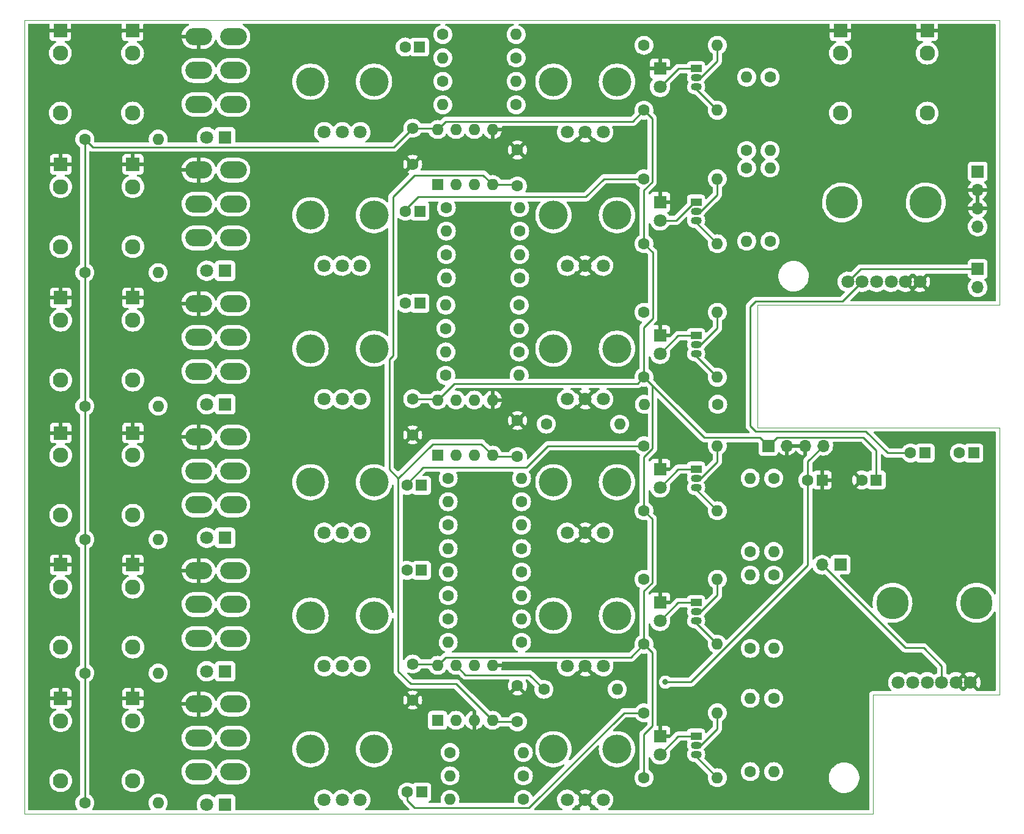
<source format=gbl>
G04 #@! TF.GenerationSoftware,KiCad,Pcbnew,(6.0.0)*
G04 #@! TF.CreationDate,2022-04-30T23:28:03+02:00*
G04 #@! TF.ProjectId,Output-mixer,4f757470-7574-42d6-9d69-7865722e6b69,rev?*
G04 #@! TF.SameCoordinates,Original*
G04 #@! TF.FileFunction,Copper,L2,Bot*
G04 #@! TF.FilePolarity,Positive*
%FSLAX46Y46*%
G04 Gerber Fmt 4.6, Leading zero omitted, Abs format (unit mm)*
G04 Created by KiCad (PCBNEW (6.0.0)) date 2022-04-30 23:28:03*
%MOMM*%
%LPD*%
G01*
G04 APERTURE LIST*
G04 #@! TA.AperFunction,Profile*
%ADD10C,0.050000*%
G04 #@! TD*
G04 #@! TA.AperFunction,Profile*
%ADD11C,0.100000*%
G04 #@! TD*
G04 #@! TA.AperFunction,WasherPad*
%ADD12C,4.000000*%
G04 #@! TD*
G04 #@! TA.AperFunction,ComponentPad*
%ADD13C,1.800000*%
G04 #@! TD*
G04 #@! TA.AperFunction,ComponentPad*
%ADD14C,1.600000*%
G04 #@! TD*
G04 #@! TA.AperFunction,ComponentPad*
%ADD15O,1.600000X1.600000*%
G04 #@! TD*
G04 #@! TA.AperFunction,ComponentPad*
%ADD16R,1.600000X1.600000*%
G04 #@! TD*
G04 #@! TA.AperFunction,ComponentPad*
%ADD17R,1.930000X1.830000*%
G04 #@! TD*
G04 #@! TA.AperFunction,ComponentPad*
%ADD18C,2.130000*%
G04 #@! TD*
G04 #@! TA.AperFunction,ComponentPad*
%ADD19O,3.700000X2.400000*%
G04 #@! TD*
G04 #@! TA.AperFunction,ComponentPad*
%ADD20R,1.800000X1.800000*%
G04 #@! TD*
G04 #@! TA.AperFunction,ComponentPad*
%ADD21C,4.500000*%
G04 #@! TD*
G04 #@! TA.AperFunction,ComponentPad*
%ADD22R,1.500000X1.050000*%
G04 #@! TD*
G04 #@! TA.AperFunction,ComponentPad*
%ADD23O,1.500000X1.050000*%
G04 #@! TD*
G04 #@! TA.AperFunction,ComponentPad*
%ADD24R,1.700000X1.700000*%
G04 #@! TD*
G04 #@! TA.AperFunction,ComponentPad*
%ADD25O,1.700000X1.700000*%
G04 #@! TD*
G04 #@! TA.AperFunction,ViaPad*
%ADD26C,0.800000*%
G04 #@! TD*
G04 #@! TA.AperFunction,Conductor*
%ADD27C,0.250000*%
G04 #@! TD*
G04 APERTURE END LIST*
D10*
X152000000Y-31000000D02*
X152000000Y-70500000D01*
X17000000Y-31000000D02*
X17000000Y-141000000D01*
X17000000Y-31000000D02*
X152000000Y-31000000D01*
D11*
X118500000Y-87500000D02*
X118500000Y-70500000D01*
X152000000Y-87500000D02*
X118500000Y-87500000D01*
X152000000Y-87500000D02*
X152000000Y-124500000D01*
X118500000Y-70500000D02*
X152000000Y-70500000D01*
D10*
X17000000Y-141000000D02*
X134500000Y-141000000D01*
D11*
X152000000Y-124500000D02*
X134500000Y-124500000D01*
X134500000Y-124500000D02*
X134500000Y-141000000D01*
D12*
X65400000Y-39550000D03*
X56600000Y-39550000D03*
D13*
X63500000Y-46550000D03*
X61000000Y-46550000D03*
X58500000Y-46550000D03*
D14*
X85250000Y-123250000D03*
X85250000Y-128250000D03*
X86080000Y-139000000D03*
D15*
X75920000Y-139000000D03*
D14*
X120250000Y-38920000D03*
D15*
X120250000Y-49080000D03*
D14*
X117000000Y-51500000D03*
D15*
X117000000Y-61660000D03*
D14*
X70750000Y-46000000D03*
X70750000Y-51000000D03*
D16*
X71955112Y-95500000D03*
D14*
X69955112Y-95500000D03*
D17*
X22000000Y-106500000D03*
D18*
X22000000Y-117900000D03*
X22000000Y-109600000D03*
D16*
X134955113Y-94750000D03*
D14*
X132955113Y-94750000D03*
D19*
X41100000Y-70300000D03*
X41100000Y-75000000D03*
X41100000Y-79700000D03*
X45900000Y-70300000D03*
X45900000Y-75000000D03*
X45900000Y-79700000D03*
D16*
X72000000Y-138000000D03*
D14*
X70000000Y-138000000D03*
D20*
X105000000Y-56225000D03*
D13*
X105000000Y-58765000D03*
D14*
X75340000Y-80250000D03*
D15*
X85500000Y-80250000D03*
D14*
X102780000Y-136000000D03*
D15*
X112940000Y-136000000D03*
D14*
X102780000Y-62000000D03*
D15*
X112940000Y-62000000D03*
D12*
X99040000Y-95050000D03*
X90240000Y-95050000D03*
D13*
X97140000Y-102050000D03*
X94640000Y-102050000D03*
X92140000Y-102050000D03*
X133000000Y-67275000D03*
X131000000Y-67275000D03*
X141000000Y-67275000D03*
X135000000Y-67275000D03*
X137000000Y-67275000D03*
X139000000Y-67275000D03*
D21*
X130200000Y-56275000D03*
X141800000Y-56275000D03*
D16*
X127455112Y-94750000D03*
D14*
X125455112Y-94750000D03*
X85500000Y-70500000D03*
D15*
X75340000Y-70500000D03*
D12*
X56600000Y-113550000D03*
X65400000Y-113550000D03*
D13*
X63500000Y-120550000D03*
X61000000Y-120550000D03*
X58500000Y-120550000D03*
D14*
X85830000Y-107500000D03*
D15*
X75670000Y-107500000D03*
D16*
X71955112Y-107250000D03*
D14*
X69955112Y-107250000D03*
X85250000Y-49000000D03*
X85250000Y-54000000D03*
D12*
X56600000Y-58050000D03*
X65400000Y-58050000D03*
D13*
X63500000Y-65050000D03*
X61000000Y-65050000D03*
X58500000Y-65050000D03*
D12*
X99040000Y-76550000D03*
X90240000Y-76550000D03*
D13*
X97140000Y-83550000D03*
X94640000Y-83550000D03*
X92140000Y-83550000D03*
D14*
X86080000Y-135750000D03*
D15*
X75920000Y-135750000D03*
D14*
X75420000Y-57000000D03*
D15*
X85580000Y-57000000D03*
D17*
X32000000Y-51000000D03*
D18*
X32000000Y-62400000D03*
X32000000Y-54100000D03*
D14*
X102780000Y-127000000D03*
D15*
X112940000Y-127000000D03*
D17*
X32000000Y-106500000D03*
D18*
X32000000Y-117900000D03*
X32000000Y-109600000D03*
D17*
X21960000Y-32500000D03*
D18*
X21960000Y-43900000D03*
X21960000Y-35600000D03*
D16*
X71750000Y-57500000D03*
D14*
X69750000Y-57500000D03*
D19*
X41100000Y-107300000D03*
X41100000Y-112000000D03*
X41100000Y-116700000D03*
X45900000Y-107300000D03*
X45900000Y-112000000D03*
X45900000Y-116700000D03*
D17*
X22000000Y-125000000D03*
D18*
X22000000Y-136400000D03*
X22000000Y-128100000D03*
D14*
X120750000Y-125000000D03*
D15*
X120750000Y-135160000D03*
D22*
X110000000Y-37730000D03*
D23*
X110000000Y-39000000D03*
X110000000Y-40270000D03*
D22*
X110000000Y-93230000D03*
D23*
X110000000Y-94500000D03*
X110000000Y-95770000D03*
D14*
X102780000Y-43500000D03*
D15*
X112940000Y-43500000D03*
D17*
X32000000Y-69500000D03*
D18*
X32000000Y-80900000D03*
X32000000Y-72600000D03*
D14*
X120250000Y-61660000D03*
D15*
X120250000Y-51500000D03*
D20*
X105000000Y-130225000D03*
D13*
X105000000Y-132765000D03*
D14*
X102780000Y-117500000D03*
D15*
X112940000Y-117500000D03*
D19*
X41100000Y-33300000D03*
X41100000Y-38000000D03*
X41100000Y-42700000D03*
X45900000Y-33300000D03*
X45900000Y-38000000D03*
X45900000Y-42700000D03*
D14*
X102780000Y-108500000D03*
D15*
X112940000Y-108500000D03*
D20*
X105000000Y-111725000D03*
D13*
X105000000Y-114265000D03*
D14*
X117000000Y-49080000D03*
D15*
X117000000Y-38920000D03*
D14*
X102780000Y-80500000D03*
D15*
X112940000Y-80500000D03*
D17*
X22000000Y-51000000D03*
D18*
X22000000Y-62400000D03*
X22000000Y-54100000D03*
D16*
X74200000Y-128050000D03*
D15*
X76740000Y-128050000D03*
X79280000Y-128050000D03*
X81820000Y-128050000D03*
X81820000Y-120430000D03*
X79280000Y-120430000D03*
X76740000Y-120430000D03*
X74200000Y-120430000D03*
D16*
X148455113Y-91000000D03*
D14*
X146455113Y-91000000D03*
D12*
X56600000Y-76550000D03*
X65400000Y-76550000D03*
D13*
X63500000Y-83550000D03*
X61000000Y-83550000D03*
X58500000Y-83550000D03*
D17*
X22000000Y-88220000D03*
D18*
X22000000Y-99620000D03*
X22000000Y-91320000D03*
D14*
X102780000Y-53000000D03*
D15*
X112940000Y-53000000D03*
D14*
X85080000Y-36250000D03*
D15*
X74920000Y-36250000D03*
D14*
X25340000Y-66000000D03*
D15*
X35500000Y-66000000D03*
D17*
X142000000Y-32500000D03*
D18*
X142000000Y-43900000D03*
X142000000Y-35600000D03*
D13*
X140000000Y-122775000D03*
X138000000Y-122775000D03*
X148000000Y-122775000D03*
X142000000Y-122775000D03*
X144000000Y-122775000D03*
X146000000Y-122775000D03*
D21*
X137200000Y-111775000D03*
X148800000Y-111775000D03*
D12*
X65400000Y-95050000D03*
X56600000Y-95050000D03*
D13*
X63500000Y-102050000D03*
X61000000Y-102050000D03*
X58500000Y-102050000D03*
D14*
X102780000Y-71500000D03*
D15*
X112940000Y-71500000D03*
D14*
X113000000Y-84250000D03*
D15*
X102840000Y-84250000D03*
D17*
X22000000Y-69500000D03*
D18*
X22000000Y-80900000D03*
X22000000Y-72600000D03*
D14*
X89250000Y-87000000D03*
D15*
X99410000Y-87000000D03*
D14*
X70750000Y-120250000D03*
X70750000Y-125250000D03*
D17*
X31960000Y-32500000D03*
D18*
X31960000Y-43900000D03*
X31960000Y-35600000D03*
D14*
X120750000Y-94500000D03*
D15*
X120750000Y-104660000D03*
D14*
X75670000Y-110750000D03*
D15*
X85830000Y-110750000D03*
D14*
X85830000Y-117250000D03*
D15*
X75670000Y-117250000D03*
D14*
X75420000Y-63500000D03*
D15*
X85580000Y-63500000D03*
D12*
X99040000Y-113550000D03*
X90240000Y-113550000D03*
D13*
X97140000Y-120550000D03*
X94640000Y-120550000D03*
X92140000Y-120550000D03*
D14*
X120750000Y-107920000D03*
D15*
X120750000Y-118080000D03*
D16*
X71705113Y-34750000D03*
D14*
X69705113Y-34750000D03*
X75340000Y-73750000D03*
D15*
X85500000Y-73750000D03*
D16*
X71750000Y-70250000D03*
D14*
X69750000Y-70250000D03*
D20*
X44775000Y-47250000D03*
D13*
X42235000Y-47250000D03*
D14*
X75670000Y-114000000D03*
D15*
X85830000Y-114000000D03*
D16*
X141705113Y-91000000D03*
D14*
X139705113Y-91000000D03*
X117500000Y-118080000D03*
D15*
X117500000Y-107920000D03*
D14*
X88920000Y-123750000D03*
D15*
X99080000Y-123750000D03*
D14*
X75920000Y-132500000D03*
D15*
X86080000Y-132500000D03*
D17*
X32000000Y-88220000D03*
D18*
X32000000Y-99620000D03*
X32000000Y-91320000D03*
D14*
X75670000Y-101000000D03*
D15*
X85830000Y-101000000D03*
D12*
X90240000Y-58050000D03*
X99040000Y-58050000D03*
D13*
X97140000Y-65050000D03*
X94640000Y-65050000D03*
X92140000Y-65050000D03*
D12*
X56600000Y-132050000D03*
X65400000Y-132050000D03*
D13*
X63500000Y-139050000D03*
X61000000Y-139050000D03*
X58500000Y-139050000D03*
D20*
X44775000Y-121250000D03*
D13*
X42235000Y-121250000D03*
D14*
X85830000Y-104250000D03*
D15*
X75670000Y-104250000D03*
D14*
X25340000Y-103000000D03*
D15*
X35500000Y-103000000D03*
D14*
X85500000Y-77000000D03*
D15*
X75340000Y-77000000D03*
D14*
X70750000Y-83500000D03*
X70750000Y-88500000D03*
D20*
X44775000Y-102750000D03*
D13*
X42235000Y-102750000D03*
D14*
X85830000Y-97750000D03*
D15*
X75670000Y-97750000D03*
D20*
X44775000Y-84250000D03*
D13*
X42235000Y-84250000D03*
D14*
X25340000Y-121500000D03*
D15*
X35500000Y-121500000D03*
D22*
X110000000Y-130230000D03*
D23*
X110000000Y-131500000D03*
X110000000Y-132770000D03*
D14*
X74920000Y-33000000D03*
D15*
X85080000Y-33000000D03*
D14*
X74920000Y-39500000D03*
D15*
X85080000Y-39500000D03*
D20*
X105000000Y-74725000D03*
D13*
X105000000Y-77265000D03*
D17*
X32000000Y-125000000D03*
D18*
X32000000Y-136400000D03*
X32000000Y-128100000D03*
D19*
X41100000Y-88800000D03*
X41100000Y-93500000D03*
X41100000Y-98200000D03*
X45900000Y-88800000D03*
X45900000Y-93500000D03*
X45900000Y-98200000D03*
D16*
X74200000Y-91300000D03*
D15*
X76740000Y-91300000D03*
X79280000Y-91300000D03*
X81820000Y-91300000D03*
X81820000Y-83680000D03*
X79280000Y-83680000D03*
X76740000Y-83680000D03*
X74200000Y-83680000D03*
D20*
X105000000Y-37730000D03*
D13*
X105000000Y-40270000D03*
D19*
X41100000Y-51800000D03*
X41100000Y-56500000D03*
X41100000Y-61200000D03*
X45900000Y-51800000D03*
X45900000Y-56500000D03*
X45900000Y-61200000D03*
D14*
X25340000Y-139500000D03*
D15*
X35500000Y-139500000D03*
D14*
X102780000Y-99000000D03*
D15*
X112940000Y-99000000D03*
D14*
X85580000Y-60250000D03*
D15*
X75420000Y-60250000D03*
D19*
X41100000Y-125800000D03*
X41100000Y-130500000D03*
X41100000Y-135200000D03*
X45900000Y-125800000D03*
X45900000Y-130500000D03*
X45900000Y-135200000D03*
D14*
X85580000Y-66750000D03*
D15*
X75420000Y-66750000D03*
D14*
X25340000Y-47500000D03*
D15*
X35500000Y-47500000D03*
D14*
X102780000Y-34500000D03*
D15*
X112940000Y-34500000D03*
D14*
X117500000Y-104660000D03*
D15*
X117500000Y-94500000D03*
D22*
X110000000Y-74730000D03*
D23*
X110000000Y-76000000D03*
X110000000Y-77270000D03*
D12*
X90240000Y-39550000D03*
X99040000Y-39550000D03*
D13*
X97140000Y-46550000D03*
X94640000Y-46550000D03*
X92140000Y-46550000D03*
D20*
X44775000Y-139700000D03*
D13*
X42235000Y-139700000D03*
D14*
X85250000Y-86500000D03*
X85250000Y-91500000D03*
X85080000Y-42750000D03*
D15*
X74920000Y-42750000D03*
D14*
X25340000Y-84500000D03*
D15*
X35500000Y-84500000D03*
D20*
X44775000Y-65750000D03*
D13*
X42235000Y-65750000D03*
D17*
X130000000Y-32500000D03*
D18*
X130000000Y-43900000D03*
X130000000Y-35600000D03*
D12*
X90240000Y-132050000D03*
X99040000Y-132050000D03*
D13*
X97140000Y-139050000D03*
X94640000Y-139050000D03*
X92140000Y-139050000D03*
D14*
X75670000Y-94500000D03*
D15*
X85830000Y-94500000D03*
D14*
X117500000Y-135160000D03*
D15*
X117500000Y-125000000D03*
D14*
X102780000Y-90000000D03*
D15*
X112940000Y-90000000D03*
D22*
X110000000Y-56230000D03*
D23*
X110000000Y-57500000D03*
X110000000Y-58770000D03*
D22*
X110000000Y-111730000D03*
D23*
X110000000Y-113000000D03*
X110000000Y-114270000D03*
D16*
X74200000Y-53800000D03*
D15*
X76740000Y-53800000D03*
X79280000Y-53800000D03*
X81820000Y-53800000D03*
X81820000Y-46180000D03*
X79280000Y-46180000D03*
X76740000Y-46180000D03*
X74200000Y-46180000D03*
D20*
X105000000Y-93225000D03*
D13*
X105000000Y-95765000D03*
D24*
X149000000Y-65500000D03*
D25*
X149000000Y-68040000D03*
D24*
X149000000Y-52000000D03*
D25*
X149000000Y-54540000D03*
X149000000Y-57080000D03*
X149000000Y-59620000D03*
D24*
X120000000Y-90000000D03*
D25*
X122540000Y-90000000D03*
X125080000Y-90000000D03*
X127620000Y-90000000D03*
D24*
X130000000Y-106500000D03*
D25*
X127460000Y-106500000D03*
D26*
X105750000Y-122750000D03*
X92500000Y-105000000D03*
X126000000Y-135000000D03*
X93500000Y-106000000D03*
X125000000Y-135000000D03*
X126000000Y-134000000D03*
X125000000Y-134000000D03*
D27*
X103904511Y-118624511D02*
X103904511Y-128845489D01*
X74200000Y-46180000D02*
X75324511Y-45055489D01*
X104000000Y-72370300D02*
X104000000Y-63220000D01*
X102780000Y-91590300D02*
X103964511Y-90405789D01*
X70750000Y-46000000D02*
X74020000Y-46000000D01*
X75324511Y-119305489D02*
X100974511Y-119305489D01*
X103904511Y-53465789D02*
X103904511Y-44624511D01*
X102780000Y-99000000D02*
X102780000Y-91590300D01*
X103904511Y-128845489D02*
X102780000Y-129970000D01*
X25340000Y-139500000D02*
X25340000Y-121500000D01*
X102780000Y-80500000D02*
X101905489Y-81374511D01*
X25340000Y-66000000D02*
X25340000Y-47500000D01*
X102780000Y-73590300D02*
X104000000Y-72370300D01*
X103904511Y-100124511D02*
X102780000Y-99000000D01*
X102780000Y-129970000D02*
X102780000Y-136000000D01*
X111155489Y-88875489D02*
X103964511Y-81684511D01*
X68125489Y-48624511D02*
X26464511Y-48624511D01*
X103964511Y-81684511D02*
X102780000Y-80500000D01*
X102780000Y-80500000D02*
X102780000Y-73590300D01*
X25340000Y-66000000D02*
X25340000Y-84500000D01*
X103904511Y-44624511D02*
X102780000Y-43500000D01*
X133186499Y-88825489D02*
X121199511Y-88825489D01*
X134955113Y-90594103D02*
X133186499Y-88825489D01*
X75324511Y-45055489D02*
X101224511Y-45055489D01*
X26464511Y-48624511D02*
X25340000Y-47500000D01*
X25340000Y-103000000D02*
X25340000Y-121500000D01*
X101224511Y-45055489D02*
X102780000Y-43500000D01*
X121199511Y-88825489D02*
X120000000Y-90025000D01*
X25340000Y-84500000D02*
X25340000Y-103000000D01*
X102780000Y-54590300D02*
X103904511Y-53465789D01*
X101905489Y-81374511D02*
X76505489Y-81374511D01*
X102780000Y-110090300D02*
X103904511Y-108965789D01*
X70750000Y-120250000D02*
X74020000Y-120250000D01*
X74020000Y-120250000D02*
X74200000Y-120430000D01*
X102780000Y-117500000D02*
X102780000Y-110090300D01*
X74020000Y-46000000D02*
X74200000Y-46180000D01*
X120000000Y-90025000D02*
X118850489Y-88875489D01*
X118850489Y-88875489D02*
X111155489Y-88875489D01*
X102780000Y-62000000D02*
X102780000Y-54590300D01*
X74020000Y-83500000D02*
X74200000Y-83680000D01*
X74200000Y-120430000D02*
X75324511Y-119305489D01*
X76505489Y-81374511D02*
X74200000Y-83680000D01*
X70750000Y-83500000D02*
X74020000Y-83500000D01*
X102780000Y-117500000D02*
X103904511Y-118624511D01*
X134955113Y-94750000D02*
X134955113Y-90594103D01*
X104000000Y-63220000D02*
X102780000Y-62000000D01*
X100974511Y-119305489D02*
X102780000Y-117500000D01*
X103904511Y-108965789D02*
X103904511Y-100124511D01*
X70750000Y-46000000D02*
X68125489Y-48624511D01*
X103964511Y-90405789D02*
X103964511Y-81684511D01*
X85050000Y-53800000D02*
X85250000Y-54000000D01*
X125455112Y-92164888D02*
X125455112Y-94750000D01*
X81820000Y-128050000D02*
X76770000Y-123000000D01*
X125455112Y-94750000D02*
X125455112Y-106575188D01*
X71000000Y-52500000D02*
X80520000Y-52500000D01*
X70500000Y-123000000D02*
X68750000Y-121250000D01*
X82020000Y-91500000D02*
X81820000Y-91300000D01*
X76770000Y-123000000D02*
X70500000Y-123000000D01*
X82020000Y-128250000D02*
X81820000Y-128050000D01*
X127620000Y-90000000D02*
X125455112Y-92164888D01*
X80270000Y-89750000D02*
X81820000Y-91300000D01*
X67525011Y-77974989D02*
X68000000Y-77500000D01*
X125455112Y-106575188D02*
X109280300Y-122750000D01*
X68000000Y-77500000D02*
X68000000Y-55500000D01*
X85250000Y-128250000D02*
X82020000Y-128250000D01*
X106500000Y-122750000D02*
X105750000Y-122750000D01*
X85250000Y-91500000D02*
X82020000Y-91500000D01*
X67525011Y-93275989D02*
X67525011Y-77974989D01*
X73500978Y-89750000D02*
X80270000Y-89750000D01*
X68750000Y-94500978D02*
X73500978Y-89750000D01*
X81820000Y-53800000D02*
X85050000Y-53800000D01*
X80520000Y-52500000D02*
X81820000Y-53800000D01*
X68750000Y-94500978D02*
X67525011Y-93275989D01*
X68000000Y-55500000D02*
X71000000Y-52500000D01*
X68750000Y-121250000D02*
X68750000Y-94500978D01*
X109280300Y-122750000D02*
X106500000Y-122750000D01*
X131000000Y-67275000D02*
X132775000Y-65500000D01*
X132775000Y-65500000D02*
X149000000Y-65500000D01*
X94750000Y-55500000D02*
X97250000Y-53000000D01*
X97250000Y-53000000D02*
X102780000Y-53000000D01*
X69750000Y-57500000D02*
X69750000Y-57250978D01*
X71500978Y-55500000D02*
X94750000Y-55500000D01*
X69750000Y-57250978D02*
X71500978Y-55500000D01*
X89500000Y-90000000D02*
X86500000Y-93000000D01*
X102780000Y-90000000D02*
X89500000Y-90000000D01*
X86500000Y-93000000D02*
X72206090Y-93000000D01*
X72206090Y-93000000D02*
X69955112Y-95250978D01*
X69955112Y-95250978D02*
X69955112Y-95500000D01*
X102780000Y-127000000D02*
X100000000Y-127000000D01*
X70000000Y-139131370D02*
X70993141Y-140124511D01*
X70993141Y-140124511D02*
X86875489Y-140124511D01*
X70000000Y-138000000D02*
X70000000Y-139131370D01*
X100000000Y-127000000D02*
X86875489Y-140124511D01*
X78060000Y-121750000D02*
X76740000Y-120430000D01*
X88920000Y-123750000D02*
X86920000Y-121750000D01*
X86920000Y-121750000D02*
X78060000Y-121750000D01*
X118250000Y-88000000D02*
X117500000Y-87250000D01*
X118250000Y-70000000D02*
X130275000Y-70000000D01*
X139705113Y-91000000D02*
X136500000Y-91000000D01*
X117500000Y-70750000D02*
X118250000Y-70000000D01*
X130275000Y-70000000D02*
X133000000Y-67275000D01*
X117500000Y-87250000D02*
X117500000Y-70750000D01*
X136500000Y-91000000D02*
X133500000Y-88000000D01*
X133500000Y-88000000D02*
X118250000Y-88000000D01*
X110000000Y-74730000D02*
X107535000Y-74730000D01*
X107535000Y-74730000D02*
X105000000Y-77265000D01*
X110000000Y-93230000D02*
X107535000Y-93230000D01*
X107535000Y-93230000D02*
X105000000Y-95765000D01*
X110000000Y-37730000D02*
X107540000Y-37730000D01*
X107540000Y-37730000D02*
X105000000Y-40270000D01*
X110000000Y-111730000D02*
X107535000Y-111730000D01*
X107535000Y-111730000D02*
X105000000Y-114265000D01*
X112940000Y-71500000D02*
X112940000Y-73714022D01*
X110654022Y-76000000D02*
X112940000Y-73714022D01*
X110000000Y-76000000D02*
X110654022Y-76000000D01*
X110000000Y-77560000D02*
X112940000Y-80500000D01*
X110000000Y-77270000D02*
X110000000Y-77560000D01*
X112940000Y-36714022D02*
X112940000Y-34500000D01*
X110000000Y-39000000D02*
X110654022Y-39000000D01*
X110654022Y-39000000D02*
X112940000Y-36714022D01*
X110000000Y-40560000D02*
X112940000Y-43500000D01*
X110000000Y-40270000D02*
X110000000Y-40560000D01*
X110654022Y-113000000D02*
X112940000Y-110714022D01*
X110000000Y-113000000D02*
X110654022Y-113000000D01*
X112940000Y-110714022D02*
X112940000Y-108500000D01*
X110000000Y-114560000D02*
X112940000Y-117500000D01*
X110000000Y-114270000D02*
X110000000Y-114560000D01*
X110654022Y-131500000D02*
X112940000Y-129214022D01*
X112940000Y-129214022D02*
X112940000Y-127000000D01*
X110000000Y-131500000D02*
X110654022Y-131500000D01*
X110000000Y-132770000D02*
X110000000Y-133060000D01*
X110000000Y-133060000D02*
X112940000Y-136000000D01*
X112940000Y-55214022D02*
X112940000Y-53000000D01*
X110000000Y-57500000D02*
X110654022Y-57500000D01*
X110654022Y-57500000D02*
X112940000Y-55214022D01*
X110000000Y-58770000D02*
X110000000Y-59060000D01*
X110000000Y-59060000D02*
X112940000Y-62000000D01*
X141500000Y-118000000D02*
X144000000Y-120500000D01*
X138960000Y-118000000D02*
X141500000Y-118000000D01*
X144000000Y-120500000D02*
X144000000Y-122775000D01*
X127460000Y-106500000D02*
X138960000Y-118000000D01*
X110000000Y-130230000D02*
X107535000Y-130230000D01*
X107535000Y-130230000D02*
X105000000Y-132765000D01*
X109775000Y-56230000D02*
X107240000Y-58765000D01*
X110000000Y-56230000D02*
X109775000Y-56230000D01*
X107240000Y-58765000D02*
X105000000Y-58765000D01*
X110654022Y-94500000D02*
X112940000Y-92214022D01*
X110000000Y-94500000D02*
X110654022Y-94500000D01*
X112940000Y-92214022D02*
X112940000Y-90000000D01*
X110000000Y-96060000D02*
X112940000Y-99000000D01*
X110000000Y-95770000D02*
X110000000Y-96060000D01*
G04 #@! TA.AperFunction,Conductor*
G36*
X102488459Y-44776541D02*
G01*
X102546591Y-44792118D01*
X102546602Y-44792120D01*
X102551913Y-44793543D01*
X102780000Y-44813498D01*
X103008087Y-44793543D01*
X103013398Y-44792120D01*
X103013409Y-44792118D01*
X103071541Y-44776541D01*
X103142517Y-44778230D01*
X103193248Y-44809152D01*
X103234106Y-44850010D01*
X103268132Y-44912322D01*
X103271011Y-44939105D01*
X103271011Y-51612701D01*
X103251009Y-51680822D01*
X103197353Y-51727315D01*
X103127079Y-51737419D01*
X103112407Y-51734410D01*
X103008087Y-51706457D01*
X102780000Y-51686502D01*
X102551913Y-51706457D01*
X102546600Y-51707881D01*
X102546598Y-51707881D01*
X102336067Y-51764293D01*
X102336065Y-51764294D01*
X102330757Y-51765716D01*
X102325776Y-51768039D01*
X102325775Y-51768039D01*
X102128238Y-51860151D01*
X102128233Y-51860154D01*
X102123251Y-51862477D01*
X102022783Y-51932826D01*
X101940211Y-51990643D01*
X101940208Y-51990645D01*
X101935700Y-51993802D01*
X101773802Y-52155700D01*
X101770645Y-52160208D01*
X101770643Y-52160211D01*
X101663819Y-52312771D01*
X101608362Y-52357099D01*
X101560606Y-52366500D01*
X97328767Y-52366500D01*
X97317584Y-52365973D01*
X97310091Y-52364298D01*
X97302165Y-52364547D01*
X97302164Y-52364547D01*
X97242001Y-52366438D01*
X97238043Y-52366500D01*
X97210144Y-52366500D01*
X97206154Y-52367004D01*
X97194320Y-52367936D01*
X97150111Y-52369326D01*
X97142497Y-52371538D01*
X97142492Y-52371539D01*
X97130659Y-52374977D01*
X97111296Y-52378988D01*
X97091203Y-52381526D01*
X97083836Y-52384443D01*
X97083831Y-52384444D01*
X97050092Y-52397802D01*
X97038865Y-52401646D01*
X96996407Y-52413982D01*
X96989581Y-52418019D01*
X96978972Y-52424293D01*
X96961224Y-52432988D01*
X96942383Y-52440448D01*
X96935967Y-52445110D01*
X96935966Y-52445110D01*
X96906613Y-52466436D01*
X96896693Y-52472952D01*
X96865465Y-52491420D01*
X96865462Y-52491422D01*
X96858638Y-52495458D01*
X96844317Y-52509779D01*
X96829284Y-52522619D01*
X96812893Y-52534528D01*
X96788269Y-52564293D01*
X96784702Y-52568605D01*
X96776712Y-52577384D01*
X94524500Y-54829595D01*
X94462188Y-54863621D01*
X94435405Y-54866500D01*
X86482698Y-54866500D01*
X86414577Y-54846498D01*
X86368084Y-54792842D01*
X86357980Y-54722568D01*
X86379483Y-54668232D01*
X86384365Y-54661260D01*
X86384368Y-54661255D01*
X86387523Y-54656749D01*
X86389846Y-54651767D01*
X86389849Y-54651762D01*
X86481961Y-54454225D01*
X86481961Y-54454224D01*
X86484284Y-54449243D01*
X86485984Y-54442901D01*
X86542119Y-54233402D01*
X86542119Y-54233400D01*
X86543543Y-54228087D01*
X86563498Y-54000000D01*
X86543543Y-53771913D01*
X86534882Y-53739591D01*
X86485707Y-53556067D01*
X86485706Y-53556065D01*
X86484284Y-53550757D01*
X86478284Y-53537890D01*
X86389849Y-53348238D01*
X86389846Y-53348233D01*
X86387523Y-53343251D01*
X86293573Y-53209077D01*
X86259357Y-53160211D01*
X86259355Y-53160208D01*
X86256198Y-53155700D01*
X86094300Y-52993802D01*
X86089792Y-52990645D01*
X86089789Y-52990643D01*
X85983066Y-52915915D01*
X85906749Y-52862477D01*
X85901767Y-52860154D01*
X85901762Y-52860151D01*
X85704225Y-52768039D01*
X85704224Y-52768039D01*
X85699243Y-52765716D01*
X85693935Y-52764294D01*
X85693933Y-52764293D01*
X85483402Y-52707881D01*
X85483400Y-52707881D01*
X85478087Y-52706457D01*
X85250000Y-52686502D01*
X85021913Y-52706457D01*
X85016600Y-52707881D01*
X85016598Y-52707881D01*
X84806067Y-52764293D01*
X84806065Y-52764294D01*
X84800757Y-52765716D01*
X84795776Y-52768039D01*
X84795775Y-52768039D01*
X84598238Y-52860151D01*
X84598233Y-52860154D01*
X84593251Y-52862477D01*
X84516934Y-52915915D01*
X84410211Y-52990643D01*
X84410208Y-52990645D01*
X84405700Y-52993802D01*
X84269907Y-53129595D01*
X84207595Y-53163621D01*
X84180812Y-53166500D01*
X83039394Y-53166500D01*
X82971273Y-53146498D01*
X82936181Y-53112771D01*
X82829357Y-52960211D01*
X82829355Y-52960208D01*
X82826198Y-52955700D01*
X82664300Y-52793802D01*
X82659792Y-52790645D01*
X82659789Y-52790643D01*
X82541592Y-52707881D01*
X82476749Y-52662477D01*
X82471767Y-52660154D01*
X82471762Y-52660151D01*
X82274225Y-52568039D01*
X82274224Y-52568039D01*
X82269243Y-52565716D01*
X82263935Y-52564294D01*
X82263933Y-52564293D01*
X82053402Y-52507881D01*
X82053400Y-52507881D01*
X82048087Y-52506457D01*
X81820000Y-52486502D01*
X81591913Y-52506457D01*
X81586608Y-52507879D01*
X81586594Y-52507881D01*
X81528461Y-52523459D01*
X81457484Y-52521771D01*
X81406752Y-52490848D01*
X81232604Y-52316699D01*
X81023647Y-52107742D01*
X81016113Y-52099463D01*
X81012000Y-52092982D01*
X80962348Y-52046356D01*
X80959507Y-52043602D01*
X80939770Y-52023865D01*
X80936573Y-52021385D01*
X80927551Y-52013680D01*
X80910533Y-51997699D01*
X80895321Y-51983414D01*
X80888375Y-51979595D01*
X80888372Y-51979593D01*
X80877566Y-51973652D01*
X80861047Y-51962801D01*
X80857009Y-51959669D01*
X80845041Y-51950386D01*
X80837772Y-51947241D01*
X80837768Y-51947238D01*
X80804463Y-51932826D01*
X80793813Y-51927609D01*
X80755060Y-51906305D01*
X80735437Y-51901267D01*
X80716734Y-51894863D01*
X80705420Y-51889967D01*
X80705419Y-51889967D01*
X80698145Y-51886819D01*
X80690322Y-51885580D01*
X80690312Y-51885577D01*
X80654476Y-51879901D01*
X80642856Y-51877495D01*
X80607711Y-51868472D01*
X80607710Y-51868472D01*
X80600030Y-51866500D01*
X80579776Y-51866500D01*
X80560065Y-51864949D01*
X80547886Y-51863020D01*
X80540057Y-51861780D01*
X80499287Y-51865634D01*
X80496039Y-51865941D01*
X80484181Y-51866500D01*
X71982087Y-51866500D01*
X71913966Y-51846498D01*
X71867473Y-51792842D01*
X71857369Y-51722568D01*
X71878873Y-51668230D01*
X71883932Y-51661005D01*
X71889414Y-51651511D01*
X71981490Y-51454053D01*
X71985236Y-51443761D01*
X72041625Y-51233312D01*
X72043528Y-51222519D01*
X72062517Y-51005475D01*
X72062517Y-50994525D01*
X72043528Y-50777481D01*
X72041625Y-50766688D01*
X71985236Y-50556239D01*
X71981490Y-50545947D01*
X71889414Y-50348489D01*
X71883931Y-50338994D01*
X71847491Y-50286952D01*
X71837012Y-50278576D01*
X71823566Y-50285644D01*
X70034923Y-52074287D01*
X70028493Y-52086062D01*
X70037789Y-52098077D01*
X70088994Y-52133931D01*
X70098489Y-52139414D01*
X70185141Y-52179820D01*
X70238426Y-52226737D01*
X70257887Y-52295015D01*
X70237345Y-52362975D01*
X70220986Y-52383109D01*
X67607747Y-54996348D01*
X67599461Y-55003888D01*
X67592982Y-55008000D01*
X67587557Y-55013777D01*
X67546357Y-55057651D01*
X67543602Y-55060493D01*
X67523865Y-55080230D01*
X67521385Y-55083427D01*
X67513682Y-55092447D01*
X67483414Y-55124679D01*
X67479595Y-55131625D01*
X67479593Y-55131628D01*
X67473652Y-55142434D01*
X67462801Y-55158953D01*
X67450386Y-55174959D01*
X67447241Y-55182228D01*
X67447238Y-55182232D01*
X67432826Y-55215537D01*
X67427609Y-55226187D01*
X67406305Y-55264940D01*
X67404334Y-55272615D01*
X67404334Y-55272616D01*
X67401267Y-55284562D01*
X67394863Y-55303266D01*
X67386819Y-55321855D01*
X67385580Y-55329678D01*
X67385577Y-55329688D01*
X67379901Y-55365524D01*
X67377495Y-55377144D01*
X67373638Y-55392167D01*
X67366500Y-55419970D01*
X67366500Y-55440224D01*
X67364949Y-55459934D01*
X67361780Y-55479943D01*
X67362526Y-55487835D01*
X67365941Y-55523961D01*
X67366500Y-55535819D01*
X67366500Y-56164334D01*
X67346498Y-56232455D01*
X67292842Y-56278948D01*
X67222568Y-56289052D01*
X67154247Y-56256184D01*
X67005027Y-56116057D01*
X67005026Y-56116056D01*
X67002140Y-56113346D01*
X66746779Y-55927816D01*
X66737321Y-55922616D01*
X66473648Y-55777660D01*
X66473647Y-55777659D01*
X66470179Y-55775753D01*
X66466510Y-55774300D01*
X66466505Y-55774298D01*
X66180372Y-55661010D01*
X66180371Y-55661010D01*
X66176702Y-55659557D01*
X65870975Y-55581060D01*
X65557821Y-55541500D01*
X65242179Y-55541500D01*
X64929025Y-55581060D01*
X64623298Y-55659557D01*
X64619629Y-55661010D01*
X64619628Y-55661010D01*
X64333495Y-55774298D01*
X64333490Y-55774300D01*
X64329821Y-55775753D01*
X64326353Y-55777659D01*
X64326352Y-55777660D01*
X64062680Y-55922616D01*
X64053221Y-55927816D01*
X63797860Y-56113346D01*
X63652495Y-56249853D01*
X63572356Y-56325109D01*
X63567767Y-56329418D01*
X63565243Y-56332469D01*
X63565242Y-56332470D01*
X63504957Y-56405342D01*
X63366568Y-56572625D01*
X63197438Y-56839131D01*
X63195754Y-56842710D01*
X63195750Y-56842717D01*
X63075959Y-57097288D01*
X63063044Y-57124734D01*
X62965505Y-57424928D01*
X62906359Y-57734980D01*
X62886540Y-58050000D01*
X62906359Y-58365020D01*
X62965505Y-58675072D01*
X62993993Y-58762750D01*
X63061144Y-58969417D01*
X63063044Y-58975266D01*
X63064731Y-58978852D01*
X63064733Y-58978856D01*
X63195750Y-59257283D01*
X63195754Y-59257290D01*
X63197438Y-59260869D01*
X63366568Y-59527375D01*
X63369093Y-59530427D01*
X63529664Y-59724523D01*
X63567767Y-59770582D01*
X63570657Y-59773296D01*
X63570658Y-59773297D01*
X63588989Y-59790511D01*
X63797860Y-59986654D01*
X63801062Y-59988981D01*
X63801064Y-59988982D01*
X63846390Y-60021913D01*
X64053221Y-60172184D01*
X64056690Y-60174091D01*
X64056693Y-60174093D01*
X64325874Y-60322077D01*
X64329821Y-60324247D01*
X64333490Y-60325700D01*
X64333495Y-60325702D01*
X64573405Y-60420689D01*
X64623298Y-60440443D01*
X64929025Y-60518940D01*
X65242179Y-60558500D01*
X65557821Y-60558500D01*
X65870975Y-60518940D01*
X66176702Y-60440443D01*
X66226595Y-60420689D01*
X66466505Y-60325702D01*
X66466510Y-60325700D01*
X66470179Y-60324247D01*
X66474126Y-60322077D01*
X66743307Y-60174093D01*
X66743310Y-60174091D01*
X66746779Y-60172184D01*
X66953610Y-60021913D01*
X66998936Y-59988982D01*
X66998938Y-59988981D01*
X67002140Y-59986654D01*
X67080549Y-59913023D01*
X67154247Y-59843816D01*
X67217597Y-59811765D01*
X67288219Y-59819052D01*
X67343690Y-59863363D01*
X67366500Y-59935666D01*
X67366500Y-74664334D01*
X67346498Y-74732455D01*
X67292842Y-74778948D01*
X67222568Y-74789052D01*
X67154247Y-74756184D01*
X67005027Y-74616057D01*
X67005026Y-74616056D01*
X67002140Y-74613346D01*
X66969717Y-74589789D01*
X66904499Y-74542406D01*
X66746779Y-74427816D01*
X66716659Y-74411257D01*
X66473648Y-74277660D01*
X66473647Y-74277659D01*
X66470179Y-74275753D01*
X66466510Y-74274300D01*
X66466505Y-74274298D01*
X66180372Y-74161010D01*
X66180371Y-74161010D01*
X66176702Y-74159557D01*
X65870975Y-74081060D01*
X65557821Y-74041500D01*
X65242179Y-74041500D01*
X64929025Y-74081060D01*
X64623298Y-74159557D01*
X64619629Y-74161010D01*
X64619628Y-74161010D01*
X64333495Y-74274298D01*
X64333490Y-74274300D01*
X64329821Y-74275753D01*
X64326353Y-74277659D01*
X64326352Y-74277660D01*
X64083342Y-74411257D01*
X64053221Y-74427816D01*
X63895501Y-74542406D01*
X63830284Y-74589789D01*
X63797860Y-74613346D01*
X63671022Y-74732455D01*
X63572356Y-74825109D01*
X63567767Y-74829418D01*
X63366568Y-75072625D01*
X63197438Y-75339131D01*
X63195754Y-75342710D01*
X63195750Y-75342717D01*
X63073911Y-75601640D01*
X63063044Y-75624734D01*
X62965505Y-75924928D01*
X62906359Y-76234980D01*
X62886540Y-76550000D01*
X62906359Y-76865020D01*
X62965505Y-77175072D01*
X63063044Y-77475266D01*
X63064731Y-77478852D01*
X63064733Y-77478856D01*
X63195750Y-77757283D01*
X63195754Y-77757290D01*
X63197438Y-77760869D01*
X63199562Y-77764215D01*
X63199562Y-77764216D01*
X63208951Y-77779011D01*
X63366568Y-78027375D01*
X63369093Y-78030427D01*
X63540311Y-78237393D01*
X63567767Y-78270582D01*
X63570657Y-78273296D01*
X63570658Y-78273297D01*
X63591574Y-78292938D01*
X63797860Y-78486654D01*
X64053221Y-78672184D01*
X64056690Y-78674091D01*
X64056693Y-78674093D01*
X64326352Y-78822340D01*
X64329821Y-78824247D01*
X64333490Y-78825700D01*
X64333495Y-78825702D01*
X64613344Y-78936502D01*
X64623298Y-78940443D01*
X64929025Y-79018940D01*
X65242179Y-79058500D01*
X65557821Y-79058500D01*
X65870975Y-79018940D01*
X66176702Y-78940443D01*
X66186656Y-78936502D01*
X66466505Y-78825702D01*
X66466510Y-78825700D01*
X66470179Y-78824247D01*
X66704812Y-78695255D01*
X66774141Y-78679967D01*
X66840731Y-78704587D01*
X66883440Y-78761301D01*
X66891511Y-78805671D01*
X66891511Y-92794329D01*
X66871509Y-92862450D01*
X66817853Y-92908943D01*
X66747579Y-92919047D01*
X66704814Y-92904745D01*
X66470179Y-92775753D01*
X66466510Y-92774300D01*
X66466505Y-92774298D01*
X66180372Y-92661010D01*
X66180371Y-92661010D01*
X66176702Y-92659557D01*
X65870975Y-92581060D01*
X65557821Y-92541500D01*
X65242179Y-92541500D01*
X64929025Y-92581060D01*
X64623298Y-92659557D01*
X64619629Y-92661010D01*
X64619628Y-92661010D01*
X64333495Y-92774298D01*
X64333490Y-92774300D01*
X64329821Y-92775753D01*
X64326353Y-92777659D01*
X64326352Y-92777660D01*
X64069172Y-92919047D01*
X64053221Y-92927816D01*
X63797860Y-93113346D01*
X63698707Y-93206457D01*
X63572356Y-93325109D01*
X63567767Y-93329418D01*
X63366568Y-93572625D01*
X63197438Y-93839131D01*
X63195754Y-93842710D01*
X63195750Y-93842717D01*
X63075512Y-94098238D01*
X63063044Y-94124734D01*
X63061818Y-94128506D01*
X63061818Y-94128507D01*
X63039433Y-94197402D01*
X62965505Y-94424928D01*
X62906359Y-94734980D01*
X62886540Y-95050000D01*
X62906359Y-95365020D01*
X62965505Y-95675072D01*
X63063044Y-95975266D01*
X63064731Y-95978852D01*
X63064733Y-95978856D01*
X63195750Y-96257283D01*
X63195754Y-96257290D01*
X63197438Y-96260869D01*
X63366568Y-96527375D01*
X63369090Y-96530423D01*
X63369091Y-96530425D01*
X63545772Y-96743995D01*
X63567767Y-96770582D01*
X63570657Y-96773296D01*
X63570658Y-96773297D01*
X63591574Y-96792938D01*
X63797860Y-96986654D01*
X64053221Y-97172184D01*
X64056690Y-97174091D01*
X64056693Y-97174093D01*
X64061748Y-97176872D01*
X64329821Y-97324247D01*
X64333490Y-97325700D01*
X64333495Y-97325702D01*
X64619628Y-97438990D01*
X64623298Y-97440443D01*
X64929025Y-97518940D01*
X65242179Y-97558500D01*
X65557821Y-97558500D01*
X65870975Y-97518940D01*
X66176702Y-97440443D01*
X66180372Y-97438990D01*
X66466505Y-97325702D01*
X66466510Y-97325700D01*
X66470179Y-97324247D01*
X66738252Y-97176872D01*
X66743307Y-97174093D01*
X66743310Y-97174091D01*
X66746779Y-97172184D01*
X67002140Y-96986654D01*
X67208426Y-96792938D01*
X67229342Y-96773297D01*
X67229343Y-96773296D01*
X67232233Y-96770582D01*
X67254228Y-96743995D01*
X67430909Y-96530425D01*
X67430910Y-96530423D01*
X67433432Y-96527375D01*
X67602562Y-96260869D01*
X67604246Y-96257290D01*
X67604250Y-96257283D01*
X67735267Y-95978856D01*
X67735269Y-95978852D01*
X67736956Y-95975266D01*
X67834495Y-95675072D01*
X67866732Y-95506081D01*
X67899144Y-95442915D01*
X67960561Y-95407299D01*
X68031484Y-95410543D01*
X68089394Y-95451615D01*
X68115906Y-95517475D01*
X68116500Y-95529691D01*
X68116500Y-113070309D01*
X68096498Y-113138430D01*
X68042842Y-113184923D01*
X67972568Y-113195027D01*
X67907988Y-113165533D01*
X67869604Y-113105807D01*
X67866732Y-113093919D01*
X67858398Y-113050233D01*
X67834495Y-112924928D01*
X67736956Y-112624734D01*
X67726089Y-112601640D01*
X67604250Y-112342717D01*
X67604246Y-112342710D01*
X67602562Y-112339131D01*
X67433432Y-112072625D01*
X67232233Y-111829418D01*
X67227645Y-111825109D01*
X67139432Y-111742272D01*
X67002140Y-111613346D01*
X66969717Y-111589789D01*
X66904499Y-111542406D01*
X66746779Y-111427816D01*
X66722167Y-111414285D01*
X66473648Y-111277660D01*
X66473647Y-111277659D01*
X66470179Y-111275753D01*
X66466510Y-111274300D01*
X66466505Y-111274298D01*
X66180372Y-111161010D01*
X66180371Y-111161010D01*
X66176702Y-111159557D01*
X65870975Y-111081060D01*
X65557821Y-111041500D01*
X65242179Y-111041500D01*
X64929025Y-111081060D01*
X64623298Y-111159557D01*
X64619629Y-111161010D01*
X64619628Y-111161010D01*
X64333495Y-111274298D01*
X64333490Y-111274300D01*
X64329821Y-111275753D01*
X64326353Y-111277659D01*
X64326352Y-111277660D01*
X64077834Y-111414285D01*
X64053221Y-111427816D01*
X63895501Y-111542406D01*
X63830284Y-111589789D01*
X63797860Y-111613346D01*
X63660568Y-111742272D01*
X63572356Y-111825109D01*
X63567767Y-111829418D01*
X63366568Y-112072625D01*
X63197438Y-112339131D01*
X63195754Y-112342710D01*
X63195750Y-112342717D01*
X63073911Y-112601640D01*
X63063044Y-112624734D01*
X62965505Y-112924928D01*
X62906359Y-113234980D01*
X62886540Y-113550000D01*
X62906359Y-113865020D01*
X62965505Y-114175072D01*
X62966732Y-114178848D01*
X63061144Y-114469417D01*
X63063044Y-114475266D01*
X63064731Y-114478852D01*
X63064733Y-114478856D01*
X63195750Y-114757283D01*
X63195754Y-114757290D01*
X63197438Y-114760869D01*
X63366568Y-115027375D01*
X63369093Y-115030427D01*
X63537739Y-115234284D01*
X63567767Y-115270582D01*
X63570657Y-115273296D01*
X63570658Y-115273297D01*
X63591574Y-115292938D01*
X63797860Y-115486654D01*
X64053221Y-115672184D01*
X64056690Y-115674091D01*
X64056693Y-115674093D01*
X64061748Y-115676872D01*
X64329821Y-115824247D01*
X64333490Y-115825700D01*
X64333495Y-115825702D01*
X64613344Y-115936502D01*
X64623298Y-115940443D01*
X64929025Y-116018940D01*
X65242179Y-116058500D01*
X65557821Y-116058500D01*
X65870975Y-116018940D01*
X66176702Y-115940443D01*
X66186656Y-115936502D01*
X66466505Y-115825702D01*
X66466510Y-115825700D01*
X66470179Y-115824247D01*
X66738252Y-115676872D01*
X66743307Y-115674093D01*
X66743310Y-115674091D01*
X66746779Y-115672184D01*
X67002140Y-115486654D01*
X67208426Y-115292938D01*
X67229342Y-115273297D01*
X67229343Y-115273296D01*
X67232233Y-115270582D01*
X67262262Y-115234284D01*
X67430907Y-115030427D01*
X67433432Y-115027375D01*
X67602562Y-114760869D01*
X67604246Y-114757290D01*
X67604250Y-114757283D01*
X67735267Y-114478856D01*
X67735269Y-114478852D01*
X67736956Y-114475266D01*
X67738857Y-114469417D01*
X67833268Y-114178848D01*
X67834495Y-114175072D01*
X67866732Y-114006081D01*
X67899144Y-113942915D01*
X67960561Y-113907299D01*
X68031484Y-113910543D01*
X68089394Y-113951615D01*
X68115906Y-114017475D01*
X68116500Y-114029691D01*
X68116500Y-121171233D01*
X68115973Y-121182416D01*
X68114298Y-121189909D01*
X68114547Y-121197835D01*
X68114547Y-121197836D01*
X68116438Y-121257986D01*
X68116500Y-121261945D01*
X68116500Y-121289856D01*
X68116997Y-121293790D01*
X68116997Y-121293791D01*
X68117005Y-121293856D01*
X68117938Y-121305693D01*
X68119327Y-121349889D01*
X68124836Y-121368851D01*
X68124978Y-121369339D01*
X68128987Y-121388700D01*
X68130434Y-121400150D01*
X68131526Y-121408797D01*
X68134445Y-121416168D01*
X68134445Y-121416170D01*
X68147804Y-121449912D01*
X68151649Y-121461142D01*
X68161771Y-121495983D01*
X68163982Y-121503593D01*
X68168015Y-121510412D01*
X68168017Y-121510417D01*
X68174293Y-121521028D01*
X68182988Y-121538776D01*
X68190448Y-121557617D01*
X68195110Y-121564033D01*
X68195110Y-121564034D01*
X68216436Y-121593387D01*
X68222952Y-121603307D01*
X68245458Y-121641362D01*
X68259779Y-121655683D01*
X68272619Y-121670716D01*
X68284528Y-121687107D01*
X68290634Y-121692158D01*
X68318605Y-121715298D01*
X68327384Y-121723288D01*
X69996348Y-123392253D01*
X70003888Y-123400539D01*
X70008000Y-123407018D01*
X70013777Y-123412443D01*
X70057651Y-123453643D01*
X70060493Y-123456398D01*
X70080230Y-123476135D01*
X70083427Y-123478615D01*
X70092447Y-123486318D01*
X70124679Y-123516586D01*
X70131625Y-123520405D01*
X70131628Y-123520407D01*
X70142434Y-123526348D01*
X70158953Y-123537199D01*
X70174959Y-123549614D01*
X70182228Y-123552759D01*
X70182232Y-123552762D01*
X70215537Y-123567174D01*
X70226187Y-123572391D01*
X70264940Y-123593695D01*
X70272615Y-123595666D01*
X70272616Y-123595666D01*
X70284562Y-123598733D01*
X70303266Y-123605137D01*
X70313855Y-123609719D01*
X70321855Y-123613181D01*
X70329678Y-123614420D01*
X70329688Y-123614423D01*
X70365524Y-123620099D01*
X70377144Y-123622505D01*
X70412289Y-123631528D01*
X70419970Y-123633500D01*
X70440224Y-123633500D01*
X70459934Y-123635051D01*
X70479943Y-123638220D01*
X70487835Y-123637474D01*
X70523961Y-123634059D01*
X70535819Y-123633500D01*
X76455406Y-123633500D01*
X76523527Y-123653502D01*
X76544501Y-123670405D01*
X79508772Y-126634676D01*
X79542798Y-126696988D01*
X79535504Y-126773370D01*
X79534000Y-126776882D01*
X79534000Y-129317967D01*
X79537973Y-129331498D01*
X79546522Y-129332727D01*
X79723761Y-129285236D01*
X79734053Y-129281490D01*
X79931511Y-129189414D01*
X79941007Y-129183931D01*
X80119467Y-129058972D01*
X80127875Y-129051916D01*
X80281916Y-128897875D01*
X80288972Y-128889467D01*
X80413934Y-128711002D01*
X80419414Y-128701511D01*
X80435529Y-128666951D01*
X80482446Y-128613666D01*
X80550723Y-128594205D01*
X80618683Y-128614747D01*
X80663919Y-128666951D01*
X80680151Y-128701762D01*
X80680154Y-128701767D01*
X80682477Y-128706749D01*
X80741882Y-128791588D01*
X80808256Y-128886379D01*
X80813802Y-128894300D01*
X80975700Y-129056198D01*
X80980208Y-129059355D01*
X80980211Y-129059357D01*
X81043812Y-129103891D01*
X81163251Y-129187523D01*
X81168233Y-129189846D01*
X81168238Y-129189849D01*
X81364765Y-129281490D01*
X81370757Y-129284284D01*
X81376065Y-129285706D01*
X81376067Y-129285707D01*
X81586598Y-129342119D01*
X81586600Y-129342119D01*
X81591913Y-129343543D01*
X81820000Y-129363498D01*
X82048087Y-129343543D01*
X82053400Y-129342119D01*
X82053402Y-129342119D01*
X82263933Y-129285707D01*
X82263935Y-129285706D01*
X82269243Y-129284284D01*
X82275235Y-129281490D01*
X82471762Y-129189849D01*
X82471767Y-129189846D01*
X82476749Y-129187523D01*
X82596188Y-129103891D01*
X82659789Y-129059357D01*
X82659792Y-129059355D01*
X82664300Y-129056198D01*
X82800093Y-128920405D01*
X82862405Y-128886379D01*
X82889188Y-128883500D01*
X84030606Y-128883500D01*
X84098727Y-128903502D01*
X84133819Y-128937229D01*
X84240643Y-129089789D01*
X84243802Y-129094300D01*
X84405700Y-129256198D01*
X84410208Y-129259355D01*
X84410211Y-129259357D01*
X84473635Y-129303767D01*
X84593251Y-129387523D01*
X84598233Y-129389846D01*
X84598238Y-129389849D01*
X84763054Y-129466703D01*
X84800757Y-129484284D01*
X84806065Y-129485706D01*
X84806067Y-129485707D01*
X85016598Y-129542119D01*
X85016600Y-129542119D01*
X85021913Y-129543543D01*
X85250000Y-129563498D01*
X85478087Y-129543543D01*
X85483400Y-129542119D01*
X85483402Y-129542119D01*
X85693933Y-129485707D01*
X85693935Y-129485706D01*
X85699243Y-129484284D01*
X85736946Y-129466703D01*
X85901762Y-129389849D01*
X85901767Y-129389846D01*
X85906749Y-129387523D01*
X86026365Y-129303767D01*
X86089789Y-129259357D01*
X86089792Y-129259355D01*
X86094300Y-129256198D01*
X86256198Y-129094300D01*
X86260402Y-129088297D01*
X86352536Y-128956715D01*
X86387523Y-128906749D01*
X86389846Y-128901767D01*
X86389849Y-128901762D01*
X86481961Y-128704225D01*
X86481961Y-128704224D01*
X86484284Y-128699243D01*
X86486493Y-128691001D01*
X86542119Y-128483402D01*
X86542119Y-128483400D01*
X86543543Y-128478087D01*
X86563498Y-128250000D01*
X86543543Y-128021913D01*
X86538288Y-128002301D01*
X86485707Y-127806067D01*
X86485706Y-127806065D01*
X86484284Y-127800757D01*
X86481961Y-127795775D01*
X86389849Y-127598238D01*
X86389846Y-127598233D01*
X86387523Y-127593251D01*
X86282969Y-127443933D01*
X86259357Y-127410211D01*
X86259355Y-127410208D01*
X86256198Y-127405700D01*
X86094300Y-127243802D01*
X86089792Y-127240645D01*
X86089789Y-127240643D01*
X85956815Y-127147534D01*
X85906749Y-127112477D01*
X85901767Y-127110154D01*
X85901762Y-127110151D01*
X85704225Y-127018039D01*
X85704224Y-127018039D01*
X85699243Y-127015716D01*
X85693935Y-127014294D01*
X85693933Y-127014293D01*
X85483402Y-126957881D01*
X85483400Y-126957881D01*
X85478087Y-126956457D01*
X85250000Y-126936502D01*
X85021913Y-126956457D01*
X85016600Y-126957881D01*
X85016598Y-126957881D01*
X84806067Y-127014293D01*
X84806065Y-127014294D01*
X84800757Y-127015716D01*
X84795776Y-127018039D01*
X84795775Y-127018039D01*
X84598238Y-127110151D01*
X84598233Y-127110154D01*
X84593251Y-127112477D01*
X84543185Y-127147534D01*
X84410211Y-127240643D01*
X84410208Y-127240645D01*
X84405700Y-127243802D01*
X84243802Y-127405700D01*
X84240645Y-127410208D01*
X84240643Y-127410211D01*
X84133819Y-127562771D01*
X84078362Y-127607099D01*
X84030606Y-127616500D01*
X83141896Y-127616500D01*
X83073775Y-127596498D01*
X83027701Y-127543749D01*
X82959851Y-127398242D01*
X82959847Y-127398236D01*
X82957523Y-127393251D01*
X82855606Y-127247699D01*
X82829357Y-127210211D01*
X82829355Y-127210208D01*
X82826198Y-127205700D01*
X82664300Y-127043802D01*
X82659792Y-127040645D01*
X82659789Y-127040643D01*
X82541592Y-126957881D01*
X82476749Y-126912477D01*
X82471767Y-126910154D01*
X82471762Y-126910151D01*
X82274225Y-126818039D01*
X82274224Y-126818039D01*
X82269243Y-126815716D01*
X82263935Y-126814294D01*
X82263933Y-126814293D01*
X82053402Y-126757881D01*
X82053400Y-126757881D01*
X82048087Y-126756457D01*
X81820000Y-126736502D01*
X81591913Y-126756457D01*
X81528458Y-126773460D01*
X81457482Y-126771770D01*
X81406753Y-126740848D01*
X79001967Y-124336062D01*
X84528493Y-124336062D01*
X84537789Y-124348077D01*
X84588994Y-124383931D01*
X84598489Y-124389414D01*
X84795947Y-124481490D01*
X84806239Y-124485236D01*
X85016688Y-124541625D01*
X85027481Y-124543528D01*
X85244525Y-124562517D01*
X85255475Y-124562517D01*
X85472519Y-124543528D01*
X85483312Y-124541625D01*
X85693761Y-124485236D01*
X85704053Y-124481490D01*
X85901511Y-124389414D01*
X85911006Y-124383931D01*
X85963048Y-124347491D01*
X85971424Y-124337012D01*
X85964356Y-124323566D01*
X85262812Y-123622022D01*
X85248868Y-123614408D01*
X85247035Y-123614539D01*
X85240420Y-123618790D01*
X84534923Y-124324287D01*
X84528493Y-124336062D01*
X79001967Y-124336062D01*
X77273652Y-122607747D01*
X77266112Y-122599461D01*
X77262000Y-122592982D01*
X77212348Y-122546356D01*
X77209507Y-122543602D01*
X77189770Y-122523865D01*
X77186573Y-122521385D01*
X77177551Y-122513680D01*
X77173812Y-122510169D01*
X77145321Y-122483414D01*
X77138375Y-122479595D01*
X77138372Y-122479593D01*
X77127566Y-122473652D01*
X77111047Y-122462801D01*
X77104704Y-122457881D01*
X77095041Y-122450386D01*
X77087772Y-122447241D01*
X77087768Y-122447238D01*
X77054463Y-122432826D01*
X77043813Y-122427609D01*
X77005060Y-122406305D01*
X76995659Y-122403891D01*
X76985438Y-122401267D01*
X76966734Y-122394863D01*
X76955420Y-122389967D01*
X76955419Y-122389967D01*
X76948145Y-122386819D01*
X76940322Y-122385580D01*
X76940312Y-122385577D01*
X76904476Y-122379901D01*
X76892856Y-122377495D01*
X76857711Y-122368472D01*
X76857710Y-122368472D01*
X76850030Y-122366500D01*
X76829776Y-122366500D01*
X76810065Y-122364949D01*
X76798903Y-122363181D01*
X76790057Y-122361780D01*
X76782165Y-122362526D01*
X76746039Y-122365941D01*
X76734181Y-122366500D01*
X70814594Y-122366500D01*
X70746473Y-122346498D01*
X70725499Y-122329595D01*
X70018006Y-121622102D01*
X69983981Y-121559791D01*
X69989046Y-121488976D01*
X70031593Y-121432140D01*
X70098113Y-121407329D01*
X70160351Y-121418813D01*
X70295770Y-121481959D01*
X70295775Y-121481961D01*
X70300757Y-121484284D01*
X70306065Y-121485706D01*
X70306067Y-121485707D01*
X70516598Y-121542119D01*
X70516600Y-121542119D01*
X70521913Y-121543543D01*
X70750000Y-121563498D01*
X70978087Y-121543543D01*
X70983400Y-121542119D01*
X70983402Y-121542119D01*
X71193933Y-121485707D01*
X71193935Y-121485706D01*
X71199243Y-121484284D01*
X71225359Y-121472106D01*
X71401762Y-121389849D01*
X71401767Y-121389846D01*
X71406749Y-121387523D01*
X71515506Y-121311370D01*
X71589789Y-121259357D01*
X71589792Y-121259355D01*
X71594300Y-121256198D01*
X71756198Y-121094300D01*
X71759357Y-121089789D01*
X71866181Y-120937229D01*
X71921638Y-120892901D01*
X71969394Y-120883500D01*
X72887430Y-120883500D01*
X72955551Y-120903502D01*
X73001625Y-120956251D01*
X73060149Y-121081758D01*
X73060152Y-121081764D01*
X73062477Y-121086749D01*
X73107653Y-121151267D01*
X73186366Y-121263680D01*
X73193802Y-121274300D01*
X73355700Y-121436198D01*
X73360208Y-121439355D01*
X73360211Y-121439357D01*
X73406982Y-121472106D01*
X73543251Y-121567523D01*
X73548233Y-121569846D01*
X73548238Y-121569849D01*
X73701600Y-121641362D01*
X73750757Y-121664284D01*
X73756065Y-121665706D01*
X73756067Y-121665707D01*
X73966598Y-121722119D01*
X73966600Y-121722119D01*
X73971913Y-121723543D01*
X74200000Y-121743498D01*
X74428087Y-121723543D01*
X74433400Y-121722119D01*
X74433402Y-121722119D01*
X74643933Y-121665707D01*
X74643935Y-121665706D01*
X74649243Y-121664284D01*
X74698400Y-121641362D01*
X74851762Y-121569849D01*
X74851767Y-121569846D01*
X74856749Y-121567523D01*
X74993018Y-121472106D01*
X75039789Y-121439357D01*
X75039792Y-121439355D01*
X75044300Y-121436198D01*
X75206198Y-121274300D01*
X75213635Y-121263680D01*
X75292347Y-121151267D01*
X75337523Y-121086749D01*
X75339846Y-121081767D01*
X75339849Y-121081762D01*
X75355805Y-121047543D01*
X75402722Y-120994258D01*
X75470999Y-120974797D01*
X75538959Y-120995339D01*
X75584195Y-121047543D01*
X75600151Y-121081762D01*
X75600154Y-121081767D01*
X75602477Y-121086749D01*
X75647653Y-121151267D01*
X75726366Y-121263680D01*
X75733802Y-121274300D01*
X75895700Y-121436198D01*
X75900208Y-121439355D01*
X75900211Y-121439357D01*
X75946982Y-121472106D01*
X76083251Y-121567523D01*
X76088233Y-121569846D01*
X76088238Y-121569849D01*
X76241600Y-121641362D01*
X76290757Y-121664284D01*
X76296065Y-121665706D01*
X76296067Y-121665707D01*
X76506598Y-121722119D01*
X76506600Y-121722119D01*
X76511913Y-121723543D01*
X76740000Y-121743498D01*
X76968087Y-121723543D01*
X76973392Y-121722121D01*
X76973406Y-121722119D01*
X77031539Y-121706541D01*
X77102516Y-121708229D01*
X77153248Y-121739152D01*
X77358028Y-121943933D01*
X77556353Y-122142258D01*
X77563887Y-122150537D01*
X77568000Y-122157018D01*
X77615402Y-122201531D01*
X77617651Y-122203643D01*
X77620493Y-122206398D01*
X77640230Y-122226135D01*
X77643427Y-122228615D01*
X77652447Y-122236318D01*
X77684679Y-122266586D01*
X77691625Y-122270405D01*
X77691628Y-122270407D01*
X77702434Y-122276348D01*
X77718953Y-122287199D01*
X77734959Y-122299614D01*
X77742228Y-122302759D01*
X77742232Y-122302762D01*
X77775537Y-122317174D01*
X77786187Y-122322391D01*
X77824940Y-122343695D01*
X77832615Y-122345666D01*
X77832616Y-122345666D01*
X77844562Y-122348733D01*
X77863267Y-122355137D01*
X77881855Y-122363181D01*
X77889678Y-122364420D01*
X77889688Y-122364423D01*
X77925524Y-122370099D01*
X77937144Y-122372505D01*
X77965952Y-122379901D01*
X77979970Y-122383500D01*
X78000224Y-122383500D01*
X78019934Y-122385051D01*
X78039943Y-122388220D01*
X78047835Y-122387474D01*
X78073467Y-122385051D01*
X78083962Y-122384059D01*
X78095819Y-122383500D01*
X84017913Y-122383500D01*
X84086034Y-122403502D01*
X84132527Y-122457158D01*
X84142631Y-122527432D01*
X84121127Y-122581770D01*
X84116068Y-122588995D01*
X84110586Y-122598489D01*
X84018510Y-122795947D01*
X84014764Y-122806239D01*
X83958375Y-123016688D01*
X83956472Y-123027481D01*
X83937483Y-123244525D01*
X83937483Y-123255475D01*
X83956472Y-123472519D01*
X83958375Y-123483312D01*
X84014764Y-123693761D01*
X84018510Y-123704053D01*
X84110586Y-123901511D01*
X84116069Y-123911006D01*
X84152509Y-123963048D01*
X84162988Y-123971424D01*
X84176434Y-123964356D01*
X85160905Y-122979885D01*
X85223217Y-122945859D01*
X85294032Y-122950924D01*
X85339095Y-122979885D01*
X86324287Y-123965077D01*
X86336062Y-123971507D01*
X86348077Y-123962211D01*
X86383931Y-123911006D01*
X86389414Y-123901511D01*
X86481490Y-123704053D01*
X86485236Y-123693761D01*
X86541625Y-123483312D01*
X86543528Y-123472519D01*
X86562517Y-123255475D01*
X86562517Y-123244525D01*
X86543528Y-123027481D01*
X86541625Y-123016688D01*
X86485236Y-122806239D01*
X86481490Y-122795947D01*
X86389414Y-122598489D01*
X86383932Y-122588995D01*
X86378873Y-122581770D01*
X86356186Y-122514496D01*
X86373472Y-122445635D01*
X86425242Y-122397052D01*
X86482087Y-122383500D01*
X86605406Y-122383500D01*
X86673527Y-122403502D01*
X86694501Y-122420405D01*
X87610848Y-123336752D01*
X87644874Y-123399064D01*
X87643459Y-123458459D01*
X87627883Y-123516586D01*
X87627881Y-123516598D01*
X87626457Y-123521913D01*
X87606502Y-123750000D01*
X87626457Y-123978087D01*
X87627881Y-123983400D01*
X87627881Y-123983402D01*
X87675903Y-124162619D01*
X87685716Y-124199243D01*
X87688039Y-124204224D01*
X87688039Y-124204225D01*
X87780151Y-124401762D01*
X87780154Y-124401767D01*
X87782477Y-124406749D01*
X87820060Y-124460423D01*
X87910087Y-124588994D01*
X87913802Y-124594300D01*
X88075700Y-124756198D01*
X88080208Y-124759355D01*
X88080211Y-124759357D01*
X88112223Y-124781772D01*
X88263251Y-124887523D01*
X88268233Y-124889846D01*
X88268238Y-124889849D01*
X88457510Y-124978107D01*
X88470757Y-124984284D01*
X88476065Y-124985706D01*
X88476067Y-124985707D01*
X88686598Y-125042119D01*
X88686600Y-125042119D01*
X88691913Y-125043543D01*
X88920000Y-125063498D01*
X89148087Y-125043543D01*
X89153400Y-125042119D01*
X89153402Y-125042119D01*
X89363933Y-124985707D01*
X89363935Y-124985706D01*
X89369243Y-124984284D01*
X89382490Y-124978107D01*
X89571762Y-124889849D01*
X89571767Y-124889846D01*
X89576749Y-124887523D01*
X89727777Y-124781772D01*
X89759789Y-124759357D01*
X89759792Y-124759355D01*
X89764300Y-124756198D01*
X89926198Y-124594300D01*
X89929914Y-124588994D01*
X90019940Y-124460423D01*
X90057523Y-124406749D01*
X90059846Y-124401767D01*
X90059849Y-124401762D01*
X90151961Y-124204225D01*
X90151961Y-124204224D01*
X90154284Y-124199243D01*
X90164098Y-124162619D01*
X90212119Y-123983402D01*
X90212119Y-123983400D01*
X90213543Y-123978087D01*
X90233498Y-123750000D01*
X97766502Y-123750000D01*
X97786457Y-123978087D01*
X97787881Y-123983400D01*
X97787881Y-123983402D01*
X97835903Y-124162619D01*
X97845716Y-124199243D01*
X97848039Y-124204224D01*
X97848039Y-124204225D01*
X97940151Y-124401762D01*
X97940154Y-124401767D01*
X97942477Y-124406749D01*
X97980060Y-124460423D01*
X98070087Y-124588994D01*
X98073802Y-124594300D01*
X98235700Y-124756198D01*
X98240208Y-124759355D01*
X98240211Y-124759357D01*
X98272223Y-124781772D01*
X98423251Y-124887523D01*
X98428233Y-124889846D01*
X98428238Y-124889849D01*
X98617510Y-124978107D01*
X98630757Y-124984284D01*
X98636065Y-124985706D01*
X98636067Y-124985707D01*
X98846598Y-125042119D01*
X98846600Y-125042119D01*
X98851913Y-125043543D01*
X99080000Y-125063498D01*
X99308087Y-125043543D01*
X99313400Y-125042119D01*
X99313402Y-125042119D01*
X99523933Y-124985707D01*
X99523935Y-124985706D01*
X99529243Y-124984284D01*
X99542490Y-124978107D01*
X99731762Y-124889849D01*
X99731767Y-124889846D01*
X99736749Y-124887523D01*
X99887777Y-124781772D01*
X99919789Y-124759357D01*
X99919792Y-124759355D01*
X99924300Y-124756198D01*
X100086198Y-124594300D01*
X100089914Y-124588994D01*
X100179940Y-124460423D01*
X100217523Y-124406749D01*
X100219846Y-124401767D01*
X100219849Y-124401762D01*
X100311961Y-124204225D01*
X100311961Y-124204224D01*
X100314284Y-124199243D01*
X100324098Y-124162619D01*
X100372119Y-123983402D01*
X100372119Y-123983400D01*
X100373543Y-123978087D01*
X100393498Y-123750000D01*
X100373543Y-123521913D01*
X100372116Y-123516586D01*
X100315707Y-123306067D01*
X100315706Y-123306065D01*
X100314284Y-123300757D01*
X100304639Y-123280073D01*
X100219849Y-123098238D01*
X100219846Y-123098233D01*
X100217523Y-123093251D01*
X100110165Y-122939928D01*
X100089357Y-122910211D01*
X100089355Y-122910208D01*
X100086198Y-122905700D01*
X99924300Y-122743802D01*
X99919792Y-122740645D01*
X99919789Y-122740643D01*
X99795441Y-122653574D01*
X99736749Y-122612477D01*
X99731767Y-122610154D01*
X99731762Y-122610151D01*
X99534225Y-122518039D01*
X99534224Y-122518039D01*
X99529243Y-122515716D01*
X99523935Y-122514294D01*
X99523933Y-122514293D01*
X99313402Y-122457881D01*
X99313400Y-122457881D01*
X99308087Y-122456457D01*
X99080000Y-122436502D01*
X98851913Y-122456457D01*
X98846600Y-122457881D01*
X98846598Y-122457881D01*
X98636067Y-122514293D01*
X98636065Y-122514294D01*
X98630757Y-122515716D01*
X98625776Y-122518039D01*
X98625775Y-122518039D01*
X98428238Y-122610151D01*
X98428233Y-122610154D01*
X98423251Y-122612477D01*
X98364559Y-122653574D01*
X98240211Y-122740643D01*
X98240208Y-122740645D01*
X98235700Y-122743802D01*
X98073802Y-122905700D01*
X98070645Y-122910208D01*
X98070643Y-122910211D01*
X98049835Y-122939928D01*
X97942477Y-123093251D01*
X97940154Y-123098233D01*
X97940151Y-123098238D01*
X97855361Y-123280073D01*
X97845716Y-123300757D01*
X97844294Y-123306065D01*
X97844293Y-123306067D01*
X97787884Y-123516586D01*
X97786457Y-123521913D01*
X97766502Y-123750000D01*
X90233498Y-123750000D01*
X90213543Y-123521913D01*
X90212116Y-123516586D01*
X90155707Y-123306067D01*
X90155706Y-123306065D01*
X90154284Y-123300757D01*
X90144639Y-123280073D01*
X90059849Y-123098238D01*
X90059846Y-123098233D01*
X90057523Y-123093251D01*
X89950165Y-122939928D01*
X89929357Y-122910211D01*
X89929355Y-122910208D01*
X89926198Y-122905700D01*
X89764300Y-122743802D01*
X89759792Y-122740645D01*
X89759789Y-122740643D01*
X89635441Y-122653574D01*
X89576749Y-122612477D01*
X89571767Y-122610154D01*
X89571762Y-122610151D01*
X89374225Y-122518039D01*
X89374224Y-122518039D01*
X89369243Y-122515716D01*
X89363935Y-122514294D01*
X89363933Y-122514293D01*
X89153402Y-122457881D01*
X89153400Y-122457881D01*
X89148087Y-122456457D01*
X88920000Y-122436502D01*
X88691913Y-122456457D01*
X88686602Y-122457880D01*
X88686591Y-122457882D01*
X88628459Y-122473459D01*
X88557483Y-122471770D01*
X88506752Y-122440848D01*
X87978570Y-121912665D01*
X87423652Y-121357747D01*
X87416112Y-121349461D01*
X87412000Y-121342982D01*
X87362348Y-121296356D01*
X87359507Y-121293602D01*
X87339770Y-121273865D01*
X87336573Y-121271385D01*
X87327551Y-121263680D01*
X87295321Y-121233414D01*
X87288375Y-121229595D01*
X87288372Y-121229593D01*
X87277566Y-121223652D01*
X87261047Y-121212801D01*
X87257869Y-121210336D01*
X87245041Y-121200386D01*
X87237772Y-121197241D01*
X87237768Y-121197238D01*
X87204463Y-121182826D01*
X87193813Y-121177609D01*
X87155060Y-121156305D01*
X87135437Y-121151267D01*
X87116734Y-121144863D01*
X87105420Y-121139967D01*
X87105419Y-121139967D01*
X87098145Y-121136819D01*
X87090322Y-121135580D01*
X87090312Y-121135577D01*
X87054476Y-121129901D01*
X87042856Y-121127495D01*
X87007711Y-121118472D01*
X87007710Y-121118472D01*
X87000030Y-121116500D01*
X86979776Y-121116500D01*
X86960065Y-121114949D01*
X86947886Y-121113020D01*
X86940057Y-121111780D01*
X86932165Y-121112526D01*
X86896039Y-121115941D01*
X86884181Y-121116500D01*
X83140879Y-121116500D01*
X83072758Y-121096498D01*
X83026265Y-121042842D01*
X83016161Y-120972568D01*
X83026684Y-120937251D01*
X83051488Y-120884058D01*
X83055236Y-120873761D01*
X83101394Y-120701497D01*
X83101058Y-120687401D01*
X83093116Y-120684000D01*
X81692000Y-120684000D01*
X81623879Y-120663998D01*
X81577386Y-120610342D01*
X81566000Y-120558000D01*
X81566000Y-120302000D01*
X81586002Y-120233879D01*
X81639658Y-120187386D01*
X81692000Y-120176000D01*
X83087967Y-120176000D01*
X83101498Y-120172027D01*
X83102727Y-120163478D01*
X83085075Y-120097600D01*
X83086765Y-120026623D01*
X83126559Y-119967828D01*
X83191824Y-119939880D01*
X83206782Y-119938989D01*
X90682012Y-119938989D01*
X90750133Y-119958991D01*
X90796626Y-120012647D01*
X90806730Y-120082921D01*
X90803429Y-120098661D01*
X90753088Y-120280185D01*
X90753086Y-120280197D01*
X90751707Y-120285169D01*
X90727095Y-120515469D01*
X90727392Y-120520622D01*
X90727392Y-120520625D01*
X90733067Y-120619041D01*
X90740427Y-120746697D01*
X90741564Y-120751743D01*
X90741565Y-120751749D01*
X90769062Y-120873761D01*
X90791346Y-120972642D01*
X90793288Y-120977424D01*
X90793289Y-120977428D01*
X90862877Y-121148801D01*
X90878484Y-121187237D01*
X90943780Y-121293791D01*
X90988275Y-121366399D01*
X90999501Y-121384719D01*
X91151147Y-121559784D01*
X91329349Y-121707730D01*
X91529322Y-121824584D01*
X91745694Y-121907209D01*
X91750760Y-121908240D01*
X91750761Y-121908240D01*
X91772511Y-121912665D01*
X91972656Y-121953385D01*
X92103324Y-121958176D01*
X92198949Y-121961683D01*
X92198953Y-121961683D01*
X92204113Y-121961872D01*
X92209233Y-121961216D01*
X92209235Y-121961216D01*
X92302696Y-121949243D01*
X92433847Y-121932442D01*
X92438795Y-121930957D01*
X92438802Y-121930956D01*
X92650747Y-121867369D01*
X92655690Y-121865886D01*
X92702668Y-121842872D01*
X92859049Y-121766262D01*
X92859052Y-121766260D01*
X92863684Y-121763991D01*
X92937406Y-121711406D01*
X93843423Y-121711406D01*
X93848704Y-121718461D01*
X94025080Y-121821527D01*
X94034363Y-121825974D01*
X94241003Y-121904883D01*
X94250901Y-121907759D01*
X94467653Y-121951857D01*
X94477883Y-121953076D01*
X94698914Y-121961182D01*
X94709223Y-121960714D01*
X94928623Y-121932608D01*
X94938688Y-121930468D01*
X95150557Y-121866905D01*
X95160152Y-121863144D01*
X95358778Y-121765838D01*
X95367636Y-121760559D01*
X95425097Y-121719572D01*
X95433497Y-121708874D01*
X95426510Y-121695721D01*
X94652811Y-120922021D01*
X94638868Y-120914408D01*
X94637034Y-120914539D01*
X94630420Y-120918790D01*
X93850180Y-121699031D01*
X93843423Y-121711406D01*
X92937406Y-121711406D01*
X93052243Y-121629494D01*
X93216303Y-121466005D01*
X93219798Y-121461142D01*
X93277875Y-121380318D01*
X93290714Y-121362451D01*
X93346709Y-121318803D01*
X93417412Y-121312357D01*
X93477572Y-121342543D01*
X93480555Y-121345242D01*
X93489330Y-121341459D01*
X94550905Y-120279885D01*
X94613217Y-120245859D01*
X94684033Y-120250924D01*
X94729095Y-120279885D01*
X95786303Y-121337092D01*
X95798314Y-121343651D01*
X95807244Y-121336829D01*
X95873519Y-121311370D01*
X95943037Y-121325783D01*
X95991165Y-121371117D01*
X95995911Y-121378861D01*
X95999501Y-121384719D01*
X96151147Y-121559784D01*
X96329349Y-121707730D01*
X96529322Y-121824584D01*
X96745694Y-121907209D01*
X96750760Y-121908240D01*
X96750761Y-121908240D01*
X96772511Y-121912665D01*
X96972656Y-121953385D01*
X97103324Y-121958176D01*
X97198949Y-121961683D01*
X97198953Y-121961683D01*
X97204113Y-121961872D01*
X97209233Y-121961216D01*
X97209235Y-121961216D01*
X97302696Y-121949243D01*
X97433847Y-121932442D01*
X97438795Y-121930957D01*
X97438802Y-121930956D01*
X97650747Y-121867369D01*
X97655690Y-121865886D01*
X97702668Y-121842872D01*
X97859049Y-121766262D01*
X97859052Y-121766260D01*
X97863684Y-121763991D01*
X98052243Y-121629494D01*
X98216303Y-121466005D01*
X98219798Y-121461142D01*
X98263064Y-121400930D01*
X98351458Y-121277917D01*
X98354426Y-121271913D01*
X98451784Y-121074922D01*
X98451785Y-121074920D01*
X98454078Y-121070280D01*
X98521408Y-120848671D01*
X98551640Y-120619041D01*
X98552914Y-120566907D01*
X98553245Y-120553365D01*
X98553245Y-120553361D01*
X98553327Y-120550000D01*
X98546266Y-120464110D01*
X98534773Y-120324318D01*
X98534772Y-120324312D01*
X98534349Y-120319167D01*
X98478214Y-120095684D01*
X98481018Y-120024743D01*
X98521731Y-119966580D01*
X98587426Y-119939661D01*
X98600418Y-119938989D01*
X100895744Y-119938989D01*
X100906927Y-119939516D01*
X100914420Y-119941191D01*
X100922346Y-119940942D01*
X100922347Y-119940942D01*
X100982497Y-119939051D01*
X100986456Y-119938989D01*
X101014367Y-119938989D01*
X101018302Y-119938492D01*
X101018367Y-119938484D01*
X101030204Y-119937551D01*
X101062462Y-119936537D01*
X101066481Y-119936411D01*
X101074400Y-119936162D01*
X101093854Y-119930510D01*
X101113211Y-119926502D01*
X101125441Y-119924957D01*
X101125442Y-119924957D01*
X101133308Y-119923963D01*
X101140679Y-119921044D01*
X101140681Y-119921044D01*
X101174423Y-119907685D01*
X101185653Y-119903840D01*
X101220494Y-119893718D01*
X101220495Y-119893718D01*
X101228104Y-119891507D01*
X101234923Y-119887474D01*
X101234928Y-119887472D01*
X101245539Y-119881196D01*
X101263287Y-119872501D01*
X101282128Y-119865041D01*
X101317898Y-119839053D01*
X101327818Y-119832537D01*
X101359046Y-119814069D01*
X101359049Y-119814067D01*
X101365873Y-119810031D01*
X101380194Y-119795710D01*
X101395228Y-119782869D01*
X101405205Y-119775620D01*
X101411618Y-119770961D01*
X101439809Y-119736884D01*
X101447799Y-119728105D01*
X102366752Y-118809152D01*
X102429064Y-118775126D01*
X102488459Y-118776541D01*
X102546591Y-118792118D01*
X102546602Y-118792120D01*
X102551913Y-118793543D01*
X102780000Y-118813498D01*
X103008087Y-118793543D01*
X103013398Y-118792120D01*
X103013409Y-118792118D01*
X103071541Y-118776541D01*
X103142517Y-118778230D01*
X103193248Y-118809152D01*
X103234106Y-118850010D01*
X103268132Y-118912322D01*
X103271011Y-118939105D01*
X103271011Y-125612701D01*
X103251009Y-125680822D01*
X103197353Y-125727315D01*
X103127079Y-125737419D01*
X103112407Y-125734410D01*
X103008087Y-125706457D01*
X102780000Y-125686502D01*
X102551913Y-125706457D01*
X102546600Y-125707881D01*
X102546598Y-125707881D01*
X102336067Y-125764293D01*
X102336065Y-125764294D01*
X102330757Y-125765716D01*
X102325776Y-125768039D01*
X102325775Y-125768039D01*
X102128238Y-125860151D01*
X102128233Y-125860154D01*
X102123251Y-125862477D01*
X102091225Y-125884902D01*
X101940211Y-125990643D01*
X101940208Y-125990645D01*
X101935700Y-125993802D01*
X101773802Y-126155700D01*
X101770645Y-126160208D01*
X101770643Y-126160211D01*
X101663819Y-126312771D01*
X101608362Y-126357099D01*
X101560606Y-126366500D01*
X100078763Y-126366500D01*
X100067579Y-126365973D01*
X100060091Y-126364299D01*
X100052168Y-126364548D01*
X99992033Y-126366438D01*
X99988075Y-126366500D01*
X99960144Y-126366500D01*
X99956229Y-126366995D01*
X99956225Y-126366995D01*
X99956167Y-126367003D01*
X99956138Y-126367006D01*
X99944296Y-126367939D01*
X99900110Y-126369327D01*
X99882744Y-126374372D01*
X99880658Y-126374978D01*
X99861306Y-126378986D01*
X99849068Y-126380532D01*
X99849066Y-126380533D01*
X99841203Y-126381526D01*
X99800086Y-126397806D01*
X99788885Y-126401641D01*
X99746406Y-126413982D01*
X99739587Y-126418015D01*
X99739582Y-126418017D01*
X99728971Y-126424293D01*
X99711221Y-126432990D01*
X99692383Y-126440448D01*
X99685967Y-126445109D01*
X99685966Y-126445110D01*
X99656625Y-126466428D01*
X99646701Y-126472947D01*
X99615460Y-126491422D01*
X99615455Y-126491426D01*
X99608637Y-126495458D01*
X99594313Y-126509782D01*
X99579281Y-126522621D01*
X99562893Y-126534528D01*
X99536086Y-126566932D01*
X99534712Y-126568593D01*
X99526722Y-126577373D01*
X92553673Y-133550422D01*
X92491361Y-133584448D01*
X92420546Y-133579383D01*
X92363710Y-133536836D01*
X92338899Y-133470316D01*
X92353990Y-133400942D01*
X92358193Y-133393813D01*
X92440438Y-133264216D01*
X92440438Y-133264215D01*
X92442562Y-133260869D01*
X92444246Y-133257290D01*
X92444250Y-133257283D01*
X92575267Y-132978856D01*
X92575269Y-132978852D01*
X92576956Y-132975266D01*
X92674495Y-132675072D01*
X92733641Y-132365020D01*
X92753460Y-132050000D01*
X92733641Y-131734980D01*
X92674495Y-131424928D01*
X92576956Y-131124734D01*
X92566089Y-131101640D01*
X92444250Y-130842717D01*
X92444246Y-130842710D01*
X92442562Y-130839131D01*
X92273432Y-130572625D01*
X92072233Y-130329418D01*
X92067645Y-130325109D01*
X92033001Y-130292577D01*
X91842140Y-130113346D01*
X91586779Y-129927816D01*
X91572821Y-129920142D01*
X91313648Y-129777660D01*
X91313647Y-129777659D01*
X91310179Y-129775753D01*
X91306510Y-129774300D01*
X91306505Y-129774298D01*
X91020372Y-129661010D01*
X91020371Y-129661010D01*
X91016702Y-129659557D01*
X90710975Y-129581060D01*
X90397821Y-129541500D01*
X90082179Y-129541500D01*
X89769025Y-129581060D01*
X89463298Y-129659557D01*
X89459629Y-129661010D01*
X89459628Y-129661010D01*
X89173495Y-129774298D01*
X89173490Y-129774300D01*
X89169821Y-129775753D01*
X89166353Y-129777659D01*
X89166352Y-129777660D01*
X88907180Y-129920142D01*
X88893221Y-129927816D01*
X88637860Y-130113346D01*
X88446999Y-130292577D01*
X88412356Y-130325109D01*
X88407767Y-130329418D01*
X88206568Y-130572625D01*
X88037438Y-130839131D01*
X88035754Y-130842710D01*
X88035750Y-130842717D01*
X87913911Y-131101640D01*
X87903044Y-131124734D01*
X87805505Y-131424928D01*
X87746359Y-131734980D01*
X87726540Y-132050000D01*
X87746359Y-132365020D01*
X87805505Y-132675072D01*
X87903044Y-132975266D01*
X87904731Y-132978852D01*
X87904733Y-132978856D01*
X88035750Y-133257283D01*
X88035754Y-133257290D01*
X88037438Y-133260869D01*
X88206568Y-133527375D01*
X88209093Y-133530427D01*
X88377739Y-133734284D01*
X88407767Y-133770582D01*
X88410657Y-133773296D01*
X88410658Y-133773297D01*
X88431574Y-133792938D01*
X88637860Y-133986654D01*
X88893221Y-134172184D01*
X88896690Y-134174091D01*
X88896693Y-134174093D01*
X89166352Y-134322340D01*
X89169821Y-134324247D01*
X89173490Y-134325700D01*
X89173495Y-134325702D01*
X89302524Y-134376788D01*
X89463298Y-134440443D01*
X89769025Y-134518940D01*
X90082179Y-134558500D01*
X90397821Y-134558500D01*
X90710975Y-134518940D01*
X91016702Y-134440443D01*
X91177476Y-134376788D01*
X91306505Y-134325702D01*
X91306510Y-134325700D01*
X91310179Y-134324247D01*
X91317521Y-134320211D01*
X91524684Y-134206321D01*
X91577511Y-134177279D01*
X91646841Y-134161989D01*
X91713432Y-134186609D01*
X91756141Y-134243323D01*
X91761409Y-134314124D01*
X91727307Y-134376788D01*
X87517548Y-138586547D01*
X87455236Y-138620573D01*
X87384421Y-138615508D01*
X87327585Y-138572961D01*
X87314258Y-138550701D01*
X87219851Y-138348242D01*
X87219847Y-138348236D01*
X87217523Y-138343251D01*
X87111622Y-138192009D01*
X87089357Y-138160211D01*
X87089355Y-138160208D01*
X87086198Y-138155700D01*
X86924300Y-137993802D01*
X86919792Y-137990645D01*
X86919789Y-137990643D01*
X86831326Y-137928701D01*
X86736749Y-137862477D01*
X86731767Y-137860154D01*
X86731762Y-137860151D01*
X86534225Y-137768039D01*
X86534224Y-137768039D01*
X86529243Y-137765716D01*
X86523935Y-137764294D01*
X86523933Y-137764293D01*
X86313402Y-137707881D01*
X86313400Y-137707881D01*
X86308087Y-137706457D01*
X86080000Y-137686502D01*
X85851913Y-137706457D01*
X85846600Y-137707881D01*
X85846598Y-137707881D01*
X85636067Y-137764293D01*
X85636065Y-137764294D01*
X85630757Y-137765716D01*
X85625776Y-137768039D01*
X85625775Y-137768039D01*
X85428238Y-137860151D01*
X85428233Y-137860154D01*
X85423251Y-137862477D01*
X85328674Y-137928701D01*
X85240211Y-137990643D01*
X85240208Y-137990645D01*
X85235700Y-137993802D01*
X85073802Y-138155700D01*
X85070645Y-138160208D01*
X85070643Y-138160211D01*
X85048378Y-138192009D01*
X84942477Y-138343251D01*
X84940154Y-138348233D01*
X84940151Y-138348238D01*
X84893052Y-138449243D01*
X84845716Y-138550757D01*
X84844294Y-138556065D01*
X84844293Y-138556067D01*
X84790913Y-138755283D01*
X84786457Y-138771913D01*
X84766502Y-139000000D01*
X84786457Y-139228087D01*
X84814408Y-139332399D01*
X84812718Y-139403376D01*
X84772924Y-139462172D01*
X84707660Y-139490120D01*
X84692701Y-139491011D01*
X77307299Y-139491011D01*
X77239178Y-139471009D01*
X77192685Y-139417353D01*
X77182581Y-139347079D01*
X77185592Y-139332399D01*
X77213543Y-139228087D01*
X77233498Y-139000000D01*
X77213543Y-138771913D01*
X77209087Y-138755283D01*
X77155707Y-138556067D01*
X77155706Y-138556065D01*
X77154284Y-138550757D01*
X77106948Y-138449243D01*
X77059849Y-138348238D01*
X77059846Y-138348233D01*
X77057523Y-138343251D01*
X76951622Y-138192009D01*
X76929357Y-138160211D01*
X76929355Y-138160208D01*
X76926198Y-138155700D01*
X76764300Y-137993802D01*
X76759792Y-137990645D01*
X76759789Y-137990643D01*
X76671326Y-137928701D01*
X76576749Y-137862477D01*
X76571767Y-137860154D01*
X76571762Y-137860151D01*
X76374225Y-137768039D01*
X76374224Y-137768039D01*
X76369243Y-137765716D01*
X76363935Y-137764294D01*
X76363933Y-137764293D01*
X76153402Y-137707881D01*
X76153400Y-137707881D01*
X76148087Y-137706457D01*
X75920000Y-137686502D01*
X75691913Y-137706457D01*
X75686600Y-137707881D01*
X75686598Y-137707881D01*
X75476067Y-137764293D01*
X75476065Y-137764294D01*
X75470757Y-137765716D01*
X75465776Y-137768039D01*
X75465775Y-137768039D01*
X75268238Y-137860151D01*
X75268233Y-137860154D01*
X75263251Y-137862477D01*
X75168674Y-137928701D01*
X75080211Y-137990643D01*
X75080208Y-137990645D01*
X75075700Y-137993802D01*
X74913802Y-138155700D01*
X74910645Y-138160208D01*
X74910643Y-138160211D01*
X74888378Y-138192009D01*
X74782477Y-138343251D01*
X74780154Y-138348233D01*
X74780151Y-138348238D01*
X74733052Y-138449243D01*
X74685716Y-138550757D01*
X74684294Y-138556065D01*
X74684293Y-138556067D01*
X74630913Y-138755283D01*
X74626457Y-138771913D01*
X74606502Y-139000000D01*
X74626457Y-139228087D01*
X74654408Y-139332399D01*
X74652718Y-139403376D01*
X74612924Y-139462172D01*
X74547660Y-139490120D01*
X74532701Y-139491011D01*
X73097485Y-139491011D01*
X73029364Y-139471009D01*
X72982871Y-139417353D01*
X72972767Y-139347079D01*
X73002261Y-139282499D01*
X73036975Y-139254492D01*
X73038304Y-139253764D01*
X73046705Y-139250615D01*
X73163261Y-139163261D01*
X73250615Y-139046705D01*
X73301745Y-138910316D01*
X73308500Y-138848134D01*
X73308500Y-137151866D01*
X73301745Y-137089684D01*
X73250615Y-136953295D01*
X73163261Y-136836739D01*
X73046705Y-136749385D01*
X72910316Y-136698255D01*
X72848134Y-136691500D01*
X71151866Y-136691500D01*
X71089684Y-136698255D01*
X70953295Y-136749385D01*
X70836739Y-136836739D01*
X70831358Y-136843919D01*
X70825008Y-136850269D01*
X70822768Y-136848029D01*
X70778435Y-136881171D01*
X70707616Y-136886190D01*
X70666210Y-136868051D01*
X70666019Y-136868383D01*
X70663036Y-136866661D01*
X70662203Y-136866296D01*
X70656749Y-136862477D01*
X70651767Y-136860154D01*
X70651762Y-136860151D01*
X70454225Y-136768039D01*
X70454224Y-136768039D01*
X70449243Y-136765716D01*
X70443935Y-136764294D01*
X70443933Y-136764293D01*
X70233402Y-136707881D01*
X70233400Y-136707881D01*
X70228087Y-136706457D01*
X70000000Y-136686502D01*
X69771913Y-136706457D01*
X69766600Y-136707881D01*
X69766598Y-136707881D01*
X69556067Y-136764293D01*
X69556065Y-136764294D01*
X69550757Y-136765716D01*
X69545776Y-136768039D01*
X69545775Y-136768039D01*
X69348238Y-136860151D01*
X69348233Y-136860154D01*
X69343251Y-136862477D01*
X69277782Y-136908319D01*
X69160211Y-136990643D01*
X69160208Y-136990645D01*
X69155700Y-136993802D01*
X68993802Y-137155700D01*
X68862477Y-137343251D01*
X68860154Y-137348233D01*
X68860151Y-137348238D01*
X68783641Y-137512317D01*
X68765716Y-137550757D01*
X68764294Y-137556065D01*
X68764293Y-137556067D01*
X68712340Y-137749958D01*
X68706457Y-137771913D01*
X68686502Y-138000000D01*
X68706457Y-138228087D01*
X68707881Y-138233400D01*
X68707881Y-138233402D01*
X68762366Y-138436739D01*
X68765716Y-138449243D01*
X68768039Y-138454224D01*
X68768039Y-138454225D01*
X68860151Y-138651762D01*
X68860154Y-138651767D01*
X68862477Y-138656749D01*
X68891621Y-138698371D01*
X68976204Y-138819167D01*
X68993802Y-138844300D01*
X69155700Y-139006198D01*
X69160208Y-139009355D01*
X69160211Y-139009357D01*
X69315216Y-139117893D01*
X69359544Y-139173350D01*
X69368883Y-139217144D01*
X69369327Y-139231259D01*
X69374978Y-139250709D01*
X69378987Y-139270070D01*
X69381526Y-139290167D01*
X69384445Y-139297538D01*
X69384445Y-139297540D01*
X69397804Y-139331282D01*
X69401649Y-139342512D01*
X69413982Y-139384963D01*
X69418015Y-139391782D01*
X69418017Y-139391787D01*
X69424293Y-139402398D01*
X69432988Y-139420146D01*
X69440448Y-139438987D01*
X69445110Y-139445403D01*
X69445110Y-139445404D01*
X69466436Y-139474757D01*
X69472952Y-139484677D01*
X69495458Y-139522732D01*
X69509779Y-139537053D01*
X69522619Y-139552086D01*
X69534528Y-139568477D01*
X69540634Y-139573528D01*
X69568605Y-139596668D01*
X69577384Y-139604658D01*
X70249631Y-140276905D01*
X70283657Y-140339217D01*
X70278592Y-140410032D01*
X70236045Y-140466868D01*
X70169525Y-140491679D01*
X70160536Y-140492000D01*
X64297651Y-140492000D01*
X64229530Y-140471998D01*
X64183037Y-140418342D01*
X64172933Y-140348068D01*
X64202427Y-140283488D01*
X64224483Y-140263421D01*
X64233188Y-140257212D01*
X64412243Y-140129494D01*
X64576303Y-139966005D01*
X64711458Y-139777917D01*
X64736086Y-139728087D01*
X64811784Y-139574922D01*
X64811785Y-139574920D01*
X64814078Y-139570280D01*
X64881408Y-139348671D01*
X64911640Y-139119041D01*
X64913327Y-139050000D01*
X64901197Y-138902460D01*
X64894773Y-138824318D01*
X64894772Y-138824312D01*
X64894349Y-138819167D01*
X64864007Y-138698371D01*
X64839184Y-138599544D01*
X64839183Y-138599540D01*
X64837925Y-138594533D01*
X64834453Y-138586547D01*
X64747630Y-138386868D01*
X64747628Y-138386865D01*
X64745570Y-138382131D01*
X64619764Y-138187665D01*
X64463887Y-138016358D01*
X64459836Y-138013159D01*
X64459832Y-138013155D01*
X64286177Y-137876011D01*
X64286172Y-137876008D01*
X64282123Y-137872810D01*
X64277607Y-137870317D01*
X64277604Y-137870315D01*
X64083879Y-137763373D01*
X64083875Y-137763371D01*
X64079355Y-137760876D01*
X64074486Y-137759152D01*
X64074482Y-137759150D01*
X63865903Y-137685288D01*
X63865899Y-137685287D01*
X63861028Y-137683562D01*
X63855935Y-137682655D01*
X63855932Y-137682654D01*
X63638095Y-137643851D01*
X63638089Y-137643850D01*
X63633006Y-137642945D01*
X63560096Y-137642054D01*
X63406581Y-137640179D01*
X63406579Y-137640179D01*
X63401411Y-137640116D01*
X63172464Y-137675150D01*
X62952314Y-137747106D01*
X62947726Y-137749494D01*
X62947722Y-137749496D01*
X62751461Y-137851663D01*
X62746872Y-137854052D01*
X62742739Y-137857155D01*
X62742736Y-137857157D01*
X62581818Y-137977978D01*
X62561655Y-137993117D01*
X62401639Y-138160564D01*
X62354836Y-138229174D01*
X62299927Y-138274175D01*
X62229402Y-138282346D01*
X62165655Y-138251092D01*
X62144959Y-138226609D01*
X62122577Y-138192013D01*
X62122574Y-138192009D01*
X62119764Y-138187665D01*
X61963887Y-138016358D01*
X61959836Y-138013159D01*
X61959832Y-138013155D01*
X61786177Y-137876011D01*
X61786172Y-137876008D01*
X61782123Y-137872810D01*
X61777607Y-137870317D01*
X61777604Y-137870315D01*
X61583879Y-137763373D01*
X61583875Y-137763371D01*
X61579355Y-137760876D01*
X61574486Y-137759152D01*
X61574482Y-137759150D01*
X61365903Y-137685288D01*
X61365899Y-137685287D01*
X61361028Y-137683562D01*
X61355935Y-137682655D01*
X61355932Y-137682654D01*
X61138095Y-137643851D01*
X61138089Y-137643850D01*
X61133006Y-137642945D01*
X61060096Y-137642054D01*
X60906581Y-137640179D01*
X60906579Y-137640179D01*
X60901411Y-137640116D01*
X60672464Y-137675150D01*
X60452314Y-137747106D01*
X60447726Y-137749494D01*
X60447722Y-137749496D01*
X60251461Y-137851663D01*
X60246872Y-137854052D01*
X60242739Y-137857155D01*
X60242736Y-137857157D01*
X60081818Y-137977978D01*
X60061655Y-137993117D01*
X59901639Y-138160564D01*
X59854836Y-138229174D01*
X59799927Y-138274175D01*
X59729402Y-138282346D01*
X59665655Y-138251092D01*
X59644959Y-138226609D01*
X59622577Y-138192013D01*
X59622574Y-138192009D01*
X59619764Y-138187665D01*
X59463887Y-138016358D01*
X59459836Y-138013159D01*
X59459832Y-138013155D01*
X59286177Y-137876011D01*
X59286172Y-137876008D01*
X59282123Y-137872810D01*
X59277607Y-137870317D01*
X59277604Y-137870315D01*
X59083879Y-137763373D01*
X59083875Y-137763371D01*
X59079355Y-137760876D01*
X59074486Y-137759152D01*
X59074482Y-137759150D01*
X58865903Y-137685288D01*
X58865899Y-137685287D01*
X58861028Y-137683562D01*
X58855935Y-137682655D01*
X58855932Y-137682654D01*
X58638095Y-137643851D01*
X58638089Y-137643850D01*
X58633006Y-137642945D01*
X58560096Y-137642054D01*
X58406581Y-137640179D01*
X58406579Y-137640179D01*
X58401411Y-137640116D01*
X58172464Y-137675150D01*
X57952314Y-137747106D01*
X57947726Y-137749494D01*
X57947722Y-137749496D01*
X57751461Y-137851663D01*
X57746872Y-137854052D01*
X57742739Y-137857155D01*
X57742736Y-137857157D01*
X57581818Y-137977978D01*
X57561655Y-137993117D01*
X57401639Y-138160564D01*
X57398730Y-138164829D01*
X57398724Y-138164837D01*
X57359316Y-138222607D01*
X57271119Y-138351899D01*
X57173602Y-138561981D01*
X57111707Y-138785169D01*
X57087095Y-139015469D01*
X57087392Y-139020622D01*
X57087392Y-139020625D01*
X57098425Y-139211981D01*
X57100427Y-139246697D01*
X57101564Y-139251743D01*
X57101565Y-139251749D01*
X57133741Y-139394523D01*
X57151346Y-139472642D01*
X57153288Y-139477424D01*
X57153289Y-139477428D01*
X57236540Y-139682450D01*
X57238484Y-139687237D01*
X57359501Y-139884719D01*
X57511147Y-140059784D01*
X57689349Y-140207730D01*
X57693816Y-140210340D01*
X57774028Y-140257212D01*
X57822752Y-140308850D01*
X57835823Y-140378633D01*
X57809092Y-140444405D01*
X57751045Y-140485284D01*
X57710458Y-140492000D01*
X46309500Y-140492000D01*
X46241379Y-140471998D01*
X46194886Y-140418342D01*
X46183500Y-140366000D01*
X46183500Y-138751866D01*
X46176745Y-138689684D01*
X46125615Y-138553295D01*
X46038261Y-138436739D01*
X45921705Y-138349385D01*
X45785316Y-138298255D01*
X45723134Y-138291500D01*
X43826866Y-138291500D01*
X43764684Y-138298255D01*
X43628295Y-138349385D01*
X43511739Y-138436739D01*
X43424385Y-138553295D01*
X43421233Y-138561703D01*
X43421232Y-138561705D01*
X43400538Y-138616906D01*
X43357897Y-138673671D01*
X43291335Y-138698371D01*
X43221986Y-138683164D01*
X43199167Y-138666666D01*
X43198887Y-138666358D01*
X43136270Y-138616906D01*
X43021177Y-138526011D01*
X43021172Y-138526008D01*
X43017123Y-138522810D01*
X43012607Y-138520317D01*
X43012604Y-138520315D01*
X42818879Y-138413373D01*
X42818875Y-138413371D01*
X42814355Y-138410876D01*
X42809486Y-138409152D01*
X42809482Y-138409150D01*
X42600903Y-138335288D01*
X42600899Y-138335287D01*
X42596028Y-138333562D01*
X42590935Y-138332655D01*
X42590932Y-138332654D01*
X42373095Y-138293851D01*
X42373089Y-138293850D01*
X42368006Y-138292945D01*
X42295096Y-138292054D01*
X42141581Y-138290179D01*
X42141579Y-138290179D01*
X42136411Y-138290116D01*
X41907464Y-138325150D01*
X41687314Y-138397106D01*
X41682726Y-138399494D01*
X41682722Y-138399496D01*
X41501562Y-138493802D01*
X41481872Y-138504052D01*
X41477739Y-138507155D01*
X41477736Y-138507157D01*
X41300790Y-138640012D01*
X41296655Y-138643117D01*
X41136639Y-138810564D01*
X41133725Y-138814836D01*
X41133724Y-138814837D01*
X41108693Y-138851531D01*
X41006119Y-139001899D01*
X40908602Y-139211981D01*
X40846707Y-139435169D01*
X40822095Y-139665469D01*
X40822392Y-139670622D01*
X40822392Y-139670625D01*
X40832460Y-139845242D01*
X40835427Y-139896697D01*
X40836564Y-139901743D01*
X40836565Y-139901749D01*
X40850100Y-139961808D01*
X40886346Y-140122642D01*
X40888288Y-140127424D01*
X40888289Y-140127428D01*
X40898170Y-140151762D01*
X40961958Y-140308850D01*
X40965915Y-140318596D01*
X40973011Y-140389237D01*
X40940789Y-140452500D01*
X40879480Y-140488301D01*
X40849172Y-140492000D01*
X36644821Y-140492000D01*
X36576700Y-140471998D01*
X36530207Y-140418342D01*
X36520103Y-140348068D01*
X36541608Y-140293729D01*
X36548779Y-140283488D01*
X36637523Y-140156749D01*
X36639846Y-140151767D01*
X36639849Y-140151762D01*
X36731961Y-139954225D01*
X36731961Y-139954224D01*
X36734284Y-139949243D01*
X36750528Y-139888622D01*
X36792119Y-139733402D01*
X36792119Y-139733400D01*
X36793543Y-139728087D01*
X36813498Y-139500000D01*
X36793543Y-139271913D01*
X36788140Y-139251749D01*
X36735707Y-139056067D01*
X36735706Y-139056065D01*
X36734284Y-139050757D01*
X36714979Y-139009357D01*
X36639849Y-138848238D01*
X36639846Y-138848233D01*
X36637523Y-138843251D01*
X36524813Y-138682285D01*
X36509357Y-138660211D01*
X36509355Y-138660208D01*
X36506198Y-138655700D01*
X36344300Y-138493802D01*
X36339792Y-138490645D01*
X36339789Y-138490643D01*
X36203112Y-138394941D01*
X36156749Y-138362477D01*
X36151767Y-138360154D01*
X36151762Y-138360151D01*
X35954225Y-138268039D01*
X35954224Y-138268039D01*
X35949243Y-138265716D01*
X35943935Y-138264294D01*
X35943933Y-138264293D01*
X35733402Y-138207881D01*
X35733400Y-138207881D01*
X35728087Y-138206457D01*
X35500000Y-138186502D01*
X35271913Y-138206457D01*
X35266600Y-138207881D01*
X35266598Y-138207881D01*
X35056067Y-138264293D01*
X35056065Y-138264294D01*
X35050757Y-138265716D01*
X35045776Y-138268039D01*
X35045775Y-138268039D01*
X34848238Y-138360151D01*
X34848233Y-138360154D01*
X34843251Y-138362477D01*
X34796888Y-138394941D01*
X34660211Y-138490643D01*
X34660208Y-138490645D01*
X34655700Y-138493802D01*
X34493802Y-138655700D01*
X34490645Y-138660208D01*
X34490643Y-138660211D01*
X34475187Y-138682285D01*
X34362477Y-138843251D01*
X34360154Y-138848233D01*
X34360151Y-138848238D01*
X34285021Y-139009357D01*
X34265716Y-139050757D01*
X34264294Y-139056065D01*
X34264293Y-139056067D01*
X34211860Y-139251749D01*
X34206457Y-139271913D01*
X34186502Y-139500000D01*
X34206457Y-139728087D01*
X34207881Y-139733400D01*
X34207881Y-139733402D01*
X34249473Y-139888622D01*
X34265716Y-139949243D01*
X34268039Y-139954224D01*
X34268039Y-139954225D01*
X34360151Y-140151762D01*
X34360154Y-140151767D01*
X34362477Y-140156749D01*
X34451221Y-140283488D01*
X34458392Y-140293729D01*
X34481080Y-140361003D01*
X34463795Y-140429863D01*
X34412026Y-140478448D01*
X34355179Y-140492000D01*
X26484821Y-140492000D01*
X26416700Y-140471998D01*
X26370207Y-140418342D01*
X26360103Y-140348068D01*
X26381608Y-140293729D01*
X26388779Y-140283488D01*
X26477523Y-140156749D01*
X26479846Y-140151767D01*
X26479849Y-140151762D01*
X26571961Y-139954225D01*
X26571961Y-139954224D01*
X26574284Y-139949243D01*
X26590528Y-139888622D01*
X26632119Y-139733402D01*
X26632119Y-139733400D01*
X26633543Y-139728087D01*
X26653498Y-139500000D01*
X26633543Y-139271913D01*
X26628140Y-139251749D01*
X26575707Y-139056067D01*
X26575706Y-139056065D01*
X26574284Y-139050757D01*
X26554979Y-139009357D01*
X26479849Y-138848238D01*
X26479846Y-138848233D01*
X26477523Y-138843251D01*
X26364813Y-138682285D01*
X26349357Y-138660211D01*
X26349355Y-138660208D01*
X26346198Y-138655700D01*
X26184300Y-138493802D01*
X26179792Y-138490645D01*
X26179789Y-138490643D01*
X26027229Y-138383819D01*
X25982901Y-138328362D01*
X25973500Y-138280606D01*
X25973500Y-136400000D01*
X30421634Y-136400000D01*
X30441066Y-136646911D01*
X30442220Y-136651718D01*
X30442221Y-136651724D01*
X30470705Y-136770366D01*
X30498885Y-136887742D01*
X30500778Y-136892313D01*
X30500779Y-136892315D01*
X30579468Y-137082285D01*
X30593666Y-137116563D01*
X30723075Y-137327740D01*
X30883927Y-137516073D01*
X31072260Y-137676925D01*
X31283437Y-137806334D01*
X31288007Y-137808227D01*
X31288011Y-137808229D01*
X31507685Y-137899221D01*
X31512258Y-137901115D01*
X31597170Y-137921501D01*
X31748276Y-137957779D01*
X31748282Y-137957780D01*
X31753089Y-137958934D01*
X32000000Y-137978366D01*
X32246911Y-137958934D01*
X32251718Y-137957780D01*
X32251724Y-137957779D01*
X32402830Y-137921501D01*
X32487742Y-137901115D01*
X32492315Y-137899221D01*
X32711989Y-137808229D01*
X32711993Y-137808227D01*
X32716563Y-137806334D01*
X32927740Y-137676925D01*
X33116073Y-137516073D01*
X33276925Y-137327740D01*
X33406334Y-137116563D01*
X33420533Y-137082285D01*
X33499221Y-136892315D01*
X33499222Y-136892313D01*
X33501115Y-136887742D01*
X33529295Y-136770366D01*
X33557779Y-136651724D01*
X33557780Y-136651718D01*
X33558934Y-136646911D01*
X33578366Y-136400000D01*
X33558934Y-136153089D01*
X33557780Y-136148282D01*
X33557779Y-136148276D01*
X33502270Y-135917070D01*
X33501115Y-135912258D01*
X33484267Y-135871583D01*
X33408229Y-135688011D01*
X33408227Y-135688007D01*
X33406334Y-135683437D01*
X33276925Y-135472260D01*
X33126192Y-135295775D01*
X33119281Y-135287683D01*
X33116073Y-135283927D01*
X32927740Y-135123075D01*
X32906927Y-135110321D01*
X38738820Y-135110321D01*
X38739991Y-135160000D01*
X38744427Y-135348238D01*
X38744944Y-135370187D01*
X38762368Y-135468501D01*
X38781797Y-135578124D01*
X38790306Y-135626137D01*
X38873860Y-135872281D01*
X38993685Y-136102954D01*
X38996500Y-136106808D01*
X38996503Y-136106812D01*
X39135828Y-136297523D01*
X39147023Y-136312847D01*
X39228816Y-136395070D01*
X39326971Y-136493741D01*
X39326976Y-136493745D01*
X39330345Y-136497132D01*
X39539434Y-136651567D01*
X39543672Y-136653797D01*
X39543674Y-136653798D01*
X39605834Y-136686502D01*
X39769476Y-136772598D01*
X39773995Y-136774159D01*
X39774001Y-136774161D01*
X40010661Y-136855880D01*
X40015179Y-136857440D01*
X40270888Y-136904141D01*
X40354061Y-136908500D01*
X41816099Y-136908500D01*
X41818478Y-136908319D01*
X41818479Y-136908319D01*
X42004423Y-136894175D01*
X42004428Y-136894174D01*
X42009190Y-136893812D01*
X42013844Y-136892733D01*
X42013846Y-136892733D01*
X42257760Y-136836197D01*
X42262415Y-136835118D01*
X42503848Y-136738795D01*
X42727934Y-136607062D01*
X42929515Y-136442949D01*
X43103953Y-136250233D01*
X43141147Y-136193933D01*
X43244595Y-136037342D01*
X43247233Y-136033349D01*
X43258829Y-136008197D01*
X43354053Y-135801640D01*
X43354054Y-135801637D01*
X43356059Y-135797288D01*
X43361783Y-135777393D01*
X43379006Y-135717529D01*
X43417062Y-135657594D01*
X43481481Y-135627748D01*
X43551809Y-135637468D01*
X43605718Y-135683667D01*
X43619405Y-135711862D01*
X43673860Y-135872281D01*
X43793685Y-136102954D01*
X43796500Y-136106808D01*
X43796503Y-136106812D01*
X43935828Y-136297523D01*
X43947023Y-136312847D01*
X44028816Y-136395070D01*
X44126971Y-136493741D01*
X44126976Y-136493745D01*
X44130345Y-136497132D01*
X44339434Y-136651567D01*
X44343672Y-136653797D01*
X44343674Y-136653798D01*
X44405834Y-136686502D01*
X44569476Y-136772598D01*
X44573995Y-136774159D01*
X44574001Y-136774161D01*
X44810661Y-136855880D01*
X44815179Y-136857440D01*
X45070888Y-136904141D01*
X45154061Y-136908500D01*
X46616099Y-136908500D01*
X46618478Y-136908319D01*
X46618479Y-136908319D01*
X46804423Y-136894175D01*
X46804428Y-136894174D01*
X46809190Y-136893812D01*
X46813844Y-136892733D01*
X46813846Y-136892733D01*
X47057760Y-136836197D01*
X47062415Y-136835118D01*
X47303848Y-136738795D01*
X47527934Y-136607062D01*
X47729515Y-136442949D01*
X47903953Y-136250233D01*
X47941147Y-136193933D01*
X48044595Y-136037342D01*
X48047233Y-136033349D01*
X48058829Y-136008197D01*
X48154053Y-135801640D01*
X48154054Y-135801637D01*
X48156059Y-135797288D01*
X48169663Y-135750000D01*
X74606502Y-135750000D01*
X74626457Y-135978087D01*
X74627881Y-135983400D01*
X74627881Y-135983402D01*
X74676862Y-136166198D01*
X74685716Y-136199243D01*
X74688039Y-136204224D01*
X74688039Y-136204225D01*
X74780151Y-136401762D01*
X74780154Y-136401767D01*
X74782477Y-136406749D01*
X74913802Y-136594300D01*
X75075700Y-136756198D01*
X75080208Y-136759355D01*
X75080211Y-136759357D01*
X75158389Y-136814098D01*
X75263251Y-136887523D01*
X75268233Y-136889846D01*
X75268238Y-136889849D01*
X75451293Y-136975208D01*
X75470757Y-136984284D01*
X75476065Y-136985706D01*
X75476067Y-136985707D01*
X75686598Y-137042119D01*
X75686600Y-137042119D01*
X75691913Y-137043543D01*
X75920000Y-137063498D01*
X76148087Y-137043543D01*
X76153400Y-137042119D01*
X76153402Y-137042119D01*
X76363933Y-136985707D01*
X76363935Y-136985706D01*
X76369243Y-136984284D01*
X76388707Y-136975208D01*
X76571762Y-136889849D01*
X76571767Y-136889846D01*
X76576749Y-136887523D01*
X76681611Y-136814098D01*
X76759789Y-136759357D01*
X76759792Y-136759355D01*
X76764300Y-136756198D01*
X76926198Y-136594300D01*
X77057523Y-136406749D01*
X77059846Y-136401767D01*
X77059849Y-136401762D01*
X77151961Y-136204225D01*
X77151961Y-136204224D01*
X77154284Y-136199243D01*
X77163139Y-136166198D01*
X77212119Y-135983402D01*
X77212119Y-135983400D01*
X77213543Y-135978087D01*
X77233498Y-135750000D01*
X84766502Y-135750000D01*
X84786457Y-135978087D01*
X84787881Y-135983400D01*
X84787881Y-135983402D01*
X84836862Y-136166198D01*
X84845716Y-136199243D01*
X84848039Y-136204224D01*
X84848039Y-136204225D01*
X84940151Y-136401762D01*
X84940154Y-136401767D01*
X84942477Y-136406749D01*
X85073802Y-136594300D01*
X85235700Y-136756198D01*
X85240208Y-136759355D01*
X85240211Y-136759357D01*
X85318389Y-136814098D01*
X85423251Y-136887523D01*
X85428233Y-136889846D01*
X85428238Y-136889849D01*
X85611293Y-136975208D01*
X85630757Y-136984284D01*
X85636065Y-136985706D01*
X85636067Y-136985707D01*
X85846598Y-137042119D01*
X85846600Y-137042119D01*
X85851913Y-137043543D01*
X86080000Y-137063498D01*
X86308087Y-137043543D01*
X86313400Y-137042119D01*
X86313402Y-137042119D01*
X86523933Y-136985707D01*
X86523935Y-136985706D01*
X86529243Y-136984284D01*
X86548707Y-136975208D01*
X86731762Y-136889849D01*
X86731767Y-136889846D01*
X86736749Y-136887523D01*
X86841611Y-136814098D01*
X86919789Y-136759357D01*
X86919792Y-136759355D01*
X86924300Y-136756198D01*
X87086198Y-136594300D01*
X87217523Y-136406749D01*
X87219846Y-136401767D01*
X87219849Y-136401762D01*
X87311961Y-136204225D01*
X87311961Y-136204224D01*
X87314284Y-136199243D01*
X87323139Y-136166198D01*
X87372119Y-135983402D01*
X87372119Y-135983400D01*
X87373543Y-135978087D01*
X87393498Y-135750000D01*
X87373543Y-135521913D01*
X87361368Y-135476474D01*
X87315707Y-135306067D01*
X87315706Y-135306065D01*
X87314284Y-135300757D01*
X87304684Y-135280170D01*
X87219849Y-135098238D01*
X87219846Y-135098233D01*
X87217523Y-135093251D01*
X87086198Y-134905700D01*
X86924300Y-134743802D01*
X86919792Y-134740645D01*
X86919789Y-134740643D01*
X86841611Y-134685902D01*
X86736749Y-134612477D01*
X86731767Y-134610154D01*
X86731762Y-134610151D01*
X86534225Y-134518039D01*
X86534224Y-134518039D01*
X86529243Y-134515716D01*
X86523935Y-134514294D01*
X86523933Y-134514293D01*
X86313402Y-134457881D01*
X86313400Y-134457881D01*
X86308087Y-134456457D01*
X86080000Y-134436502D01*
X85851913Y-134456457D01*
X85846600Y-134457881D01*
X85846598Y-134457881D01*
X85636067Y-134514293D01*
X85636065Y-134514294D01*
X85630757Y-134515716D01*
X85625776Y-134518039D01*
X85625775Y-134518039D01*
X85428238Y-134610151D01*
X85428233Y-134610154D01*
X85423251Y-134612477D01*
X85318389Y-134685902D01*
X85240211Y-134740643D01*
X85240208Y-134740645D01*
X85235700Y-134743802D01*
X85073802Y-134905700D01*
X84942477Y-135093251D01*
X84940154Y-135098233D01*
X84940151Y-135098238D01*
X84855316Y-135280170D01*
X84845716Y-135300757D01*
X84844294Y-135306065D01*
X84844293Y-135306067D01*
X84798632Y-135476474D01*
X84786457Y-135521913D01*
X84766502Y-135750000D01*
X77233498Y-135750000D01*
X77213543Y-135521913D01*
X77201368Y-135476474D01*
X77155707Y-135306067D01*
X77155706Y-135306065D01*
X77154284Y-135300757D01*
X77144684Y-135280170D01*
X77059849Y-135098238D01*
X77059846Y-135098233D01*
X77057523Y-135093251D01*
X76926198Y-134905700D01*
X76764300Y-134743802D01*
X76759792Y-134740645D01*
X76759789Y-134740643D01*
X76681611Y-134685902D01*
X76576749Y-134612477D01*
X76571767Y-134610154D01*
X76571762Y-134610151D01*
X76374225Y-134518039D01*
X76374224Y-134518039D01*
X76369243Y-134515716D01*
X76363935Y-134514294D01*
X76363933Y-134514293D01*
X76153402Y-134457881D01*
X76153400Y-134457881D01*
X76148087Y-134456457D01*
X75920000Y-134436502D01*
X75691913Y-134456457D01*
X75686600Y-134457881D01*
X75686598Y-134457881D01*
X75476067Y-134514293D01*
X75476065Y-134514294D01*
X75470757Y-134515716D01*
X75465776Y-134518039D01*
X75465775Y-134518039D01*
X75268238Y-134610151D01*
X75268233Y-134610154D01*
X75263251Y-134612477D01*
X75158389Y-134685902D01*
X75080211Y-134740643D01*
X75080208Y-134740645D01*
X75075700Y-134743802D01*
X74913802Y-134905700D01*
X74782477Y-135093251D01*
X74780154Y-135098233D01*
X74780151Y-135098238D01*
X74695316Y-135280170D01*
X74685716Y-135300757D01*
X74684294Y-135306065D01*
X74684293Y-135306067D01*
X74638632Y-135476474D01*
X74626457Y-135521913D01*
X74606502Y-135750000D01*
X48169663Y-135750000D01*
X48226605Y-135552075D01*
X48226606Y-135552070D01*
X48227926Y-135547482D01*
X48261180Y-135289679D01*
X48257931Y-135151803D01*
X48255169Y-135034592D01*
X48255169Y-135034587D01*
X48255056Y-135029813D01*
X48231647Y-134897730D01*
X48210528Y-134778567D01*
X48210527Y-134778563D01*
X48209694Y-134773863D01*
X48206929Y-134765716D01*
X48153159Y-134607314D01*
X48126140Y-134527719D01*
X48006315Y-134297046D01*
X47967068Y-134243323D01*
X47855800Y-134091017D01*
X47855799Y-134091016D01*
X47852977Y-134087153D01*
X47736923Y-133970489D01*
X47673029Y-133906259D01*
X47673024Y-133906255D01*
X47669655Y-133902868D01*
X47460566Y-133748433D01*
X47433674Y-133734284D01*
X47234766Y-133629634D01*
X47230524Y-133627402D01*
X47226005Y-133625841D01*
X47225999Y-133625839D01*
X46989339Y-133544120D01*
X46989338Y-133544120D01*
X46984821Y-133542560D01*
X46729112Y-133495859D01*
X46645939Y-133491500D01*
X45183901Y-133491500D01*
X45181522Y-133491681D01*
X45181521Y-133491681D01*
X44995577Y-133505825D01*
X44995572Y-133505826D01*
X44990810Y-133506188D01*
X44986156Y-133507267D01*
X44986154Y-133507267D01*
X44837595Y-133541701D01*
X44737585Y-133564882D01*
X44496152Y-133661205D01*
X44272066Y-133792938D01*
X44070485Y-133957051D01*
X43896047Y-134149767D01*
X43893406Y-134153765D01*
X43893405Y-134153766D01*
X43878574Y-134176216D01*
X43752767Y-134366651D01*
X43750766Y-134370991D01*
X43750764Y-134370995D01*
X43664552Y-134558003D01*
X43643941Y-134602712D01*
X43642617Y-134607314D01*
X43642614Y-134607323D01*
X43620994Y-134682471D01*
X43582938Y-134742406D01*
X43518519Y-134772252D01*
X43448191Y-134762532D01*
X43394282Y-134716333D01*
X43380593Y-134688135D01*
X43380202Y-134686981D01*
X43326140Y-134527719D01*
X43206315Y-134297046D01*
X43167068Y-134243323D01*
X43055800Y-134091017D01*
X43055799Y-134091016D01*
X43052977Y-134087153D01*
X42936923Y-133970489D01*
X42873029Y-133906259D01*
X42873024Y-133906255D01*
X42869655Y-133902868D01*
X42660566Y-133748433D01*
X42633674Y-133734284D01*
X42434766Y-133629634D01*
X42430524Y-133627402D01*
X42426005Y-133625841D01*
X42425999Y-133625839D01*
X42189339Y-133544120D01*
X42189338Y-133544120D01*
X42184821Y-133542560D01*
X41929112Y-133495859D01*
X41845939Y-133491500D01*
X40383901Y-133491500D01*
X40381522Y-133491681D01*
X40381521Y-133491681D01*
X40195577Y-133505825D01*
X40195572Y-133505826D01*
X40190810Y-133506188D01*
X40186156Y-133507267D01*
X40186154Y-133507267D01*
X40037595Y-133541701D01*
X39937585Y-133564882D01*
X39696152Y-133661205D01*
X39472066Y-133792938D01*
X39270485Y-133957051D01*
X39096047Y-134149767D01*
X39093406Y-134153765D01*
X39093405Y-134153766D01*
X39078574Y-134176216D01*
X38952767Y-134366651D01*
X38950766Y-134370991D01*
X38950764Y-134370995D01*
X38864552Y-134558003D01*
X38843941Y-134602712D01*
X38842617Y-134607313D01*
X38842617Y-134607314D01*
X38775369Y-134841066D01*
X38772074Y-134852518D01*
X38738820Y-135110321D01*
X32906927Y-135110321D01*
X32716563Y-134993666D01*
X32711993Y-134991773D01*
X32711989Y-134991771D01*
X32492315Y-134900779D01*
X32492313Y-134900778D01*
X32487742Y-134898885D01*
X32402830Y-134878499D01*
X32251724Y-134842221D01*
X32251718Y-134842220D01*
X32246911Y-134841066D01*
X32000000Y-134821634D01*
X31753089Y-134841066D01*
X31748282Y-134842220D01*
X31748276Y-134842221D01*
X31597170Y-134878499D01*
X31512258Y-134898885D01*
X31507687Y-134900778D01*
X31507685Y-134900779D01*
X31288011Y-134991771D01*
X31288007Y-134991773D01*
X31283437Y-134993666D01*
X31072260Y-135123075D01*
X30883927Y-135283927D01*
X30880719Y-135287683D01*
X30873808Y-135295775D01*
X30723075Y-135472260D01*
X30593666Y-135683437D01*
X30591773Y-135688007D01*
X30591771Y-135688011D01*
X30515733Y-135871583D01*
X30498885Y-135912258D01*
X30497730Y-135917070D01*
X30442221Y-136148276D01*
X30442220Y-136148282D01*
X30441066Y-136153089D01*
X30421634Y-136400000D01*
X25973500Y-136400000D01*
X25973500Y-130410321D01*
X38738820Y-130410321D01*
X38744944Y-130670187D01*
X38745778Y-130674891D01*
X38785746Y-130900405D01*
X38790306Y-130926137D01*
X38873860Y-131172281D01*
X38993685Y-131402954D01*
X38996500Y-131406808D01*
X38996503Y-131406812D01*
X39121802Y-131578324D01*
X39147023Y-131612847D01*
X39222238Y-131688457D01*
X39326971Y-131793741D01*
X39326976Y-131793745D01*
X39330345Y-131797132D01*
X39334197Y-131799977D01*
X39334198Y-131799978D01*
X39386682Y-131838743D01*
X39539434Y-131951567D01*
X39769476Y-132072598D01*
X39773995Y-132074159D01*
X39774001Y-132074161D01*
X39951811Y-132135559D01*
X40015179Y-132157440D01*
X40270888Y-132204141D01*
X40354061Y-132208500D01*
X41816099Y-132208500D01*
X41818478Y-132208319D01*
X41818479Y-132208319D01*
X42004423Y-132194175D01*
X42004428Y-132194174D01*
X42009190Y-132193812D01*
X42013844Y-132192733D01*
X42013846Y-132192733D01*
X42257760Y-132136197D01*
X42262415Y-132135118D01*
X42503848Y-132038795D01*
X42727934Y-131907062D01*
X42929515Y-131742949D01*
X43103953Y-131550233D01*
X43247233Y-131333349D01*
X43255666Y-131315058D01*
X43354053Y-131101640D01*
X43354054Y-131101637D01*
X43356059Y-131097288D01*
X43361466Y-131078494D01*
X43379006Y-131017529D01*
X43417062Y-130957594D01*
X43481481Y-130927748D01*
X43551809Y-130937468D01*
X43605718Y-130983667D01*
X43619405Y-131011862D01*
X43673860Y-131172281D01*
X43793685Y-131402954D01*
X43796500Y-131406808D01*
X43796503Y-131406812D01*
X43921802Y-131578324D01*
X43947023Y-131612847D01*
X44022238Y-131688457D01*
X44126971Y-131793741D01*
X44126976Y-131793745D01*
X44130345Y-131797132D01*
X44134197Y-131799977D01*
X44134198Y-131799978D01*
X44186682Y-131838743D01*
X44339434Y-131951567D01*
X44569476Y-132072598D01*
X44573995Y-132074159D01*
X44574001Y-132074161D01*
X44751811Y-132135559D01*
X44815179Y-132157440D01*
X45070888Y-132204141D01*
X45154061Y-132208500D01*
X46616099Y-132208500D01*
X46618478Y-132208319D01*
X46618479Y-132208319D01*
X46804423Y-132194175D01*
X46804428Y-132194174D01*
X46809190Y-132193812D01*
X46813844Y-132192733D01*
X46813846Y-132192733D01*
X47057760Y-132136197D01*
X47062415Y-132135118D01*
X47275763Y-132050000D01*
X54086540Y-132050000D01*
X54106359Y-132365020D01*
X54165505Y-132675072D01*
X54263044Y-132975266D01*
X54264731Y-132978852D01*
X54264733Y-132978856D01*
X54395750Y-133257283D01*
X54395754Y-133257290D01*
X54397438Y-133260869D01*
X54566568Y-133527375D01*
X54569093Y-133530427D01*
X54737739Y-133734284D01*
X54767767Y-133770582D01*
X54770657Y-133773296D01*
X54770658Y-133773297D01*
X54791574Y-133792938D01*
X54997860Y-133986654D01*
X55253221Y-134172184D01*
X55256690Y-134174091D01*
X55256693Y-134174093D01*
X55526352Y-134322340D01*
X55529821Y-134324247D01*
X55533490Y-134325700D01*
X55533495Y-134325702D01*
X55662524Y-134376788D01*
X55823298Y-134440443D01*
X56129025Y-134518940D01*
X56442179Y-134558500D01*
X56757821Y-134558500D01*
X57070975Y-134518940D01*
X57376702Y-134440443D01*
X57537476Y-134376788D01*
X57666505Y-134325702D01*
X57666510Y-134325700D01*
X57670179Y-134324247D01*
X57673648Y-134322340D01*
X57943307Y-134174093D01*
X57943310Y-134174091D01*
X57946779Y-134172184D01*
X58202140Y-133986654D01*
X58408426Y-133792938D01*
X58429342Y-133773297D01*
X58429343Y-133773296D01*
X58432233Y-133770582D01*
X58462262Y-133734284D01*
X58630907Y-133530427D01*
X58633432Y-133527375D01*
X58802562Y-133260869D01*
X58804246Y-133257290D01*
X58804250Y-133257283D01*
X58935267Y-132978856D01*
X58935269Y-132978852D01*
X58936956Y-132975266D01*
X59034495Y-132675072D01*
X59093641Y-132365020D01*
X59113460Y-132050000D01*
X62886540Y-132050000D01*
X62906359Y-132365020D01*
X62965505Y-132675072D01*
X63063044Y-132975266D01*
X63064731Y-132978852D01*
X63064733Y-132978856D01*
X63195750Y-133257283D01*
X63195754Y-133257290D01*
X63197438Y-133260869D01*
X63366568Y-133527375D01*
X63369093Y-133530427D01*
X63537739Y-133734284D01*
X63567767Y-133770582D01*
X63570657Y-133773296D01*
X63570658Y-133773297D01*
X63591574Y-133792938D01*
X63797860Y-133986654D01*
X64053221Y-134172184D01*
X64056690Y-134174091D01*
X64056693Y-134174093D01*
X64326352Y-134322340D01*
X64329821Y-134324247D01*
X64333490Y-134325700D01*
X64333495Y-134325702D01*
X64462524Y-134376788D01*
X64623298Y-134440443D01*
X64929025Y-134518940D01*
X65242179Y-134558500D01*
X65557821Y-134558500D01*
X65870975Y-134518940D01*
X66176702Y-134440443D01*
X66337476Y-134376788D01*
X66466505Y-134325702D01*
X66466510Y-134325700D01*
X66470179Y-134324247D01*
X66473648Y-134322340D01*
X66743307Y-134174093D01*
X66743310Y-134174091D01*
X66746779Y-134172184D01*
X67002140Y-133986654D01*
X67208426Y-133792938D01*
X67229342Y-133773297D01*
X67229343Y-133773296D01*
X67232233Y-133770582D01*
X67262262Y-133734284D01*
X67430907Y-133530427D01*
X67433432Y-133527375D01*
X67602562Y-133260869D01*
X67604246Y-133257290D01*
X67604250Y-133257283D01*
X67735267Y-132978856D01*
X67735269Y-132978852D01*
X67736956Y-132975266D01*
X67834495Y-132675072D01*
X67867892Y-132500000D01*
X74606502Y-132500000D01*
X74626457Y-132728087D01*
X74627881Y-132733400D01*
X74627881Y-132733402D01*
X74655737Y-132837359D01*
X74685716Y-132949243D01*
X74688039Y-132954224D01*
X74688039Y-132954225D01*
X74780151Y-133151762D01*
X74780154Y-133151767D01*
X74782477Y-133156749D01*
X74913802Y-133344300D01*
X75075700Y-133506198D01*
X75080208Y-133509355D01*
X75080211Y-133509357D01*
X75110302Y-133530427D01*
X75263251Y-133637523D01*
X75268233Y-133639846D01*
X75268238Y-133639849D01*
X75465775Y-133731961D01*
X75470757Y-133734284D01*
X75476065Y-133735706D01*
X75476067Y-133735707D01*
X75686598Y-133792119D01*
X75686600Y-133792119D01*
X75691913Y-133793543D01*
X75920000Y-133813498D01*
X76148087Y-133793543D01*
X76153400Y-133792119D01*
X76153402Y-133792119D01*
X76363933Y-133735707D01*
X76363935Y-133735706D01*
X76369243Y-133734284D01*
X76374225Y-133731961D01*
X76571762Y-133639849D01*
X76571767Y-133639846D01*
X76576749Y-133637523D01*
X76729698Y-133530427D01*
X76759789Y-133509357D01*
X76759792Y-133509355D01*
X76764300Y-133506198D01*
X76926198Y-133344300D01*
X77057523Y-133156749D01*
X77059846Y-133151767D01*
X77059849Y-133151762D01*
X77151961Y-132954225D01*
X77151961Y-132954224D01*
X77154284Y-132949243D01*
X77184264Y-132837359D01*
X77212119Y-132733402D01*
X77212119Y-132733400D01*
X77213543Y-132728087D01*
X77233498Y-132500000D01*
X84766502Y-132500000D01*
X84786457Y-132728087D01*
X84787881Y-132733400D01*
X84787881Y-132733402D01*
X84815737Y-132837359D01*
X84845716Y-132949243D01*
X84848039Y-132954224D01*
X84848039Y-132954225D01*
X84940151Y-133151762D01*
X84940154Y-133151767D01*
X84942477Y-133156749D01*
X85073802Y-133344300D01*
X85235700Y-133506198D01*
X85240208Y-133509355D01*
X85240211Y-133509357D01*
X85270302Y-133530427D01*
X85423251Y-133637523D01*
X85428233Y-133639846D01*
X85428238Y-133639849D01*
X85625775Y-133731961D01*
X85630757Y-133734284D01*
X85636065Y-133735706D01*
X85636067Y-133735707D01*
X85846598Y-133792119D01*
X85846600Y-133792119D01*
X85851913Y-133793543D01*
X86080000Y-133813498D01*
X86308087Y-133793543D01*
X86313400Y-133792119D01*
X86313402Y-133792119D01*
X86523933Y-133735707D01*
X86523935Y-133735706D01*
X86529243Y-133734284D01*
X86534225Y-133731961D01*
X86731762Y-133639849D01*
X86731767Y-133639846D01*
X86736749Y-133637523D01*
X86889698Y-133530427D01*
X86919789Y-133509357D01*
X86919792Y-133509355D01*
X86924300Y-133506198D01*
X87086198Y-133344300D01*
X87217523Y-133156749D01*
X87219846Y-133151767D01*
X87219849Y-133151762D01*
X87311961Y-132954225D01*
X87311961Y-132954224D01*
X87314284Y-132949243D01*
X87344264Y-132837359D01*
X87372119Y-132733402D01*
X87372119Y-132733400D01*
X87373543Y-132728087D01*
X87393498Y-132500000D01*
X87373543Y-132271913D01*
X87372119Y-132266598D01*
X87315707Y-132056067D01*
X87315706Y-132056065D01*
X87314284Y-132050757D01*
X87269072Y-131953798D01*
X87219849Y-131848238D01*
X87219846Y-131848233D01*
X87217523Y-131843251D01*
X87117572Y-131700506D01*
X87089357Y-131660211D01*
X87089355Y-131660208D01*
X87086198Y-131655700D01*
X86924300Y-131493802D01*
X86919792Y-131490645D01*
X86919789Y-131490643D01*
X86820545Y-131421152D01*
X86736749Y-131362477D01*
X86731767Y-131360154D01*
X86731762Y-131360151D01*
X86534225Y-131268039D01*
X86534224Y-131268039D01*
X86529243Y-131265716D01*
X86523935Y-131264294D01*
X86523933Y-131264293D01*
X86313402Y-131207881D01*
X86313400Y-131207881D01*
X86308087Y-131206457D01*
X86080000Y-131186502D01*
X85851913Y-131206457D01*
X85846600Y-131207881D01*
X85846598Y-131207881D01*
X85636067Y-131264293D01*
X85636065Y-131264294D01*
X85630757Y-131265716D01*
X85625776Y-131268039D01*
X85625775Y-131268039D01*
X85428238Y-131360151D01*
X85428233Y-131360154D01*
X85423251Y-131362477D01*
X85339455Y-131421152D01*
X85240211Y-131490643D01*
X85240208Y-131490645D01*
X85235700Y-131493802D01*
X85073802Y-131655700D01*
X85070645Y-131660208D01*
X85070643Y-131660211D01*
X85042428Y-131700506D01*
X84942477Y-131843251D01*
X84940154Y-131848233D01*
X84940151Y-131848238D01*
X84890928Y-131953798D01*
X84845716Y-132050757D01*
X84844294Y-132056065D01*
X84844293Y-132056067D01*
X84787881Y-132266598D01*
X84786457Y-132271913D01*
X84766502Y-132500000D01*
X77233498Y-132500000D01*
X77213543Y-132271913D01*
X77212119Y-132266598D01*
X77155707Y-132056067D01*
X77155706Y-132056065D01*
X77154284Y-132050757D01*
X77109072Y-131953798D01*
X77059849Y-131848238D01*
X77059846Y-131848233D01*
X77057523Y-131843251D01*
X76957572Y-131700506D01*
X76929357Y-131660211D01*
X76929355Y-131660208D01*
X76926198Y-131655700D01*
X76764300Y-131493802D01*
X76759792Y-131490645D01*
X76759789Y-131490643D01*
X76660545Y-131421152D01*
X76576749Y-131362477D01*
X76571767Y-131360154D01*
X76571762Y-131360151D01*
X76374225Y-131268039D01*
X76374224Y-131268039D01*
X76369243Y-131265716D01*
X76363935Y-131264294D01*
X76363933Y-131264293D01*
X76153402Y-131207881D01*
X76153400Y-131207881D01*
X76148087Y-131206457D01*
X75920000Y-131186502D01*
X75691913Y-131206457D01*
X75686600Y-131207881D01*
X75686598Y-131207881D01*
X75476067Y-131264293D01*
X75476065Y-131264294D01*
X75470757Y-131265716D01*
X75465776Y-131268039D01*
X75465775Y-131268039D01*
X75268238Y-131360151D01*
X75268233Y-131360154D01*
X75263251Y-131362477D01*
X75179455Y-131421152D01*
X75080211Y-131490643D01*
X75080208Y-131490645D01*
X75075700Y-131493802D01*
X74913802Y-131655700D01*
X74910645Y-131660208D01*
X74910643Y-131660211D01*
X74882428Y-131700506D01*
X74782477Y-131843251D01*
X74780154Y-131848233D01*
X74780151Y-131848238D01*
X74730928Y-131953798D01*
X74685716Y-132050757D01*
X74684294Y-132056065D01*
X74684293Y-132056067D01*
X74627881Y-132266598D01*
X74626457Y-132271913D01*
X74606502Y-132500000D01*
X67867892Y-132500000D01*
X67893641Y-132365020D01*
X67913460Y-132050000D01*
X67893641Y-131734980D01*
X67834495Y-131424928D01*
X67736956Y-131124734D01*
X67726089Y-131101640D01*
X67604250Y-130842717D01*
X67604246Y-130842710D01*
X67602562Y-130839131D01*
X67433432Y-130572625D01*
X67232233Y-130329418D01*
X67227645Y-130325109D01*
X67193001Y-130292577D01*
X67002140Y-130113346D01*
X66746779Y-129927816D01*
X66732821Y-129920142D01*
X66473648Y-129777660D01*
X66473647Y-129777659D01*
X66470179Y-129775753D01*
X66466510Y-129774300D01*
X66466505Y-129774298D01*
X66180372Y-129661010D01*
X66180371Y-129661010D01*
X66176702Y-129659557D01*
X65870975Y-129581060D01*
X65557821Y-129541500D01*
X65242179Y-129541500D01*
X64929025Y-129581060D01*
X64623298Y-129659557D01*
X64619629Y-129661010D01*
X64619628Y-129661010D01*
X64333495Y-129774298D01*
X64333490Y-129774300D01*
X64329821Y-129775753D01*
X64326353Y-129777659D01*
X64326352Y-129777660D01*
X64067180Y-129920142D01*
X64053221Y-129927816D01*
X63797860Y-130113346D01*
X63606999Y-130292577D01*
X63572356Y-130325109D01*
X63567767Y-130329418D01*
X63366568Y-130572625D01*
X63197438Y-130839131D01*
X63195754Y-130842710D01*
X63195750Y-130842717D01*
X63073911Y-131101640D01*
X63063044Y-131124734D01*
X62965505Y-131424928D01*
X62906359Y-131734980D01*
X62886540Y-132050000D01*
X59113460Y-132050000D01*
X59093641Y-131734980D01*
X59034495Y-131424928D01*
X58936956Y-131124734D01*
X58926089Y-131101640D01*
X58804250Y-130842717D01*
X58804246Y-130842710D01*
X58802562Y-130839131D01*
X58633432Y-130572625D01*
X58432233Y-130329418D01*
X58427645Y-130325109D01*
X58393001Y-130292577D01*
X58202140Y-130113346D01*
X57946779Y-129927816D01*
X57932821Y-129920142D01*
X57673648Y-129777660D01*
X57673647Y-129777659D01*
X57670179Y-129775753D01*
X57666510Y-129774300D01*
X57666505Y-129774298D01*
X57380372Y-129661010D01*
X57380371Y-129661010D01*
X57376702Y-129659557D01*
X57070975Y-129581060D01*
X56757821Y-129541500D01*
X56442179Y-129541500D01*
X56129025Y-129581060D01*
X55823298Y-129659557D01*
X55819629Y-129661010D01*
X55819628Y-129661010D01*
X55533495Y-129774298D01*
X55533490Y-129774300D01*
X55529821Y-129775753D01*
X55526353Y-129777659D01*
X55526352Y-129777660D01*
X55267180Y-129920142D01*
X55253221Y-129927816D01*
X54997860Y-130113346D01*
X54806999Y-130292577D01*
X54772356Y-130325109D01*
X54767767Y-130329418D01*
X54566568Y-130572625D01*
X54397438Y-130839131D01*
X54395754Y-130842710D01*
X54395750Y-130842717D01*
X54273911Y-131101640D01*
X54263044Y-131124734D01*
X54165505Y-131424928D01*
X54106359Y-131734980D01*
X54086540Y-132050000D01*
X47275763Y-132050000D01*
X47303848Y-132038795D01*
X47527934Y-131907062D01*
X47729515Y-131742949D01*
X47903953Y-131550233D01*
X48047233Y-131333349D01*
X48055666Y-131315058D01*
X48154053Y-131101640D01*
X48154054Y-131101637D01*
X48156059Y-131097288D01*
X48179005Y-131017529D01*
X48226605Y-130852075D01*
X48226606Y-130852070D01*
X48227926Y-130847482D01*
X48261180Y-130589679D01*
X48256836Y-130405342D01*
X48255169Y-130334592D01*
X48255169Y-130334587D01*
X48255056Y-130329813D01*
X48209694Y-130073863D01*
X48126140Y-129827719D01*
X48006315Y-129597046D01*
X47999185Y-129587285D01*
X47855800Y-129391017D01*
X47855799Y-129391016D01*
X47852977Y-129387153D01*
X47746713Y-129280331D01*
X47673029Y-129206259D01*
X47673024Y-129206255D01*
X47669655Y-129202868D01*
X47661034Y-129196500D01*
X47504048Y-129080549D01*
X47460566Y-129048433D01*
X47230524Y-128927402D01*
X47226005Y-128925841D01*
X47225999Y-128925839D01*
X47145765Y-128898134D01*
X72891500Y-128898134D01*
X72898255Y-128960316D01*
X72949385Y-129096705D01*
X73036739Y-129213261D01*
X73153295Y-129300615D01*
X73289684Y-129351745D01*
X73351866Y-129358500D01*
X75048134Y-129358500D01*
X75110316Y-129351745D01*
X75246705Y-129300615D01*
X75363261Y-129213261D01*
X75450615Y-129096705D01*
X75501745Y-128960316D01*
X75502917Y-128949526D01*
X75503803Y-128947394D01*
X75504425Y-128944778D01*
X75504848Y-128944879D01*
X75530155Y-128883965D01*
X75588517Y-128843537D01*
X75659471Y-128841078D01*
X75720490Y-128877371D01*
X75727489Y-128886031D01*
X75730643Y-128889789D01*
X75733802Y-128894300D01*
X75895700Y-129056198D01*
X75900208Y-129059355D01*
X75900211Y-129059357D01*
X75963812Y-129103891D01*
X76083251Y-129187523D01*
X76088233Y-129189846D01*
X76088238Y-129189849D01*
X76284765Y-129281490D01*
X76290757Y-129284284D01*
X76296065Y-129285706D01*
X76296067Y-129285707D01*
X76506598Y-129342119D01*
X76506600Y-129342119D01*
X76511913Y-129343543D01*
X76740000Y-129363498D01*
X76968087Y-129343543D01*
X76973400Y-129342119D01*
X76973402Y-129342119D01*
X77183933Y-129285707D01*
X77183935Y-129285706D01*
X77189243Y-129284284D01*
X77195235Y-129281490D01*
X77391762Y-129189849D01*
X77391767Y-129189846D01*
X77396749Y-129187523D01*
X77516188Y-129103891D01*
X77579789Y-129059357D01*
X77579792Y-129059355D01*
X77584300Y-129056198D01*
X77746198Y-128894300D01*
X77751745Y-128886379D01*
X77818118Y-128791588D01*
X77877523Y-128706749D01*
X77879846Y-128701767D01*
X77879849Y-128701762D01*
X77896081Y-128666951D01*
X77942998Y-128613666D01*
X78011275Y-128594205D01*
X78079235Y-128614747D01*
X78124471Y-128666951D01*
X78140586Y-128701511D01*
X78146066Y-128711002D01*
X78271028Y-128889467D01*
X78278084Y-128897875D01*
X78432125Y-129051916D01*
X78440533Y-129058972D01*
X78618993Y-129183931D01*
X78628489Y-129189414D01*
X78825947Y-129281490D01*
X78836239Y-129285236D01*
X79008503Y-129331394D01*
X79022599Y-129331058D01*
X79026000Y-129323116D01*
X79026000Y-126782033D01*
X79022027Y-126768502D01*
X79013478Y-126767273D01*
X78836239Y-126814764D01*
X78825947Y-126818510D01*
X78628489Y-126910586D01*
X78618993Y-126916069D01*
X78440533Y-127041028D01*
X78432125Y-127048084D01*
X78278084Y-127202125D01*
X78271028Y-127210533D01*
X78146069Y-127388993D01*
X78140586Y-127398489D01*
X78124471Y-127433049D01*
X78077554Y-127486334D01*
X78009277Y-127505795D01*
X77941317Y-127485253D01*
X77896081Y-127433049D01*
X77879849Y-127398238D01*
X77879846Y-127398233D01*
X77877523Y-127393251D01*
X77775606Y-127247699D01*
X77749357Y-127210211D01*
X77749355Y-127210208D01*
X77746198Y-127205700D01*
X77584300Y-127043802D01*
X77579792Y-127040645D01*
X77579789Y-127040643D01*
X77461592Y-126957881D01*
X77396749Y-126912477D01*
X77391767Y-126910154D01*
X77391762Y-126910151D01*
X77194225Y-126818039D01*
X77194224Y-126818039D01*
X77189243Y-126815716D01*
X77183935Y-126814294D01*
X77183933Y-126814293D01*
X76973402Y-126757881D01*
X76973400Y-126757881D01*
X76968087Y-126756457D01*
X76740000Y-126736502D01*
X76511913Y-126756457D01*
X76506600Y-126757881D01*
X76506598Y-126757881D01*
X76296067Y-126814293D01*
X76296065Y-126814294D01*
X76290757Y-126815716D01*
X76285776Y-126818039D01*
X76285775Y-126818039D01*
X76088238Y-126910151D01*
X76088233Y-126910154D01*
X76083251Y-126912477D01*
X76018408Y-126957881D01*
X75900211Y-127040643D01*
X75900208Y-127040645D01*
X75895700Y-127043802D01*
X75733802Y-127205700D01*
X75730643Y-127210211D01*
X75727108Y-127214424D01*
X75725974Y-127213473D01*
X75675929Y-127253471D01*
X75605310Y-127260776D01*
X75541951Y-127228742D01*
X75505970Y-127167538D01*
X75502918Y-127150483D01*
X75501745Y-127139684D01*
X75450615Y-127003295D01*
X75363261Y-126886739D01*
X75246705Y-126799385D01*
X75110316Y-126748255D01*
X75048134Y-126741500D01*
X73351866Y-126741500D01*
X73289684Y-126748255D01*
X73153295Y-126799385D01*
X73036739Y-126886739D01*
X72949385Y-127003295D01*
X72898255Y-127139684D01*
X72891500Y-127201866D01*
X72891500Y-128898134D01*
X47145765Y-128898134D01*
X46989339Y-128844120D01*
X46989338Y-128844120D01*
X46984821Y-128842560D01*
X46729112Y-128795859D01*
X46645939Y-128791500D01*
X45183901Y-128791500D01*
X45181522Y-128791681D01*
X45181521Y-128791681D01*
X44995577Y-128805825D01*
X44995572Y-128805826D01*
X44990810Y-128806188D01*
X44986156Y-128807267D01*
X44986154Y-128807267D01*
X44866005Y-128835116D01*
X44737585Y-128864882D01*
X44496152Y-128961205D01*
X44272066Y-129092938D01*
X44070485Y-129257051D01*
X43896047Y-129449767D01*
X43893406Y-129453765D01*
X43893405Y-129453766D01*
X43834096Y-129543543D01*
X43752767Y-129666651D01*
X43750766Y-129670991D01*
X43750764Y-129670995D01*
X43678513Y-129827719D01*
X43643941Y-129902712D01*
X43642617Y-129907314D01*
X43642614Y-129907323D01*
X43620994Y-129982471D01*
X43582938Y-130042406D01*
X43518519Y-130072252D01*
X43448191Y-130062532D01*
X43394282Y-130016333D01*
X43380593Y-129988135D01*
X43378671Y-129982471D01*
X43326140Y-129827719D01*
X43206315Y-129597046D01*
X43199185Y-129587285D01*
X43055800Y-129391017D01*
X43055799Y-129391016D01*
X43052977Y-129387153D01*
X42946713Y-129280331D01*
X42873029Y-129206259D01*
X42873024Y-129206255D01*
X42869655Y-129202868D01*
X42861034Y-129196500D01*
X42704048Y-129080549D01*
X42660566Y-129048433D01*
X42430524Y-128927402D01*
X42426005Y-128925841D01*
X42425999Y-128925839D01*
X42189339Y-128844120D01*
X42189338Y-128844120D01*
X42184821Y-128842560D01*
X41929112Y-128795859D01*
X41845939Y-128791500D01*
X40383901Y-128791500D01*
X40381522Y-128791681D01*
X40381521Y-128791681D01*
X40195577Y-128805825D01*
X40195572Y-128805826D01*
X40190810Y-128806188D01*
X40186156Y-128807267D01*
X40186154Y-128807267D01*
X40066005Y-128835116D01*
X39937585Y-128864882D01*
X39696152Y-128961205D01*
X39472066Y-129092938D01*
X39270485Y-129257051D01*
X39096047Y-129449767D01*
X39093406Y-129453765D01*
X39093405Y-129453766D01*
X39034096Y-129543543D01*
X38952767Y-129666651D01*
X38950766Y-129670991D01*
X38950764Y-129670995D01*
X38878513Y-129827719D01*
X38843941Y-129902712D01*
X38842617Y-129907313D01*
X38842617Y-129907314D01*
X38782564Y-130116057D01*
X38772074Y-130152518D01*
X38738820Y-130410321D01*
X25973500Y-130410321D01*
X25973500Y-128100000D01*
X30421634Y-128100000D01*
X30441066Y-128346911D01*
X30442220Y-128351718D01*
X30442221Y-128351724D01*
X30447171Y-128372340D01*
X30498885Y-128587742D01*
X30500778Y-128592313D01*
X30500779Y-128592315D01*
X30589369Y-128806188D01*
X30593666Y-128816563D01*
X30723075Y-129027740D01*
X30883927Y-129216073D01*
X31072260Y-129376925D01*
X31283437Y-129506334D01*
X31288007Y-129508227D01*
X31288011Y-129508229D01*
X31504139Y-129597752D01*
X31512258Y-129601115D01*
X31559405Y-129612434D01*
X31748276Y-129657779D01*
X31748282Y-129657780D01*
X31753089Y-129658934D01*
X32000000Y-129678366D01*
X32246911Y-129658934D01*
X32251718Y-129657780D01*
X32251724Y-129657779D01*
X32440595Y-129612434D01*
X32487742Y-129601115D01*
X32495861Y-129597752D01*
X32711989Y-129508229D01*
X32711993Y-129508227D01*
X32716563Y-129506334D01*
X32927740Y-129376925D01*
X33116073Y-129216073D01*
X33276925Y-129027740D01*
X33406334Y-128816563D01*
X33410632Y-128806188D01*
X33499221Y-128592315D01*
X33499222Y-128592313D01*
X33501115Y-128587742D01*
X33552829Y-128372340D01*
X33557779Y-128351724D01*
X33557780Y-128351718D01*
X33558934Y-128346911D01*
X33578366Y-128100000D01*
X33558934Y-127853089D01*
X33557780Y-127848282D01*
X33557779Y-127848276D01*
X33502270Y-127617070D01*
X33501115Y-127612258D01*
X33458137Y-127508500D01*
X33408229Y-127388011D01*
X33408227Y-127388007D01*
X33406334Y-127383437D01*
X33276925Y-127172260D01*
X33116073Y-126983927D01*
X32927740Y-126823075D01*
X32716563Y-126693666D01*
X32648342Y-126665408D01*
X32593062Y-126620859D01*
X32570641Y-126553496D01*
X32588199Y-126484705D01*
X32640162Y-126436326D01*
X32696561Y-126422999D01*
X33009669Y-126422999D01*
X33016490Y-126422629D01*
X33067352Y-126417105D01*
X33082604Y-126413479D01*
X33203054Y-126368324D01*
X33218649Y-126359786D01*
X33320724Y-126283285D01*
X33333285Y-126270724D01*
X33409786Y-126168649D01*
X33418324Y-126153054D01*
X33448384Y-126072870D01*
X38763651Y-126072870D01*
X38789958Y-126221308D01*
X38792329Y-126230540D01*
X38872785Y-126467556D01*
X38876525Y-126476325D01*
X38991909Y-126698447D01*
X38996931Y-126706547D01*
X39144584Y-126908659D01*
X39150781Y-126915915D01*
X39327296Y-127093356D01*
X39334525Y-127099596D01*
X39535853Y-127248300D01*
X39543934Y-127253370D01*
X39765440Y-127369910D01*
X39774196Y-127373699D01*
X40010788Y-127455395D01*
X40020010Y-127457814D01*
X40266969Y-127502917D01*
X40274975Y-127503853D01*
X40352427Y-127507912D01*
X40355763Y-127508000D01*
X40827885Y-127508000D01*
X40843124Y-127503525D01*
X40844329Y-127502135D01*
X40846000Y-127494452D01*
X40846000Y-127489885D01*
X41354000Y-127489885D01*
X41358475Y-127505124D01*
X41359865Y-127506329D01*
X41367548Y-127508000D01*
X41813687Y-127508000D01*
X41818453Y-127507819D01*
X42004347Y-127493679D01*
X42013770Y-127492237D01*
X42257601Y-127435719D01*
X42266714Y-127432863D01*
X42499177Y-127340120D01*
X42507757Y-127335917D01*
X42723518Y-127209077D01*
X42731361Y-127203626D01*
X42925457Y-127045607D01*
X42932383Y-127039034D01*
X43100340Y-126853479D01*
X43106198Y-126845927D01*
X43244157Y-126637098D01*
X43248798Y-126628761D01*
X43353582Y-126401465D01*
X43356912Y-126392511D01*
X43378722Y-126316699D01*
X43416778Y-126256764D01*
X43481196Y-126226918D01*
X43551525Y-126236636D01*
X43605434Y-126282835D01*
X43619124Y-126311034D01*
X43657006Y-126422631D01*
X43673860Y-126472281D01*
X43793685Y-126702954D01*
X43796500Y-126706808D01*
X43796503Y-126706812D01*
X43927950Y-126886739D01*
X43947023Y-126912847D01*
X44017732Y-126983927D01*
X44126971Y-127093741D01*
X44126976Y-127093745D01*
X44130345Y-127097132D01*
X44134197Y-127099977D01*
X44134198Y-127099978D01*
X44187956Y-127139684D01*
X44339434Y-127251567D01*
X44569476Y-127372598D01*
X44573995Y-127374159D01*
X44574001Y-127374161D01*
X44810661Y-127455880D01*
X44815179Y-127457440D01*
X45070888Y-127504141D01*
X45154061Y-127508500D01*
X46616099Y-127508500D01*
X46618478Y-127508319D01*
X46618479Y-127508319D01*
X46804423Y-127494175D01*
X46804428Y-127494174D01*
X46809190Y-127493812D01*
X46813844Y-127492733D01*
X46813846Y-127492733D01*
X47057760Y-127436197D01*
X47062415Y-127435118D01*
X47303848Y-127338795D01*
X47527934Y-127207062D01*
X47729515Y-127042949D01*
X47903953Y-126850233D01*
X47964964Y-126757881D01*
X48044595Y-126637342D01*
X48047233Y-126633349D01*
X48063122Y-126598885D01*
X48154053Y-126401640D01*
X48154054Y-126401637D01*
X48156059Y-126397288D01*
X48162477Y-126374978D01*
X48173673Y-126336062D01*
X70028493Y-126336062D01*
X70037789Y-126348077D01*
X70088994Y-126383931D01*
X70098489Y-126389414D01*
X70295947Y-126481490D01*
X70306239Y-126485236D01*
X70516688Y-126541625D01*
X70527481Y-126543528D01*
X70744525Y-126562517D01*
X70755475Y-126562517D01*
X70972519Y-126543528D01*
X70983312Y-126541625D01*
X71193761Y-126485236D01*
X71204053Y-126481490D01*
X71401511Y-126389414D01*
X71411006Y-126383931D01*
X71463048Y-126347491D01*
X71471424Y-126337012D01*
X71464356Y-126323566D01*
X70762812Y-125622022D01*
X70748868Y-125614408D01*
X70747035Y-125614539D01*
X70740420Y-125618790D01*
X70034923Y-126324287D01*
X70028493Y-126336062D01*
X48173673Y-126336062D01*
X48226605Y-126152075D01*
X48226606Y-126152070D01*
X48227926Y-126147482D01*
X48261180Y-125889679D01*
X48255691Y-125656749D01*
X48255169Y-125634592D01*
X48255169Y-125634587D01*
X48255056Y-125629813D01*
X48209694Y-125373863D01*
X48169507Y-125255475D01*
X69437483Y-125255475D01*
X69456472Y-125472519D01*
X69458375Y-125483312D01*
X69514764Y-125693761D01*
X69518510Y-125704053D01*
X69610586Y-125901511D01*
X69616069Y-125911006D01*
X69652509Y-125963048D01*
X69662988Y-125971424D01*
X69676434Y-125964356D01*
X70377978Y-125262812D01*
X70384356Y-125251132D01*
X71114408Y-125251132D01*
X71114539Y-125252965D01*
X71118790Y-125259580D01*
X71824287Y-125965077D01*
X71836062Y-125971507D01*
X71848077Y-125962211D01*
X71883931Y-125911006D01*
X71889414Y-125901511D01*
X71981490Y-125704053D01*
X71985236Y-125693761D01*
X72041625Y-125483312D01*
X72043528Y-125472519D01*
X72062517Y-125255475D01*
X72062517Y-125244525D01*
X72043528Y-125027481D01*
X72041625Y-125016688D01*
X71985236Y-124806239D01*
X71981490Y-124795947D01*
X71889414Y-124598489D01*
X71883931Y-124588994D01*
X71847491Y-124536952D01*
X71837012Y-124528576D01*
X71823566Y-124535644D01*
X71122022Y-125237188D01*
X71114408Y-125251132D01*
X70384356Y-125251132D01*
X70385592Y-125248868D01*
X70385461Y-125247035D01*
X70381210Y-125240420D01*
X69675713Y-124534923D01*
X69663938Y-124528493D01*
X69651923Y-124537789D01*
X69616069Y-124588994D01*
X69610586Y-124598489D01*
X69518510Y-124795947D01*
X69514764Y-124806239D01*
X69458375Y-125016688D01*
X69456472Y-125027481D01*
X69437483Y-125244525D01*
X69437483Y-125255475D01*
X48169507Y-125255475D01*
X48126140Y-125127719D01*
X48006315Y-124897046D01*
X48001782Y-124890840D01*
X47855800Y-124691017D01*
X47855799Y-124691016D01*
X47852977Y-124687153D01*
X47738765Y-124572341D01*
X47673029Y-124506259D01*
X47673024Y-124506255D01*
X47669655Y-124502868D01*
X47653991Y-124491298D01*
X47563067Y-124424141D01*
X47460566Y-124348433D01*
X47442149Y-124338743D01*
X47234766Y-124229634D01*
X47230524Y-124227402D01*
X47226005Y-124225841D01*
X47225999Y-124225839D01*
X47043981Y-124162988D01*
X70028576Y-124162988D01*
X70035644Y-124176434D01*
X70737188Y-124877978D01*
X70751132Y-124885592D01*
X70752965Y-124885461D01*
X70759580Y-124881210D01*
X71465077Y-124175713D01*
X71471507Y-124163938D01*
X71462211Y-124151923D01*
X71411006Y-124116069D01*
X71401511Y-124110586D01*
X71204053Y-124018510D01*
X71193761Y-124014764D01*
X70983312Y-123958375D01*
X70972519Y-123956472D01*
X70755475Y-123937483D01*
X70744525Y-123937483D01*
X70527481Y-123956472D01*
X70516688Y-123958375D01*
X70306239Y-124014764D01*
X70295947Y-124018510D01*
X70098489Y-124110586D01*
X70088994Y-124116069D01*
X70036952Y-124152509D01*
X70028576Y-124162988D01*
X47043981Y-124162988D01*
X46989339Y-124144120D01*
X46989338Y-124144120D01*
X46984821Y-124142560D01*
X46729112Y-124095859D01*
X46645939Y-124091500D01*
X45183901Y-124091500D01*
X45181522Y-124091681D01*
X45181521Y-124091681D01*
X44995577Y-124105825D01*
X44995572Y-124105826D01*
X44990810Y-124106188D01*
X44986156Y-124107267D01*
X44986154Y-124107267D01*
X44757737Y-124160211D01*
X44737585Y-124164882D01*
X44496152Y-124261205D01*
X44272066Y-124392938D01*
X44070485Y-124557051D01*
X43896047Y-124749767D01*
X43893406Y-124753765D01*
X43893405Y-124753766D01*
X43865539Y-124795947D01*
X43752767Y-124966651D01*
X43750766Y-124970991D01*
X43750764Y-124970995D01*
X43678513Y-125127719D01*
X43643941Y-125202712D01*
X43623975Y-125272115D01*
X43620753Y-125283313D01*
X43582697Y-125343248D01*
X43518278Y-125373094D01*
X43447950Y-125363375D01*
X43394041Y-125317177D01*
X43380351Y-125288978D01*
X43327215Y-125132444D01*
X43323475Y-125123675D01*
X43208091Y-124901553D01*
X43203069Y-124893453D01*
X43055416Y-124691341D01*
X43049219Y-124684085D01*
X42872704Y-124506644D01*
X42865475Y-124500404D01*
X42664147Y-124351700D01*
X42656066Y-124346630D01*
X42434560Y-124230090D01*
X42425804Y-124226301D01*
X42189212Y-124144605D01*
X42179990Y-124142186D01*
X41933031Y-124097083D01*
X41925025Y-124096147D01*
X41847573Y-124092088D01*
X41844237Y-124092000D01*
X41372115Y-124092000D01*
X41356876Y-124096475D01*
X41355671Y-124097865D01*
X41354000Y-124105548D01*
X41354000Y-127489885D01*
X40846000Y-127489885D01*
X40846000Y-126072115D01*
X40841525Y-126056876D01*
X40840135Y-126055671D01*
X40832452Y-126054000D01*
X38778422Y-126054000D01*
X38765571Y-126057773D01*
X38763651Y-126072870D01*
X33448384Y-126072870D01*
X33463478Y-126032606D01*
X33467105Y-126017351D01*
X33472631Y-125966486D01*
X33473000Y-125959672D01*
X33473000Y-125528034D01*
X38762838Y-125528034D01*
X38765096Y-125542264D01*
X38778171Y-125546000D01*
X40827885Y-125546000D01*
X40843124Y-125541525D01*
X40844329Y-125540135D01*
X40846000Y-125532452D01*
X40846000Y-124110115D01*
X40841525Y-124094876D01*
X40840135Y-124093671D01*
X40832452Y-124092000D01*
X40386313Y-124092000D01*
X40381547Y-124092181D01*
X40195653Y-124106321D01*
X40186230Y-124107763D01*
X39942399Y-124164281D01*
X39933286Y-124167137D01*
X39700823Y-124259880D01*
X39692243Y-124264083D01*
X39476482Y-124390923D01*
X39468639Y-124396374D01*
X39274543Y-124554393D01*
X39267617Y-124560966D01*
X39099660Y-124746521D01*
X39093802Y-124754073D01*
X38955843Y-124962902D01*
X38951202Y-124971239D01*
X38846418Y-125198535D01*
X38843088Y-125207489D01*
X38773887Y-125448027D01*
X38771955Y-125457361D01*
X38762838Y-125528034D01*
X33473000Y-125528034D01*
X33473000Y-125272115D01*
X33468525Y-125256876D01*
X33467135Y-125255671D01*
X33459452Y-125254000D01*
X30545116Y-125254000D01*
X30529877Y-125258475D01*
X30528672Y-125259865D01*
X30527001Y-125267548D01*
X30527001Y-125959669D01*
X30527371Y-125966490D01*
X30532895Y-126017352D01*
X30536521Y-126032604D01*
X30581676Y-126153054D01*
X30590214Y-126168649D01*
X30666715Y-126270724D01*
X30679276Y-126283285D01*
X30781351Y-126359786D01*
X30796946Y-126368324D01*
X30917394Y-126413478D01*
X30932649Y-126417105D01*
X30983514Y-126422631D01*
X30990328Y-126423000D01*
X31303438Y-126423000D01*
X31371559Y-126443002D01*
X31418052Y-126496658D01*
X31428156Y-126566932D01*
X31398662Y-126631512D01*
X31351657Y-126665408D01*
X31323360Y-126677129D01*
X31288011Y-126691771D01*
X31288007Y-126691773D01*
X31283437Y-126693666D01*
X31072260Y-126823075D01*
X30883927Y-126983927D01*
X30723075Y-127172260D01*
X30593666Y-127383437D01*
X30591773Y-127388007D01*
X30591771Y-127388011D01*
X30541863Y-127508500D01*
X30498885Y-127612258D01*
X30497730Y-127617070D01*
X30442221Y-127848276D01*
X30442220Y-127848282D01*
X30441066Y-127853089D01*
X30421634Y-128100000D01*
X25973500Y-128100000D01*
X25973500Y-124727885D01*
X30527000Y-124727885D01*
X30531475Y-124743124D01*
X30532865Y-124744329D01*
X30540548Y-124746000D01*
X31727885Y-124746000D01*
X31743124Y-124741525D01*
X31744329Y-124740135D01*
X31746000Y-124732452D01*
X31746000Y-124727885D01*
X32254000Y-124727885D01*
X32258475Y-124743124D01*
X32259865Y-124744329D01*
X32267548Y-124746000D01*
X33454884Y-124746000D01*
X33470123Y-124741525D01*
X33471328Y-124740135D01*
X33472999Y-124732452D01*
X33472999Y-124040331D01*
X33472629Y-124033510D01*
X33467105Y-123982648D01*
X33463479Y-123967396D01*
X33418324Y-123846946D01*
X33409786Y-123831351D01*
X33333285Y-123729276D01*
X33320724Y-123716715D01*
X33218649Y-123640214D01*
X33203054Y-123631676D01*
X33082606Y-123586522D01*
X33067351Y-123582895D01*
X33016486Y-123577369D01*
X33009672Y-123577000D01*
X32272115Y-123577000D01*
X32256876Y-123581475D01*
X32255671Y-123582865D01*
X32254000Y-123590548D01*
X32254000Y-124727885D01*
X31746000Y-124727885D01*
X31746000Y-123595116D01*
X31741525Y-123579877D01*
X31740135Y-123578672D01*
X31732452Y-123577001D01*
X30990331Y-123577001D01*
X30983510Y-123577371D01*
X30932648Y-123582895D01*
X30917396Y-123586521D01*
X30796946Y-123631676D01*
X30781351Y-123640214D01*
X30679276Y-123716715D01*
X30666715Y-123729276D01*
X30590214Y-123831351D01*
X30581676Y-123846946D01*
X30536522Y-123967394D01*
X30532895Y-123982649D01*
X30527369Y-124033514D01*
X30527000Y-124040328D01*
X30527000Y-124727885D01*
X25973500Y-124727885D01*
X25973500Y-122719394D01*
X25993502Y-122651273D01*
X26027229Y-122616181D01*
X26179789Y-122509357D01*
X26179792Y-122509355D01*
X26184300Y-122506198D01*
X26346198Y-122344300D01*
X26356566Y-122329494D01*
X26424653Y-122232255D01*
X26477523Y-122156749D01*
X26479846Y-122151767D01*
X26479849Y-122151762D01*
X26571961Y-121954225D01*
X26571961Y-121954224D01*
X26574284Y-121949243D01*
X26578742Y-121932608D01*
X26632119Y-121733402D01*
X26632119Y-121733400D01*
X26633543Y-121728087D01*
X26653498Y-121500000D01*
X34186502Y-121500000D01*
X34206457Y-121728087D01*
X34207881Y-121733400D01*
X34207881Y-121733402D01*
X34261259Y-121932608D01*
X34265716Y-121949243D01*
X34268039Y-121954224D01*
X34268039Y-121954225D01*
X34360151Y-122151762D01*
X34360154Y-122151767D01*
X34362477Y-122156749D01*
X34415347Y-122232255D01*
X34483435Y-122329494D01*
X34493802Y-122344300D01*
X34655700Y-122506198D01*
X34660208Y-122509355D01*
X34660211Y-122509357D01*
X34686025Y-122527432D01*
X34843251Y-122637523D01*
X34848233Y-122639846D01*
X34848238Y-122639849D01*
X35045775Y-122731961D01*
X35050757Y-122734284D01*
X35056065Y-122735706D01*
X35056067Y-122735707D01*
X35266598Y-122792119D01*
X35266600Y-122792119D01*
X35271913Y-122793543D01*
X35500000Y-122813498D01*
X35728087Y-122793543D01*
X35733400Y-122792119D01*
X35733402Y-122792119D01*
X35943933Y-122735707D01*
X35943935Y-122735706D01*
X35949243Y-122734284D01*
X35954225Y-122731961D01*
X36151762Y-122639849D01*
X36151767Y-122639846D01*
X36156749Y-122637523D01*
X36313975Y-122527432D01*
X36339789Y-122509357D01*
X36339792Y-122509355D01*
X36344300Y-122506198D01*
X36506198Y-122344300D01*
X36516566Y-122329494D01*
X36584653Y-122232255D01*
X36637523Y-122156749D01*
X36639846Y-122151767D01*
X36639849Y-122151762D01*
X36731961Y-121954225D01*
X36731961Y-121954224D01*
X36734284Y-121949243D01*
X36738742Y-121932608D01*
X36792119Y-121733402D01*
X36792119Y-121733400D01*
X36793543Y-121728087D01*
X36813498Y-121500000D01*
X36793543Y-121271913D01*
X36782203Y-121229593D01*
X36778418Y-121215469D01*
X40822095Y-121215469D01*
X40822392Y-121220622D01*
X40822392Y-121220625D01*
X40832083Y-121388700D01*
X40835427Y-121446697D01*
X40836564Y-121451743D01*
X40836565Y-121451749D01*
X40884462Y-121664284D01*
X40886346Y-121672642D01*
X40888288Y-121677424D01*
X40888289Y-121677428D01*
X40964814Y-121865886D01*
X40973484Y-121887237D01*
X41094501Y-122084719D01*
X41246147Y-122259784D01*
X41379022Y-122370099D01*
X41399951Y-122387474D01*
X41424349Y-122407730D01*
X41624322Y-122524584D01*
X41840694Y-122607209D01*
X41845760Y-122608240D01*
X41845761Y-122608240D01*
X41855154Y-122610151D01*
X42067656Y-122653385D01*
X42197089Y-122658131D01*
X42293949Y-122661683D01*
X42293953Y-122661683D01*
X42299113Y-122661872D01*
X42304233Y-122661216D01*
X42304235Y-122661216D01*
X42381850Y-122651273D01*
X42528847Y-122632442D01*
X42533795Y-122630957D01*
X42533802Y-122630956D01*
X42745747Y-122567369D01*
X42750690Y-122565886D01*
X42775373Y-122553794D01*
X42954049Y-122466262D01*
X42954052Y-122466260D01*
X42958684Y-122463991D01*
X43147243Y-122329494D01*
X43189686Y-122287199D01*
X43192309Y-122284585D01*
X43254681Y-122250669D01*
X43325487Y-122255857D01*
X43382249Y-122298503D01*
X43399231Y-122329607D01*
X43419435Y-122383500D01*
X43424385Y-122396705D01*
X43511739Y-122513261D01*
X43628295Y-122600615D01*
X43764684Y-122651745D01*
X43826866Y-122658500D01*
X45723134Y-122658500D01*
X45785316Y-122651745D01*
X45921705Y-122600615D01*
X46038261Y-122513261D01*
X46125615Y-122396705D01*
X46176745Y-122260316D01*
X46183500Y-122198134D01*
X46183500Y-120515469D01*
X57087095Y-120515469D01*
X57087392Y-120520622D01*
X57087392Y-120520625D01*
X57093067Y-120619041D01*
X57100427Y-120746697D01*
X57101564Y-120751743D01*
X57101565Y-120751749D01*
X57129062Y-120873761D01*
X57151346Y-120972642D01*
X57153288Y-120977424D01*
X57153289Y-120977428D01*
X57222877Y-121148801D01*
X57238484Y-121187237D01*
X57303780Y-121293791D01*
X57348275Y-121366399D01*
X57359501Y-121384719D01*
X57511147Y-121559784D01*
X57689349Y-121707730D01*
X57889322Y-121824584D01*
X58105694Y-121907209D01*
X58110760Y-121908240D01*
X58110761Y-121908240D01*
X58132511Y-121912665D01*
X58332656Y-121953385D01*
X58463324Y-121958176D01*
X58558949Y-121961683D01*
X58558953Y-121961683D01*
X58564113Y-121961872D01*
X58569233Y-121961216D01*
X58569235Y-121961216D01*
X58662696Y-121949243D01*
X58793847Y-121932442D01*
X58798795Y-121930957D01*
X58798802Y-121930956D01*
X59010747Y-121867369D01*
X59015690Y-121865886D01*
X59062668Y-121842872D01*
X59219049Y-121766262D01*
X59219052Y-121766260D01*
X59223684Y-121763991D01*
X59412243Y-121629494D01*
X59576303Y-121466005D01*
X59579798Y-121461142D01*
X59637875Y-121380318D01*
X59645370Y-121369888D01*
X59701365Y-121326240D01*
X59772068Y-121319794D01*
X59835033Y-121352597D01*
X59855128Y-121377584D01*
X59856799Y-121380311D01*
X59856802Y-121380315D01*
X59859501Y-121384719D01*
X60011147Y-121559784D01*
X60189349Y-121707730D01*
X60389322Y-121824584D01*
X60605694Y-121907209D01*
X60610760Y-121908240D01*
X60610761Y-121908240D01*
X60632511Y-121912665D01*
X60832656Y-121953385D01*
X60963324Y-121958176D01*
X61058949Y-121961683D01*
X61058953Y-121961683D01*
X61064113Y-121961872D01*
X61069233Y-121961216D01*
X61069235Y-121961216D01*
X61162696Y-121949243D01*
X61293847Y-121932442D01*
X61298795Y-121930957D01*
X61298802Y-121930956D01*
X61510747Y-121867369D01*
X61515690Y-121865886D01*
X61562668Y-121842872D01*
X61719049Y-121766262D01*
X61719052Y-121766260D01*
X61723684Y-121763991D01*
X61912243Y-121629494D01*
X62076303Y-121466005D01*
X62079798Y-121461142D01*
X62137875Y-121380318D01*
X62145370Y-121369888D01*
X62201365Y-121326240D01*
X62272068Y-121319794D01*
X62335033Y-121352597D01*
X62355128Y-121377584D01*
X62356799Y-121380311D01*
X62356802Y-121380315D01*
X62359501Y-121384719D01*
X62511147Y-121559784D01*
X62689349Y-121707730D01*
X62889322Y-121824584D01*
X63105694Y-121907209D01*
X63110760Y-121908240D01*
X63110761Y-121908240D01*
X63132511Y-121912665D01*
X63332656Y-121953385D01*
X63463324Y-121958176D01*
X63558949Y-121961683D01*
X63558953Y-121961683D01*
X63564113Y-121961872D01*
X63569233Y-121961216D01*
X63569235Y-121961216D01*
X63662696Y-121949243D01*
X63793847Y-121932442D01*
X63798795Y-121930957D01*
X63798802Y-121930956D01*
X64010747Y-121867369D01*
X64015690Y-121865886D01*
X64062668Y-121842872D01*
X64219049Y-121766262D01*
X64219052Y-121766260D01*
X64223684Y-121763991D01*
X64412243Y-121629494D01*
X64576303Y-121466005D01*
X64579798Y-121461142D01*
X64623064Y-121400930D01*
X64711458Y-121277917D01*
X64714426Y-121271913D01*
X64811784Y-121074922D01*
X64811785Y-121074920D01*
X64814078Y-121070280D01*
X64881408Y-120848671D01*
X64911640Y-120619041D01*
X64912914Y-120566907D01*
X64913245Y-120553365D01*
X64913245Y-120553361D01*
X64913327Y-120550000D01*
X64906266Y-120464110D01*
X64894773Y-120324318D01*
X64894772Y-120324312D01*
X64894349Y-120319167D01*
X64855243Y-120163478D01*
X64839184Y-120099544D01*
X64839183Y-120099540D01*
X64837925Y-120094533D01*
X64835866Y-120089797D01*
X64747630Y-119886868D01*
X64747628Y-119886865D01*
X64745570Y-119882131D01*
X64619764Y-119687665D01*
X64463887Y-119516358D01*
X64459836Y-119513159D01*
X64459832Y-119513155D01*
X64286177Y-119376011D01*
X64286172Y-119376008D01*
X64282123Y-119372810D01*
X64277607Y-119370317D01*
X64277604Y-119370315D01*
X64083879Y-119263373D01*
X64083875Y-119263371D01*
X64079355Y-119260876D01*
X64074486Y-119259152D01*
X64074482Y-119259150D01*
X63865903Y-119185288D01*
X63865899Y-119185287D01*
X63861028Y-119183562D01*
X63855935Y-119182655D01*
X63855932Y-119182654D01*
X63638095Y-119143851D01*
X63638089Y-119143850D01*
X63633006Y-119142945D01*
X63560096Y-119142054D01*
X63406581Y-119140179D01*
X63406579Y-119140179D01*
X63401411Y-119140116D01*
X63172464Y-119175150D01*
X62952314Y-119247106D01*
X62947726Y-119249494D01*
X62947722Y-119249496D01*
X62820532Y-119315707D01*
X62746872Y-119354052D01*
X62742739Y-119357155D01*
X62742736Y-119357157D01*
X62581818Y-119477978D01*
X62561655Y-119493117D01*
X62558083Y-119496855D01*
X62443748Y-119616500D01*
X62401639Y-119660564D01*
X62354836Y-119729174D01*
X62299927Y-119774175D01*
X62229402Y-119782346D01*
X62165655Y-119751092D01*
X62144959Y-119726609D01*
X62122577Y-119692013D01*
X62122574Y-119692009D01*
X62119764Y-119687665D01*
X61963887Y-119516358D01*
X61959836Y-119513159D01*
X61959832Y-119513155D01*
X61786177Y-119376011D01*
X61786172Y-119376008D01*
X61782123Y-119372810D01*
X61777607Y-119370317D01*
X61777604Y-119370315D01*
X61583879Y-119263373D01*
X61583875Y-119263371D01*
X61579355Y-119260876D01*
X61574486Y-119259152D01*
X61574482Y-119259150D01*
X61365903Y-119185288D01*
X61365899Y-119185287D01*
X61361028Y-119183562D01*
X61355935Y-119182655D01*
X61355932Y-119182654D01*
X61138095Y-119143851D01*
X61138089Y-119143850D01*
X61133006Y-119142945D01*
X61060096Y-119142054D01*
X60906581Y-119140179D01*
X60906579Y-119140179D01*
X60901411Y-119140116D01*
X60672464Y-119175150D01*
X60452314Y-119247106D01*
X60447726Y-119249494D01*
X60447722Y-119249496D01*
X60320532Y-119315707D01*
X60246872Y-119354052D01*
X60242739Y-119357155D01*
X60242736Y-119357157D01*
X60081818Y-119477978D01*
X60061655Y-119493117D01*
X60058083Y-119496855D01*
X59943748Y-119616500D01*
X59901639Y-119660564D01*
X59854836Y-119729174D01*
X59799927Y-119774175D01*
X59729402Y-119782346D01*
X59665655Y-119751092D01*
X59644959Y-119726609D01*
X59622577Y-119692013D01*
X59622574Y-119692009D01*
X59619764Y-119687665D01*
X59463887Y-119516358D01*
X59459836Y-119513159D01*
X59459832Y-119513155D01*
X59286177Y-119376011D01*
X59286172Y-119376008D01*
X59282123Y-119372810D01*
X59277607Y-119370317D01*
X59277604Y-119370315D01*
X59083879Y-119263373D01*
X59083875Y-119263371D01*
X59079355Y-119260876D01*
X59074486Y-119259152D01*
X59074482Y-119259150D01*
X58865903Y-119185288D01*
X58865899Y-119185287D01*
X58861028Y-119183562D01*
X58855935Y-119182655D01*
X58855932Y-119182654D01*
X58638095Y-119143851D01*
X58638089Y-119143850D01*
X58633006Y-119142945D01*
X58560096Y-119142054D01*
X58406581Y-119140179D01*
X58406579Y-119140179D01*
X58401411Y-119140116D01*
X58172464Y-119175150D01*
X57952314Y-119247106D01*
X57947726Y-119249494D01*
X57947722Y-119249496D01*
X57820532Y-119315707D01*
X57746872Y-119354052D01*
X57742739Y-119357155D01*
X57742736Y-119357157D01*
X57581818Y-119477978D01*
X57561655Y-119493117D01*
X57558083Y-119496855D01*
X57443748Y-119616500D01*
X57401639Y-119660564D01*
X57398730Y-119664829D01*
X57398724Y-119664837D01*
X57383152Y-119687665D01*
X57271119Y-119851899D01*
X57173602Y-120061981D01*
X57111707Y-120285169D01*
X57087095Y-120515469D01*
X46183500Y-120515469D01*
X46183500Y-120301866D01*
X46176745Y-120239684D01*
X46125615Y-120103295D01*
X46038261Y-119986739D01*
X45921705Y-119899385D01*
X45785316Y-119848255D01*
X45723134Y-119841500D01*
X43826866Y-119841500D01*
X43764684Y-119848255D01*
X43628295Y-119899385D01*
X43511739Y-119986739D01*
X43424385Y-120103295D01*
X43421233Y-120111703D01*
X43421232Y-120111705D01*
X43400538Y-120166906D01*
X43357897Y-120223671D01*
X43291335Y-120248371D01*
X43221986Y-120233164D01*
X43199167Y-120216666D01*
X43198887Y-120216358D01*
X43131929Y-120163478D01*
X43021177Y-120076011D01*
X43021172Y-120076008D01*
X43017123Y-120072810D01*
X43012607Y-120070317D01*
X43012604Y-120070315D01*
X42818879Y-119963373D01*
X42818875Y-119963371D01*
X42814355Y-119960876D01*
X42809486Y-119959152D01*
X42809482Y-119959150D01*
X42600903Y-119885288D01*
X42600899Y-119885287D01*
X42596028Y-119883562D01*
X42590935Y-119882655D01*
X42590932Y-119882654D01*
X42373095Y-119843851D01*
X42373089Y-119843850D01*
X42368006Y-119842945D01*
X42295096Y-119842054D01*
X42141581Y-119840179D01*
X42141579Y-119840179D01*
X42136411Y-119840116D01*
X41907464Y-119875150D01*
X41687314Y-119947106D01*
X41682726Y-119949494D01*
X41682722Y-119949496D01*
X41519043Y-120034702D01*
X41481872Y-120054052D01*
X41477739Y-120057155D01*
X41477736Y-120057157D01*
X41300790Y-120190012D01*
X41296655Y-120193117D01*
X41136639Y-120360564D01*
X41133725Y-120364836D01*
X41133724Y-120364837D01*
X41118152Y-120387665D01*
X41006119Y-120551899D01*
X40908602Y-120761981D01*
X40846707Y-120985169D01*
X40822095Y-121215469D01*
X36778418Y-121215469D01*
X36735707Y-121056067D01*
X36735706Y-121056065D01*
X36734284Y-121050757D01*
X36730593Y-121042842D01*
X36639849Y-120848238D01*
X36639846Y-120848233D01*
X36637523Y-120843251D01*
X36555073Y-120725500D01*
X36509357Y-120660211D01*
X36509355Y-120660208D01*
X36506198Y-120655700D01*
X36344300Y-120493802D01*
X36339792Y-120490645D01*
X36339789Y-120490643D01*
X36218629Y-120405806D01*
X36156749Y-120362477D01*
X36151767Y-120360154D01*
X36151762Y-120360151D01*
X35954225Y-120268039D01*
X35954224Y-120268039D01*
X35949243Y-120265716D01*
X35943935Y-120264294D01*
X35943933Y-120264293D01*
X35733402Y-120207881D01*
X35733400Y-120207881D01*
X35728087Y-120206457D01*
X35500000Y-120186502D01*
X35271913Y-120206457D01*
X35266600Y-120207881D01*
X35266598Y-120207881D01*
X35056067Y-120264293D01*
X35056065Y-120264294D01*
X35050757Y-120265716D01*
X35045776Y-120268039D01*
X35045775Y-120268039D01*
X34848238Y-120360151D01*
X34848233Y-120360154D01*
X34843251Y-120362477D01*
X34781371Y-120405806D01*
X34660211Y-120490643D01*
X34660208Y-120490645D01*
X34655700Y-120493802D01*
X34493802Y-120655700D01*
X34490645Y-120660208D01*
X34490643Y-120660211D01*
X34444927Y-120725500D01*
X34362477Y-120843251D01*
X34360154Y-120848233D01*
X34360151Y-120848238D01*
X34269407Y-121042842D01*
X34265716Y-121050757D01*
X34264294Y-121056065D01*
X34264293Y-121056067D01*
X34217797Y-121229593D01*
X34206457Y-121271913D01*
X34186502Y-121500000D01*
X26653498Y-121500000D01*
X26633543Y-121271913D01*
X26622203Y-121229593D01*
X26575707Y-121056067D01*
X26575706Y-121056065D01*
X26574284Y-121050757D01*
X26570593Y-121042842D01*
X26479849Y-120848238D01*
X26479846Y-120848233D01*
X26477523Y-120843251D01*
X26395073Y-120725500D01*
X26349357Y-120660211D01*
X26349355Y-120660208D01*
X26346198Y-120655700D01*
X26184300Y-120493802D01*
X26179792Y-120490645D01*
X26179789Y-120490643D01*
X26027229Y-120383819D01*
X25982901Y-120328362D01*
X25973500Y-120280606D01*
X25973500Y-117900000D01*
X30421634Y-117900000D01*
X30441066Y-118146911D01*
X30442220Y-118151718D01*
X30442221Y-118151724D01*
X30463409Y-118239976D01*
X30498885Y-118387742D01*
X30500778Y-118392313D01*
X30500779Y-118392315D01*
X30586281Y-118598733D01*
X30593666Y-118616563D01*
X30723075Y-118827740D01*
X30883927Y-119016073D01*
X31072260Y-119176925D01*
X31283437Y-119306334D01*
X31288007Y-119308227D01*
X31288011Y-119308229D01*
X31507685Y-119399221D01*
X31512258Y-119401115D01*
X31593597Y-119420643D01*
X31748276Y-119457779D01*
X31748282Y-119457780D01*
X31753089Y-119458934D01*
X32000000Y-119478366D01*
X32246911Y-119458934D01*
X32251718Y-119457780D01*
X32251724Y-119457779D01*
X32406403Y-119420643D01*
X32487742Y-119401115D01*
X32492315Y-119399221D01*
X32711989Y-119308229D01*
X32711993Y-119308227D01*
X32716563Y-119306334D01*
X32927740Y-119176925D01*
X33116073Y-119016073D01*
X33276925Y-118827740D01*
X33406334Y-118616563D01*
X33413720Y-118598733D01*
X33499221Y-118392315D01*
X33499222Y-118392313D01*
X33501115Y-118387742D01*
X33536591Y-118239976D01*
X33557779Y-118151724D01*
X33557780Y-118151718D01*
X33558934Y-118146911D01*
X33578366Y-117900000D01*
X33558934Y-117653089D01*
X33557780Y-117648282D01*
X33557779Y-117648276D01*
X33516919Y-117478087D01*
X33501115Y-117412258D01*
X33497833Y-117404334D01*
X33408229Y-117188011D01*
X33408227Y-117188007D01*
X33406334Y-117183437D01*
X33276925Y-116972260D01*
X33126192Y-116795775D01*
X33119281Y-116787683D01*
X33116073Y-116783927D01*
X32927740Y-116623075D01*
X32906927Y-116610321D01*
X38738820Y-116610321D01*
X38739996Y-116660211D01*
X38744773Y-116862921D01*
X38744944Y-116870187D01*
X38762368Y-116968501D01*
X38781031Y-117073802D01*
X38790306Y-117126137D01*
X38791843Y-117130665D01*
X38827497Y-117235700D01*
X38873860Y-117372281D01*
X38993685Y-117602954D01*
X38996500Y-117606808D01*
X38996503Y-117606812D01*
X39101280Y-117750233D01*
X39147023Y-117812847D01*
X39228816Y-117895070D01*
X39326971Y-117993741D01*
X39326976Y-117993745D01*
X39330345Y-117997132D01*
X39539434Y-118151567D01*
X39543672Y-118153797D01*
X39543674Y-118153798D01*
X39607549Y-118187404D01*
X39769476Y-118272598D01*
X39773995Y-118274159D01*
X39774001Y-118274161D01*
X40010661Y-118355880D01*
X40015179Y-118357440D01*
X40270888Y-118404141D01*
X40354061Y-118408500D01*
X41816099Y-118408500D01*
X41818478Y-118408319D01*
X41818479Y-118408319D01*
X42004423Y-118394175D01*
X42004428Y-118394174D01*
X42009190Y-118393812D01*
X42013844Y-118392733D01*
X42013846Y-118392733D01*
X42257760Y-118336197D01*
X42262415Y-118335118D01*
X42503848Y-118238795D01*
X42727934Y-118107062D01*
X42929515Y-117942949D01*
X43103953Y-117750233D01*
X43115068Y-117733409D01*
X43211422Y-117587557D01*
X43247233Y-117533349D01*
X43251606Y-117523865D01*
X43354053Y-117301640D01*
X43354054Y-117301637D01*
X43356059Y-117297288D01*
X43361783Y-117277393D01*
X43379006Y-117217529D01*
X43417062Y-117157594D01*
X43481481Y-117127748D01*
X43551809Y-117137468D01*
X43605718Y-117183667D01*
X43619405Y-117211862D01*
X43673860Y-117372281D01*
X43793685Y-117602954D01*
X43796500Y-117606808D01*
X43796503Y-117606812D01*
X43901280Y-117750233D01*
X43947023Y-117812847D01*
X44028816Y-117895070D01*
X44126971Y-117993741D01*
X44126976Y-117993745D01*
X44130345Y-117997132D01*
X44339434Y-118151567D01*
X44343672Y-118153797D01*
X44343674Y-118153798D01*
X44407549Y-118187404D01*
X44569476Y-118272598D01*
X44573995Y-118274159D01*
X44574001Y-118274161D01*
X44810661Y-118355880D01*
X44815179Y-118357440D01*
X45070888Y-118404141D01*
X45154061Y-118408500D01*
X46616099Y-118408500D01*
X46618478Y-118408319D01*
X46618479Y-118408319D01*
X46804423Y-118394175D01*
X46804428Y-118394174D01*
X46809190Y-118393812D01*
X46813844Y-118392733D01*
X46813846Y-118392733D01*
X47057760Y-118336197D01*
X47062415Y-118335118D01*
X47303848Y-118238795D01*
X47527934Y-118107062D01*
X47729515Y-117942949D01*
X47903953Y-117750233D01*
X47915068Y-117733409D01*
X48011422Y-117587557D01*
X48047233Y-117533349D01*
X48051606Y-117523865D01*
X48154053Y-117301640D01*
X48154054Y-117301637D01*
X48156059Y-117297288D01*
X48169663Y-117250000D01*
X48226605Y-117052075D01*
X48226606Y-117052070D01*
X48227926Y-117047482D01*
X48261180Y-116789679D01*
X48257931Y-116651803D01*
X48255169Y-116534592D01*
X48255169Y-116534587D01*
X48255056Y-116529813D01*
X48231647Y-116397730D01*
X48210528Y-116278567D01*
X48210527Y-116278563D01*
X48209694Y-116273863D01*
X48206929Y-116265716D01*
X48153159Y-116107314D01*
X48126140Y-116027719D01*
X48006315Y-115797046D01*
X47918384Y-115676683D01*
X47855800Y-115591017D01*
X47855799Y-115591016D01*
X47852977Y-115587153D01*
X47742398Y-115475993D01*
X47673029Y-115406259D01*
X47673024Y-115406255D01*
X47669655Y-115402868D01*
X47460566Y-115248433D01*
X47433674Y-115234284D01*
X47234766Y-115129634D01*
X47230524Y-115127402D01*
X47226005Y-115125841D01*
X47225999Y-115125839D01*
X46989339Y-115044120D01*
X46989338Y-115044120D01*
X46984821Y-115042560D01*
X46729112Y-114995859D01*
X46645939Y-114991500D01*
X45183901Y-114991500D01*
X45181522Y-114991681D01*
X45181521Y-114991681D01*
X44995577Y-115005825D01*
X44995572Y-115005826D01*
X44990810Y-115006188D01*
X44986156Y-115007267D01*
X44986154Y-115007267D01*
X44899402Y-115027375D01*
X44737585Y-115064882D01*
X44496152Y-115161205D01*
X44272066Y-115292938D01*
X44070485Y-115457051D01*
X43896047Y-115649767D01*
X43893406Y-115653765D01*
X43893405Y-115653766D01*
X43878574Y-115676216D01*
X43752767Y-115866651D01*
X43750766Y-115870991D01*
X43750764Y-115870995D01*
X43678513Y-116027719D01*
X43643941Y-116102712D01*
X43642617Y-116107314D01*
X43642614Y-116107323D01*
X43620994Y-116182471D01*
X43582938Y-116242406D01*
X43518519Y-116272252D01*
X43448191Y-116262532D01*
X43394282Y-116216333D01*
X43380593Y-116188135D01*
X43380202Y-116186981D01*
X43326140Y-116027719D01*
X43206315Y-115797046D01*
X43118384Y-115676683D01*
X43055800Y-115591017D01*
X43055799Y-115591016D01*
X43052977Y-115587153D01*
X42942398Y-115475993D01*
X42873029Y-115406259D01*
X42873024Y-115406255D01*
X42869655Y-115402868D01*
X42660566Y-115248433D01*
X42633674Y-115234284D01*
X42434766Y-115129634D01*
X42430524Y-115127402D01*
X42426005Y-115125841D01*
X42425999Y-115125839D01*
X42189339Y-115044120D01*
X42189338Y-115044120D01*
X42184821Y-115042560D01*
X41929112Y-114995859D01*
X41845939Y-114991500D01*
X40383901Y-114991500D01*
X40381522Y-114991681D01*
X40381521Y-114991681D01*
X40195577Y-115005825D01*
X40195572Y-115005826D01*
X40190810Y-115006188D01*
X40186156Y-115007267D01*
X40186154Y-115007267D01*
X40099402Y-115027375D01*
X39937585Y-115064882D01*
X39696152Y-115161205D01*
X39472066Y-115292938D01*
X39270485Y-115457051D01*
X39096047Y-115649767D01*
X39093406Y-115653765D01*
X39093405Y-115653766D01*
X39078574Y-115676216D01*
X38952767Y-115866651D01*
X38950766Y-115870991D01*
X38950764Y-115870995D01*
X38878513Y-116027719D01*
X38843941Y-116102712D01*
X38842617Y-116107313D01*
X38842617Y-116107314D01*
X38775369Y-116341066D01*
X38772074Y-116352518D01*
X38738820Y-116610321D01*
X32906927Y-116610321D01*
X32716563Y-116493666D01*
X32711993Y-116491773D01*
X32711989Y-116491771D01*
X32492315Y-116400779D01*
X32492313Y-116400778D01*
X32487742Y-116398885D01*
X32402830Y-116378499D01*
X32251724Y-116342221D01*
X32251718Y-116342220D01*
X32246911Y-116341066D01*
X32000000Y-116321634D01*
X31753089Y-116341066D01*
X31748282Y-116342220D01*
X31748276Y-116342221D01*
X31597170Y-116378499D01*
X31512258Y-116398885D01*
X31507687Y-116400778D01*
X31507685Y-116400779D01*
X31288011Y-116491771D01*
X31288007Y-116491773D01*
X31283437Y-116493666D01*
X31072260Y-116623075D01*
X30883927Y-116783927D01*
X30880719Y-116787683D01*
X30873808Y-116795775D01*
X30723075Y-116972260D01*
X30593666Y-117183437D01*
X30591773Y-117188007D01*
X30591771Y-117188011D01*
X30502167Y-117404334D01*
X30498885Y-117412258D01*
X30483081Y-117478087D01*
X30442221Y-117648276D01*
X30442220Y-117648282D01*
X30441066Y-117653089D01*
X30421634Y-117900000D01*
X25973500Y-117900000D01*
X25973500Y-111910321D01*
X38738820Y-111910321D01*
X38740508Y-111981961D01*
X38742778Y-112078255D01*
X38744944Y-112170187D01*
X38745778Y-112174891D01*
X38787393Y-112409699D01*
X38790306Y-112426137D01*
X38873860Y-112672281D01*
X38993685Y-112902954D01*
X38996500Y-112906808D01*
X38996503Y-112906812D01*
X39138123Y-113100665D01*
X39147023Y-113112847D01*
X39222238Y-113188457D01*
X39326971Y-113293741D01*
X39326976Y-113293745D01*
X39330345Y-113297132D01*
X39334197Y-113299977D01*
X39334198Y-113299978D01*
X39386682Y-113338743D01*
X39539434Y-113451567D01*
X39769476Y-113572598D01*
X39773995Y-113574159D01*
X39774001Y-113574161D01*
X39988431Y-113648204D01*
X40015179Y-113657440D01*
X40270888Y-113704141D01*
X40354061Y-113708500D01*
X41816099Y-113708500D01*
X41818478Y-113708319D01*
X41818479Y-113708319D01*
X42004423Y-113694175D01*
X42004428Y-113694174D01*
X42009190Y-113693812D01*
X42013844Y-113692733D01*
X42013846Y-113692733D01*
X42257760Y-113636197D01*
X42262415Y-113635118D01*
X42503848Y-113538795D01*
X42727934Y-113407062D01*
X42929515Y-113242949D01*
X43103953Y-113050233D01*
X43109306Y-113042131D01*
X43223574Y-112869162D01*
X43247233Y-112833349D01*
X43255666Y-112815058D01*
X43354053Y-112601640D01*
X43354054Y-112601637D01*
X43356059Y-112597288D01*
X43361466Y-112578494D01*
X43379006Y-112517529D01*
X43417062Y-112457594D01*
X43481481Y-112427748D01*
X43551809Y-112437468D01*
X43605718Y-112483667D01*
X43619405Y-112511862D01*
X43673860Y-112672281D01*
X43793685Y-112902954D01*
X43796500Y-112906808D01*
X43796503Y-112906812D01*
X43938123Y-113100665D01*
X43947023Y-113112847D01*
X44022238Y-113188457D01*
X44126971Y-113293741D01*
X44126976Y-113293745D01*
X44130345Y-113297132D01*
X44134197Y-113299977D01*
X44134198Y-113299978D01*
X44186682Y-113338743D01*
X44339434Y-113451567D01*
X44569476Y-113572598D01*
X44573995Y-113574159D01*
X44574001Y-113574161D01*
X44788431Y-113648204D01*
X44815179Y-113657440D01*
X45070888Y-113704141D01*
X45154061Y-113708500D01*
X46616099Y-113708500D01*
X46618478Y-113708319D01*
X46618479Y-113708319D01*
X46804423Y-113694175D01*
X46804428Y-113694174D01*
X46809190Y-113693812D01*
X46813844Y-113692733D01*
X46813846Y-113692733D01*
X47057760Y-113636197D01*
X47062415Y-113635118D01*
X47275763Y-113550000D01*
X54086540Y-113550000D01*
X54106359Y-113865020D01*
X54165505Y-114175072D01*
X54166732Y-114178848D01*
X54261144Y-114469417D01*
X54263044Y-114475266D01*
X54264731Y-114478852D01*
X54264733Y-114478856D01*
X54395750Y-114757283D01*
X54395754Y-114757290D01*
X54397438Y-114760869D01*
X54566568Y-115027375D01*
X54569093Y-115030427D01*
X54737739Y-115234284D01*
X54767767Y-115270582D01*
X54770657Y-115273296D01*
X54770658Y-115273297D01*
X54791574Y-115292938D01*
X54997860Y-115486654D01*
X55253221Y-115672184D01*
X55256690Y-115674091D01*
X55256693Y-115674093D01*
X55261748Y-115676872D01*
X55529821Y-115824247D01*
X55533490Y-115825700D01*
X55533495Y-115825702D01*
X55813344Y-115936502D01*
X55823298Y-115940443D01*
X56129025Y-116018940D01*
X56442179Y-116058500D01*
X56757821Y-116058500D01*
X57070975Y-116018940D01*
X57376702Y-115940443D01*
X57386656Y-115936502D01*
X57666505Y-115825702D01*
X57666510Y-115825700D01*
X57670179Y-115824247D01*
X57938252Y-115676872D01*
X57943307Y-115674093D01*
X57943310Y-115674091D01*
X57946779Y-115672184D01*
X58202140Y-115486654D01*
X58408426Y-115292938D01*
X58429342Y-115273297D01*
X58429343Y-115273296D01*
X58432233Y-115270582D01*
X58462262Y-115234284D01*
X58630907Y-115030427D01*
X58633432Y-115027375D01*
X58802562Y-114760869D01*
X58804246Y-114757290D01*
X58804250Y-114757283D01*
X58935267Y-114478856D01*
X58935269Y-114478852D01*
X58936956Y-114475266D01*
X58938857Y-114469417D01*
X59033268Y-114178848D01*
X59034495Y-114175072D01*
X59093641Y-113865020D01*
X59113460Y-113550000D01*
X59093641Y-113234980D01*
X59034495Y-112924928D01*
X58936956Y-112624734D01*
X58926089Y-112601640D01*
X58804250Y-112342717D01*
X58804246Y-112342710D01*
X58802562Y-112339131D01*
X58633432Y-112072625D01*
X58432233Y-111829418D01*
X58427645Y-111825109D01*
X58339432Y-111742272D01*
X58202140Y-111613346D01*
X58169717Y-111589789D01*
X58104499Y-111542406D01*
X57946779Y-111427816D01*
X57922167Y-111414285D01*
X57673648Y-111277660D01*
X57673647Y-111277659D01*
X57670179Y-111275753D01*
X57666510Y-111274300D01*
X57666505Y-111274298D01*
X57380372Y-111161010D01*
X57380371Y-111161010D01*
X57376702Y-111159557D01*
X57070975Y-111081060D01*
X56757821Y-111041500D01*
X56442179Y-111041500D01*
X56129025Y-111081060D01*
X55823298Y-111159557D01*
X55819629Y-111161010D01*
X55819628Y-111161010D01*
X55533495Y-111274298D01*
X55533490Y-111274300D01*
X55529821Y-111275753D01*
X55526353Y-111277659D01*
X55526352Y-111277660D01*
X55277834Y-111414285D01*
X55253221Y-111427816D01*
X55095501Y-111542406D01*
X55030284Y-111589789D01*
X54997860Y-111613346D01*
X54860568Y-111742272D01*
X54772356Y-111825109D01*
X54767767Y-111829418D01*
X54566568Y-112072625D01*
X54397438Y-112339131D01*
X54395754Y-112342710D01*
X54395750Y-112342717D01*
X54273911Y-112601640D01*
X54263044Y-112624734D01*
X54165505Y-112924928D01*
X54106359Y-113234980D01*
X54086540Y-113550000D01*
X47275763Y-113550000D01*
X47303848Y-113538795D01*
X47527934Y-113407062D01*
X47729515Y-113242949D01*
X47903953Y-113050233D01*
X47909306Y-113042131D01*
X48023574Y-112869162D01*
X48047233Y-112833349D01*
X48055666Y-112815058D01*
X48154053Y-112601640D01*
X48154054Y-112601637D01*
X48156059Y-112597288D01*
X48179005Y-112517529D01*
X48226605Y-112352075D01*
X48226606Y-112352070D01*
X48227926Y-112347482D01*
X48261180Y-112089679D01*
X48256342Y-111884366D01*
X48255169Y-111834592D01*
X48255169Y-111834587D01*
X48255056Y-111829813D01*
X48209694Y-111573863D01*
X48126140Y-111327719D01*
X48006315Y-111097046D01*
X48002234Y-111091459D01*
X47855800Y-110891017D01*
X47855799Y-110891016D01*
X47852977Y-110887153D01*
X47746713Y-110780331D01*
X47673029Y-110706259D01*
X47673024Y-110706255D01*
X47669655Y-110702868D01*
X47661034Y-110696500D01*
X47491603Y-110571357D01*
X47460566Y-110548433D01*
X47366703Y-110499049D01*
X47234766Y-110429634D01*
X47230524Y-110427402D01*
X47226005Y-110425841D01*
X47225999Y-110425839D01*
X46989339Y-110344120D01*
X46989338Y-110344120D01*
X46984821Y-110342560D01*
X46785668Y-110306188D01*
X46733082Y-110296584D01*
X46733081Y-110296584D01*
X46729112Y-110295859D01*
X46645939Y-110291500D01*
X45183901Y-110291500D01*
X45181522Y-110291681D01*
X45181521Y-110291681D01*
X44995577Y-110305825D01*
X44995572Y-110305826D01*
X44990810Y-110306188D01*
X44986156Y-110307267D01*
X44986154Y-110307267D01*
X44866005Y-110335116D01*
X44737585Y-110364882D01*
X44496152Y-110461205D01*
X44272066Y-110592938D01*
X44070485Y-110757051D01*
X43896047Y-110949767D01*
X43893406Y-110953765D01*
X43893405Y-110953766D01*
X43841860Y-111031790D01*
X43752767Y-111166651D01*
X43750766Y-111170991D01*
X43750764Y-111170995D01*
X43678513Y-111327719D01*
X43643941Y-111402712D01*
X43642617Y-111407314D01*
X43642614Y-111407323D01*
X43620994Y-111482471D01*
X43582938Y-111542406D01*
X43518519Y-111572252D01*
X43448191Y-111562532D01*
X43394282Y-111516333D01*
X43380593Y-111488135D01*
X43378671Y-111482471D01*
X43326140Y-111327719D01*
X43206315Y-111097046D01*
X43202234Y-111091459D01*
X43055800Y-110891017D01*
X43055799Y-110891016D01*
X43052977Y-110887153D01*
X42946713Y-110780331D01*
X42873029Y-110706259D01*
X42873024Y-110706255D01*
X42869655Y-110702868D01*
X42861034Y-110696500D01*
X42691603Y-110571357D01*
X42660566Y-110548433D01*
X42566703Y-110499049D01*
X42434766Y-110429634D01*
X42430524Y-110427402D01*
X42426005Y-110425841D01*
X42425999Y-110425839D01*
X42189339Y-110344120D01*
X42189338Y-110344120D01*
X42184821Y-110342560D01*
X41985668Y-110306188D01*
X41933082Y-110296584D01*
X41933081Y-110296584D01*
X41929112Y-110295859D01*
X41845939Y-110291500D01*
X40383901Y-110291500D01*
X40381522Y-110291681D01*
X40381521Y-110291681D01*
X40195577Y-110305825D01*
X40195572Y-110305826D01*
X40190810Y-110306188D01*
X40186156Y-110307267D01*
X40186154Y-110307267D01*
X40066005Y-110335116D01*
X39937585Y-110364882D01*
X39696152Y-110461205D01*
X39472066Y-110592938D01*
X39270485Y-110757051D01*
X39096047Y-110949767D01*
X39093406Y-110953765D01*
X39093405Y-110953766D01*
X39041860Y-111031790D01*
X38952767Y-111166651D01*
X38950766Y-111170991D01*
X38950764Y-111170995D01*
X38878513Y-111327719D01*
X38843941Y-111402712D01*
X38842617Y-111407313D01*
X38842617Y-111407314D01*
X38782564Y-111616057D01*
X38772074Y-111652518D01*
X38738820Y-111910321D01*
X25973500Y-111910321D01*
X25973500Y-109600000D01*
X30421634Y-109600000D01*
X30441066Y-109846911D01*
X30442220Y-109851718D01*
X30442221Y-109851724D01*
X30460726Y-109928801D01*
X30498885Y-110087742D01*
X30500778Y-110092313D01*
X30500779Y-110092315D01*
X30589369Y-110306188D01*
X30593666Y-110316563D01*
X30723075Y-110527740D01*
X30883927Y-110716073D01*
X31072260Y-110876925D01*
X31283437Y-111006334D01*
X31288007Y-111008227D01*
X31288011Y-111008229D01*
X31504139Y-111097752D01*
X31512258Y-111101115D01*
X31588961Y-111119530D01*
X31748276Y-111157779D01*
X31748282Y-111157780D01*
X31753089Y-111158934D01*
X32000000Y-111178366D01*
X32246911Y-111158934D01*
X32251718Y-111157780D01*
X32251724Y-111157779D01*
X32411039Y-111119530D01*
X32487742Y-111101115D01*
X32495861Y-111097752D01*
X32711989Y-111008229D01*
X32711993Y-111008227D01*
X32716563Y-111006334D01*
X32927740Y-110876925D01*
X33116073Y-110716073D01*
X33276925Y-110527740D01*
X33406334Y-110316563D01*
X33410632Y-110306188D01*
X33499221Y-110092315D01*
X33499222Y-110092313D01*
X33501115Y-110087742D01*
X33539274Y-109928801D01*
X33557779Y-109851724D01*
X33557780Y-109851718D01*
X33558934Y-109846911D01*
X33578366Y-109600000D01*
X33558934Y-109353089D01*
X33557780Y-109348282D01*
X33557779Y-109348276D01*
X33502270Y-109117070D01*
X33501115Y-109112258D01*
X33499221Y-109107685D01*
X33408229Y-108888011D01*
X33408227Y-108888007D01*
X33406334Y-108883437D01*
X33276925Y-108672260D01*
X33116073Y-108483927D01*
X32927740Y-108323075D01*
X32716563Y-108193666D01*
X32648342Y-108165408D01*
X32593062Y-108120859D01*
X32570641Y-108053496D01*
X32588199Y-107984705D01*
X32640162Y-107936326D01*
X32696561Y-107922999D01*
X33009669Y-107922999D01*
X33016490Y-107922629D01*
X33067352Y-107917105D01*
X33082604Y-107913479D01*
X33203054Y-107868324D01*
X33218649Y-107859786D01*
X33320724Y-107783285D01*
X33333285Y-107770724D01*
X33409786Y-107668649D01*
X33418324Y-107653054D01*
X33448384Y-107572870D01*
X38763651Y-107572870D01*
X38789958Y-107721308D01*
X38792329Y-107730540D01*
X38872785Y-107967556D01*
X38876525Y-107976325D01*
X38991909Y-108198447D01*
X38996931Y-108206547D01*
X39144584Y-108408659D01*
X39150781Y-108415915D01*
X39327296Y-108593356D01*
X39334525Y-108599596D01*
X39535853Y-108748300D01*
X39543934Y-108753370D01*
X39765440Y-108869910D01*
X39774196Y-108873699D01*
X40010788Y-108955395D01*
X40020010Y-108957814D01*
X40266969Y-109002917D01*
X40274975Y-109003853D01*
X40352427Y-109007912D01*
X40355763Y-109008000D01*
X40827885Y-109008000D01*
X40843124Y-109003525D01*
X40844329Y-109002135D01*
X40846000Y-108994452D01*
X40846000Y-108989885D01*
X41354000Y-108989885D01*
X41358475Y-109005124D01*
X41359865Y-109006329D01*
X41367548Y-109008000D01*
X41813687Y-109008000D01*
X41818453Y-109007819D01*
X42004347Y-108993679D01*
X42013770Y-108992237D01*
X42257601Y-108935719D01*
X42266714Y-108932863D01*
X42499177Y-108840120D01*
X42507757Y-108835917D01*
X42723518Y-108709077D01*
X42731361Y-108703626D01*
X42925457Y-108545607D01*
X42932383Y-108539034D01*
X43100340Y-108353479D01*
X43106198Y-108345927D01*
X43244157Y-108137098D01*
X43248798Y-108128761D01*
X43353582Y-107901465D01*
X43356912Y-107892511D01*
X43378722Y-107816699D01*
X43416778Y-107756764D01*
X43481196Y-107726918D01*
X43551525Y-107736636D01*
X43605434Y-107782835D01*
X43619124Y-107811034D01*
X43657006Y-107922631D01*
X43673860Y-107972281D01*
X43793685Y-108202954D01*
X43796500Y-108206808D01*
X43796503Y-108206812D01*
X43942080Y-108406081D01*
X43947023Y-108412847D01*
X44015776Y-108481961D01*
X44126971Y-108593741D01*
X44126976Y-108593745D01*
X44130345Y-108597132D01*
X44339434Y-108751567D01*
X44343672Y-108753797D01*
X44343674Y-108753798D01*
X44456235Y-108813019D01*
X44569476Y-108872598D01*
X44573995Y-108874159D01*
X44574001Y-108874161D01*
X44810661Y-108955880D01*
X44815179Y-108957440D01*
X45070888Y-109004141D01*
X45154061Y-109008500D01*
X46616099Y-109008500D01*
X46618478Y-109008319D01*
X46618479Y-109008319D01*
X46804423Y-108994175D01*
X46804428Y-108994174D01*
X46809190Y-108993812D01*
X46813844Y-108992733D01*
X46813846Y-108992733D01*
X47057760Y-108936197D01*
X47062415Y-108935118D01*
X47303848Y-108838795D01*
X47527934Y-108707062D01*
X47729515Y-108542949D01*
X47903953Y-108350233D01*
X48047233Y-108133349D01*
X48061902Y-108101531D01*
X48154053Y-107901640D01*
X48154054Y-107901637D01*
X48156059Y-107897288D01*
X48166282Y-107861753D01*
X48226605Y-107652075D01*
X48226606Y-107652070D01*
X48227926Y-107647482D01*
X48261180Y-107389679D01*
X48255056Y-107129813D01*
X48222838Y-106948027D01*
X48210528Y-106878567D01*
X48210527Y-106878563D01*
X48209694Y-106873863D01*
X48126140Y-106627719D01*
X48006315Y-106397046D01*
X47979362Y-106360151D01*
X47855800Y-106191017D01*
X47855799Y-106191016D01*
X47852977Y-106187153D01*
X47739199Y-106072777D01*
X47673029Y-106006259D01*
X47673024Y-106006255D01*
X47669655Y-106002868D01*
X47664940Y-105999385D01*
X47524570Y-105895707D01*
X47460566Y-105848433D01*
X47419221Y-105826680D01*
X47234766Y-105729634D01*
X47230524Y-105727402D01*
X47226005Y-105725841D01*
X47225999Y-105725839D01*
X46989339Y-105644120D01*
X46989338Y-105644120D01*
X46984821Y-105642560D01*
X46729112Y-105595859D01*
X46645939Y-105591500D01*
X45183901Y-105591500D01*
X45181522Y-105591681D01*
X45181521Y-105591681D01*
X44995577Y-105605825D01*
X44995572Y-105605826D01*
X44990810Y-105606188D01*
X44986156Y-105607267D01*
X44986154Y-105607267D01*
X44817275Y-105646411D01*
X44737585Y-105664882D01*
X44496152Y-105761205D01*
X44272066Y-105892938D01*
X44070485Y-106057051D01*
X43896047Y-106249767D01*
X43893406Y-106253765D01*
X43893405Y-106253766D01*
X43883976Y-106268039D01*
X43752767Y-106466651D01*
X43750766Y-106470991D01*
X43750764Y-106470995D01*
X43645947Y-106698360D01*
X43643941Y-106702712D01*
X43620994Y-106782477D01*
X43620753Y-106783313D01*
X43582697Y-106843248D01*
X43518278Y-106873094D01*
X43447950Y-106863375D01*
X43394041Y-106817177D01*
X43380351Y-106788978D01*
X43327215Y-106632444D01*
X43323475Y-106623675D01*
X43208091Y-106401553D01*
X43203069Y-106393453D01*
X43055416Y-106191341D01*
X43049219Y-106184085D01*
X42872704Y-106006644D01*
X42865475Y-106000404D01*
X42664147Y-105851700D01*
X42656066Y-105846630D01*
X42434560Y-105730090D01*
X42425804Y-105726301D01*
X42189212Y-105644605D01*
X42179990Y-105642186D01*
X41933031Y-105597083D01*
X41925025Y-105596147D01*
X41847573Y-105592088D01*
X41844237Y-105592000D01*
X41372115Y-105592000D01*
X41356876Y-105596475D01*
X41355671Y-105597865D01*
X41354000Y-105605548D01*
X41354000Y-108989885D01*
X40846000Y-108989885D01*
X40846000Y-107572115D01*
X40841525Y-107556876D01*
X40840135Y-107555671D01*
X40832452Y-107554000D01*
X38778422Y-107554000D01*
X38765571Y-107557773D01*
X38763651Y-107572870D01*
X33448384Y-107572870D01*
X33463478Y-107532606D01*
X33467105Y-107517351D01*
X33472631Y-107466486D01*
X33473000Y-107459672D01*
X33473000Y-107028034D01*
X38762838Y-107028034D01*
X38765096Y-107042264D01*
X38778171Y-107046000D01*
X40827885Y-107046000D01*
X40843124Y-107041525D01*
X40844329Y-107040135D01*
X40846000Y-107032452D01*
X40846000Y-105610115D01*
X40841525Y-105594876D01*
X40840135Y-105593671D01*
X40832452Y-105592000D01*
X40386313Y-105592000D01*
X40381547Y-105592181D01*
X40195653Y-105606321D01*
X40186230Y-105607763D01*
X39942399Y-105664281D01*
X39933286Y-105667137D01*
X39700823Y-105759880D01*
X39692243Y-105764083D01*
X39476482Y-105890923D01*
X39468639Y-105896374D01*
X39274543Y-106054393D01*
X39267617Y-106060966D01*
X39099660Y-106246521D01*
X39093802Y-106254073D01*
X38955843Y-106462902D01*
X38951202Y-106471239D01*
X38846418Y-106698535D01*
X38843088Y-106707489D01*
X38773887Y-106948027D01*
X38771955Y-106957361D01*
X38762838Y-107028034D01*
X33473000Y-107028034D01*
X33473000Y-106772115D01*
X33468525Y-106756876D01*
X33467135Y-106755671D01*
X33459452Y-106754000D01*
X30545116Y-106754000D01*
X30529877Y-106758475D01*
X30528672Y-106759865D01*
X30527001Y-106767548D01*
X30527001Y-107459669D01*
X30527371Y-107466490D01*
X30532895Y-107517352D01*
X30536521Y-107532604D01*
X30581676Y-107653054D01*
X30590214Y-107668649D01*
X30666715Y-107770724D01*
X30679276Y-107783285D01*
X30781351Y-107859786D01*
X30796946Y-107868324D01*
X30917394Y-107913478D01*
X30932649Y-107917105D01*
X30983514Y-107922631D01*
X30990328Y-107923000D01*
X31303438Y-107923000D01*
X31371559Y-107943002D01*
X31418052Y-107996658D01*
X31428156Y-108066932D01*
X31398662Y-108131512D01*
X31351657Y-108165408D01*
X31323360Y-108177129D01*
X31288011Y-108191771D01*
X31288007Y-108191773D01*
X31283437Y-108193666D01*
X31072260Y-108323075D01*
X30883927Y-108483927D01*
X30723075Y-108672260D01*
X30593666Y-108883437D01*
X30591773Y-108888007D01*
X30591771Y-108888011D01*
X30500779Y-109107685D01*
X30498885Y-109112258D01*
X30497730Y-109117070D01*
X30442221Y-109348276D01*
X30442220Y-109348282D01*
X30441066Y-109353089D01*
X30421634Y-109600000D01*
X25973500Y-109600000D01*
X25973500Y-106227885D01*
X30527000Y-106227885D01*
X30531475Y-106243124D01*
X30532865Y-106244329D01*
X30540548Y-106246000D01*
X31727885Y-106246000D01*
X31743124Y-106241525D01*
X31744329Y-106240135D01*
X31746000Y-106232452D01*
X31746000Y-106227885D01*
X32254000Y-106227885D01*
X32258475Y-106243124D01*
X32259865Y-106244329D01*
X32267548Y-106246000D01*
X33454884Y-106246000D01*
X33470123Y-106241525D01*
X33471328Y-106240135D01*
X33472999Y-106232452D01*
X33472999Y-105540331D01*
X33472629Y-105533510D01*
X33467105Y-105482648D01*
X33463479Y-105467396D01*
X33418324Y-105346946D01*
X33409786Y-105331351D01*
X33333285Y-105229276D01*
X33320724Y-105216715D01*
X33218649Y-105140214D01*
X33203054Y-105131676D01*
X33082606Y-105086522D01*
X33067351Y-105082895D01*
X33016486Y-105077369D01*
X33009672Y-105077000D01*
X32272115Y-105077000D01*
X32256876Y-105081475D01*
X32255671Y-105082865D01*
X32254000Y-105090548D01*
X32254000Y-106227885D01*
X31746000Y-106227885D01*
X31746000Y-105095116D01*
X31741525Y-105079877D01*
X31740135Y-105078672D01*
X31732452Y-105077001D01*
X30990331Y-105077001D01*
X30983510Y-105077371D01*
X30932648Y-105082895D01*
X30917396Y-105086521D01*
X30796946Y-105131676D01*
X30781351Y-105140214D01*
X30679276Y-105216715D01*
X30666715Y-105229276D01*
X30590214Y-105331351D01*
X30581676Y-105346946D01*
X30536522Y-105467394D01*
X30532895Y-105482649D01*
X30527369Y-105533514D01*
X30527000Y-105540328D01*
X30527000Y-106227885D01*
X25973500Y-106227885D01*
X25973500Y-104219394D01*
X25993502Y-104151273D01*
X26027229Y-104116181D01*
X26179789Y-104009357D01*
X26179792Y-104009355D01*
X26184300Y-104006198D01*
X26346198Y-103844300D01*
X26356566Y-103829494D01*
X26450937Y-103694717D01*
X26477523Y-103656749D01*
X26479846Y-103651767D01*
X26479849Y-103651762D01*
X26571961Y-103454225D01*
X26571961Y-103454224D01*
X26574284Y-103449243D01*
X26578742Y-103432608D01*
X26632119Y-103233402D01*
X26632119Y-103233400D01*
X26633543Y-103228087D01*
X26653498Y-103000000D01*
X34186502Y-103000000D01*
X34206457Y-103228087D01*
X34207881Y-103233400D01*
X34207881Y-103233402D01*
X34261259Y-103432608D01*
X34265716Y-103449243D01*
X34268039Y-103454224D01*
X34268039Y-103454225D01*
X34360151Y-103651762D01*
X34360154Y-103651767D01*
X34362477Y-103656749D01*
X34389063Y-103694717D01*
X34483435Y-103829494D01*
X34493802Y-103844300D01*
X34655700Y-104006198D01*
X34660208Y-104009355D01*
X34660211Y-104009357D01*
X34737701Y-104063616D01*
X34843251Y-104137523D01*
X34848233Y-104139846D01*
X34848238Y-104139849D01*
X35011690Y-104216067D01*
X35050757Y-104234284D01*
X35056065Y-104235706D01*
X35056067Y-104235707D01*
X35266598Y-104292119D01*
X35266600Y-104292119D01*
X35271913Y-104293543D01*
X35500000Y-104313498D01*
X35728087Y-104293543D01*
X35733400Y-104292119D01*
X35733402Y-104292119D01*
X35943933Y-104235707D01*
X35943935Y-104235706D01*
X35949243Y-104234284D01*
X35988310Y-104216067D01*
X36151762Y-104139849D01*
X36151767Y-104139846D01*
X36156749Y-104137523D01*
X36262299Y-104063616D01*
X36339789Y-104009357D01*
X36339792Y-104009355D01*
X36344300Y-104006198D01*
X36506198Y-103844300D01*
X36516566Y-103829494D01*
X36610937Y-103694717D01*
X36637523Y-103656749D01*
X36639846Y-103651767D01*
X36639849Y-103651762D01*
X36731961Y-103454225D01*
X36731961Y-103454224D01*
X36734284Y-103449243D01*
X36738742Y-103432608D01*
X36792119Y-103233402D01*
X36792119Y-103233400D01*
X36793543Y-103228087D01*
X36813498Y-103000000D01*
X36793543Y-102771913D01*
X36778419Y-102715469D01*
X40822095Y-102715469D01*
X40822392Y-102720622D01*
X40822392Y-102720625D01*
X40834839Y-102936502D01*
X40835427Y-102946697D01*
X40836564Y-102951743D01*
X40836565Y-102951749D01*
X40860032Y-103055877D01*
X40886346Y-103172642D01*
X40888288Y-103177424D01*
X40888289Y-103177428D01*
X40965046Y-103366457D01*
X40973484Y-103387237D01*
X41094501Y-103584719D01*
X41246147Y-103759784D01*
X41424349Y-103907730D01*
X41624322Y-104024584D01*
X41840694Y-104107209D01*
X41845760Y-104108240D01*
X41845761Y-104108240D01*
X41884793Y-104116181D01*
X42067656Y-104153385D01*
X42197089Y-104158131D01*
X42293949Y-104161683D01*
X42293953Y-104161683D01*
X42299113Y-104161872D01*
X42304233Y-104161216D01*
X42304235Y-104161216D01*
X42381850Y-104151273D01*
X42528847Y-104132442D01*
X42533795Y-104130957D01*
X42533802Y-104130956D01*
X42745747Y-104067369D01*
X42750690Y-104065886D01*
X42755324Y-104063616D01*
X42954049Y-103966262D01*
X42954052Y-103966260D01*
X42958684Y-103963991D01*
X43147243Y-103829494D01*
X43192309Y-103784585D01*
X43254681Y-103750669D01*
X43325487Y-103755857D01*
X43382249Y-103798503D01*
X43399231Y-103829607D01*
X43424385Y-103896705D01*
X43511739Y-104013261D01*
X43628295Y-104100615D01*
X43764684Y-104151745D01*
X43826866Y-104158500D01*
X45723134Y-104158500D01*
X45785316Y-104151745D01*
X45921705Y-104100615D01*
X46038261Y-104013261D01*
X46125615Y-103896705D01*
X46176745Y-103760316D01*
X46183500Y-103698134D01*
X46183500Y-102015469D01*
X57087095Y-102015469D01*
X57087392Y-102020622D01*
X57087392Y-102020625D01*
X57093067Y-102119041D01*
X57100427Y-102246697D01*
X57101564Y-102251743D01*
X57101565Y-102251749D01*
X57133741Y-102394523D01*
X57151346Y-102472642D01*
X57153288Y-102477424D01*
X57153289Y-102477428D01*
X57236540Y-102682450D01*
X57238484Y-102687237D01*
X57359501Y-102884719D01*
X57511147Y-103059784D01*
X57689349Y-103207730D01*
X57889322Y-103324584D01*
X57894147Y-103326426D01*
X57894148Y-103326427D01*
X57968665Y-103354883D01*
X58105694Y-103407209D01*
X58110760Y-103408240D01*
X58110761Y-103408240D01*
X58120449Y-103410211D01*
X58332656Y-103453385D01*
X58463324Y-103458176D01*
X58558949Y-103461683D01*
X58558953Y-103461683D01*
X58564113Y-103461872D01*
X58569233Y-103461216D01*
X58569235Y-103461216D01*
X58662696Y-103449243D01*
X58793847Y-103432442D01*
X58798795Y-103430957D01*
X58798802Y-103430956D01*
X59010747Y-103367369D01*
X59015690Y-103365886D01*
X59097161Y-103325974D01*
X59219049Y-103266262D01*
X59219052Y-103266260D01*
X59223684Y-103263991D01*
X59412243Y-103129494D01*
X59576303Y-102966005D01*
X59645370Y-102869888D01*
X59701365Y-102826240D01*
X59772068Y-102819794D01*
X59835033Y-102852597D01*
X59855128Y-102877584D01*
X59856799Y-102880311D01*
X59856802Y-102880315D01*
X59859501Y-102884719D01*
X60011147Y-103059784D01*
X60189349Y-103207730D01*
X60389322Y-103324584D01*
X60394147Y-103326426D01*
X60394148Y-103326427D01*
X60468665Y-103354883D01*
X60605694Y-103407209D01*
X60610760Y-103408240D01*
X60610761Y-103408240D01*
X60620449Y-103410211D01*
X60832656Y-103453385D01*
X60963324Y-103458176D01*
X61058949Y-103461683D01*
X61058953Y-103461683D01*
X61064113Y-103461872D01*
X61069233Y-103461216D01*
X61069235Y-103461216D01*
X61162696Y-103449243D01*
X61293847Y-103432442D01*
X61298795Y-103430957D01*
X61298802Y-103430956D01*
X61510747Y-103367369D01*
X61515690Y-103365886D01*
X61597161Y-103325974D01*
X61719049Y-103266262D01*
X61719052Y-103266260D01*
X61723684Y-103263991D01*
X61912243Y-103129494D01*
X62076303Y-102966005D01*
X62145370Y-102869888D01*
X62201365Y-102826240D01*
X62272068Y-102819794D01*
X62335033Y-102852597D01*
X62355128Y-102877584D01*
X62356799Y-102880311D01*
X62356802Y-102880315D01*
X62359501Y-102884719D01*
X62511147Y-103059784D01*
X62689349Y-103207730D01*
X62889322Y-103324584D01*
X62894147Y-103326426D01*
X62894148Y-103326427D01*
X62968665Y-103354883D01*
X63105694Y-103407209D01*
X63110760Y-103408240D01*
X63110761Y-103408240D01*
X63120449Y-103410211D01*
X63332656Y-103453385D01*
X63463324Y-103458176D01*
X63558949Y-103461683D01*
X63558953Y-103461683D01*
X63564113Y-103461872D01*
X63569233Y-103461216D01*
X63569235Y-103461216D01*
X63662696Y-103449243D01*
X63793847Y-103432442D01*
X63798795Y-103430957D01*
X63798802Y-103430956D01*
X64010747Y-103367369D01*
X64015690Y-103365886D01*
X64097161Y-103325974D01*
X64219049Y-103266262D01*
X64219052Y-103266260D01*
X64223684Y-103263991D01*
X64412243Y-103129494D01*
X64576303Y-102966005D01*
X64711458Y-102777917D01*
X64714426Y-102771913D01*
X64811784Y-102574922D01*
X64811785Y-102574920D01*
X64814078Y-102570280D01*
X64881408Y-102348671D01*
X64911640Y-102119041D01*
X64913327Y-102050000D01*
X64899981Y-101887665D01*
X64894773Y-101824318D01*
X64894772Y-101824312D01*
X64894349Y-101819167D01*
X64860797Y-101685592D01*
X64839184Y-101599544D01*
X64839183Y-101599540D01*
X64837925Y-101594533D01*
X64835866Y-101589797D01*
X64747630Y-101386868D01*
X64747628Y-101386865D01*
X64745570Y-101382131D01*
X64619764Y-101187665D01*
X64612173Y-101179322D01*
X64557485Y-101119221D01*
X64463887Y-101016358D01*
X64459836Y-101013159D01*
X64459832Y-101013155D01*
X64286177Y-100876011D01*
X64286172Y-100876008D01*
X64282123Y-100872810D01*
X64277607Y-100870317D01*
X64277604Y-100870315D01*
X64083879Y-100763373D01*
X64083875Y-100763371D01*
X64079355Y-100760876D01*
X64074486Y-100759152D01*
X64074482Y-100759150D01*
X63865903Y-100685288D01*
X63865899Y-100685287D01*
X63861028Y-100683562D01*
X63855935Y-100682655D01*
X63855932Y-100682654D01*
X63638095Y-100643851D01*
X63638089Y-100643850D01*
X63633006Y-100642945D01*
X63560096Y-100642054D01*
X63406581Y-100640179D01*
X63406579Y-100640179D01*
X63401411Y-100640116D01*
X63172464Y-100675150D01*
X62952314Y-100747106D01*
X62947726Y-100749494D01*
X62947722Y-100749496D01*
X62751461Y-100851663D01*
X62746872Y-100854052D01*
X62742739Y-100857155D01*
X62742736Y-100857157D01*
X62683284Y-100901795D01*
X62561655Y-100993117D01*
X62542506Y-101013155D01*
X62438234Y-101122270D01*
X62401639Y-101160564D01*
X62354836Y-101229174D01*
X62299927Y-101274175D01*
X62229402Y-101282346D01*
X62165655Y-101251092D01*
X62144959Y-101226609D01*
X62122577Y-101192013D01*
X62122574Y-101192009D01*
X62119764Y-101187665D01*
X62112173Y-101179322D01*
X62057485Y-101119221D01*
X61963887Y-101016358D01*
X61959836Y-101013159D01*
X61959832Y-101013155D01*
X61786177Y-100876011D01*
X61786172Y-100876008D01*
X61782123Y-100872810D01*
X61777607Y-100870317D01*
X61777604Y-100870315D01*
X61583879Y-100763373D01*
X61583875Y-100763371D01*
X61579355Y-100760876D01*
X61574486Y-100759152D01*
X61574482Y-100759150D01*
X61365903Y-100685288D01*
X61365899Y-100685287D01*
X61361028Y-100683562D01*
X61355935Y-100682655D01*
X61355932Y-100682654D01*
X61138095Y-100643851D01*
X61138089Y-100643850D01*
X61133006Y-100642945D01*
X61060096Y-100642054D01*
X60906581Y-100640179D01*
X60906579Y-100640179D01*
X60901411Y-100640116D01*
X60672464Y-100675150D01*
X60452314Y-100747106D01*
X60447726Y-100749494D01*
X60447722Y-100749496D01*
X60251461Y-100851663D01*
X60246872Y-100854052D01*
X60242739Y-100857155D01*
X60242736Y-100857157D01*
X60183284Y-100901795D01*
X60061655Y-100993117D01*
X60042506Y-101013155D01*
X59938234Y-101122270D01*
X59901639Y-101160564D01*
X59854836Y-101229174D01*
X59799927Y-101274175D01*
X59729402Y-101282346D01*
X59665655Y-101251092D01*
X59644959Y-101226609D01*
X59622577Y-101192013D01*
X59622574Y-101192009D01*
X59619764Y-101187665D01*
X59612173Y-101179322D01*
X59557485Y-101119221D01*
X59463887Y-101016358D01*
X59459836Y-101013159D01*
X59459832Y-101013155D01*
X59286177Y-100876011D01*
X59286172Y-100876008D01*
X59282123Y-100872810D01*
X59277607Y-100870317D01*
X59277604Y-100870315D01*
X59083879Y-100763373D01*
X59083875Y-100763371D01*
X59079355Y-100760876D01*
X59074486Y-100759152D01*
X59074482Y-100759150D01*
X58865903Y-100685288D01*
X58865899Y-100685287D01*
X58861028Y-100683562D01*
X58855935Y-100682655D01*
X58855932Y-100682654D01*
X58638095Y-100643851D01*
X58638089Y-100643850D01*
X58633006Y-100642945D01*
X58560096Y-100642054D01*
X58406581Y-100640179D01*
X58406579Y-100640179D01*
X58401411Y-100640116D01*
X58172464Y-100675150D01*
X57952314Y-100747106D01*
X57947726Y-100749494D01*
X57947722Y-100749496D01*
X57751461Y-100851663D01*
X57746872Y-100854052D01*
X57742739Y-100857155D01*
X57742736Y-100857157D01*
X57683284Y-100901795D01*
X57561655Y-100993117D01*
X57542506Y-101013155D01*
X57438234Y-101122270D01*
X57401639Y-101160564D01*
X57398730Y-101164829D01*
X57398724Y-101164837D01*
X57383152Y-101187665D01*
X57271119Y-101351899D01*
X57173602Y-101561981D01*
X57111707Y-101785169D01*
X57087095Y-102015469D01*
X46183500Y-102015469D01*
X46183500Y-101801866D01*
X46176745Y-101739684D01*
X46125615Y-101603295D01*
X46038261Y-101486739D01*
X45921705Y-101399385D01*
X45785316Y-101348255D01*
X45723134Y-101341500D01*
X43826866Y-101341500D01*
X43764684Y-101348255D01*
X43628295Y-101399385D01*
X43511739Y-101486739D01*
X43424385Y-101603295D01*
X43421233Y-101611703D01*
X43421232Y-101611705D01*
X43400538Y-101666906D01*
X43357897Y-101723671D01*
X43291335Y-101748371D01*
X43221986Y-101733164D01*
X43199167Y-101716666D01*
X43198887Y-101716358D01*
X43161083Y-101686502D01*
X43021177Y-101576011D01*
X43021172Y-101576008D01*
X43017123Y-101572810D01*
X43012607Y-101570317D01*
X43012604Y-101570315D01*
X42818879Y-101463373D01*
X42818875Y-101463371D01*
X42814355Y-101460876D01*
X42809486Y-101459152D01*
X42809482Y-101459150D01*
X42600903Y-101385288D01*
X42600899Y-101385287D01*
X42596028Y-101383562D01*
X42590935Y-101382655D01*
X42590932Y-101382654D01*
X42373095Y-101343851D01*
X42373089Y-101343850D01*
X42368006Y-101342945D01*
X42295096Y-101342054D01*
X42141581Y-101340179D01*
X42141579Y-101340179D01*
X42136411Y-101340116D01*
X41907464Y-101375150D01*
X41687314Y-101447106D01*
X41682726Y-101449494D01*
X41682722Y-101449496D01*
X41486461Y-101551663D01*
X41481872Y-101554052D01*
X41477739Y-101557155D01*
X41477736Y-101557157D01*
X41306677Y-101685592D01*
X41296655Y-101693117D01*
X41136639Y-101860564D01*
X41133725Y-101864836D01*
X41133724Y-101864837D01*
X41118152Y-101887665D01*
X41006119Y-102051899D01*
X40908602Y-102261981D01*
X40846707Y-102485169D01*
X40822095Y-102715469D01*
X36778419Y-102715469D01*
X36735707Y-102556067D01*
X36735706Y-102556065D01*
X36734284Y-102550757D01*
X36701382Y-102480197D01*
X36639849Y-102348238D01*
X36639846Y-102348233D01*
X36637523Y-102343251D01*
X36506198Y-102155700D01*
X36344300Y-101993802D01*
X36339792Y-101990645D01*
X36339789Y-101990643D01*
X36187228Y-101883819D01*
X36156749Y-101862477D01*
X36151767Y-101860154D01*
X36151762Y-101860151D01*
X35954225Y-101768039D01*
X35954224Y-101768039D01*
X35949243Y-101765716D01*
X35943935Y-101764294D01*
X35943933Y-101764293D01*
X35733402Y-101707881D01*
X35733400Y-101707881D01*
X35728087Y-101706457D01*
X35500000Y-101686502D01*
X35271913Y-101706457D01*
X35266600Y-101707881D01*
X35266598Y-101707881D01*
X35056067Y-101764293D01*
X35056065Y-101764294D01*
X35050757Y-101765716D01*
X35045776Y-101768039D01*
X35045775Y-101768039D01*
X34848238Y-101860151D01*
X34848233Y-101860154D01*
X34843251Y-101862477D01*
X34812772Y-101883819D01*
X34660211Y-101990643D01*
X34660208Y-101990645D01*
X34655700Y-101993802D01*
X34493802Y-102155700D01*
X34362477Y-102343251D01*
X34360154Y-102348233D01*
X34360151Y-102348238D01*
X34298618Y-102480197D01*
X34265716Y-102550757D01*
X34264294Y-102556065D01*
X34264293Y-102556067D01*
X34221581Y-102715469D01*
X34206457Y-102771913D01*
X34186502Y-103000000D01*
X26653498Y-103000000D01*
X26633543Y-102771913D01*
X26618419Y-102715469D01*
X26575707Y-102556067D01*
X26575706Y-102556065D01*
X26574284Y-102550757D01*
X26541382Y-102480197D01*
X26479849Y-102348238D01*
X26479846Y-102348233D01*
X26477523Y-102343251D01*
X26346198Y-102155700D01*
X26184300Y-101993802D01*
X26179792Y-101990645D01*
X26179789Y-101990643D01*
X26027229Y-101883819D01*
X25982901Y-101828362D01*
X25973500Y-101780606D01*
X25973500Y-99620000D01*
X30421634Y-99620000D01*
X30441066Y-99866911D01*
X30442220Y-99871718D01*
X30442221Y-99871724D01*
X30463017Y-99958342D01*
X30498885Y-100107742D01*
X30500778Y-100112313D01*
X30500779Y-100112315D01*
X30583914Y-100313019D01*
X30593666Y-100336563D01*
X30723075Y-100547740D01*
X30883927Y-100736073D01*
X31072260Y-100896925D01*
X31283437Y-101026334D01*
X31288007Y-101028227D01*
X31288011Y-101028229D01*
X31507685Y-101119221D01*
X31512258Y-101121115D01*
X31597170Y-101141501D01*
X31748276Y-101177779D01*
X31748282Y-101177780D01*
X31753089Y-101178934D01*
X32000000Y-101198366D01*
X32246911Y-101178934D01*
X32251718Y-101177780D01*
X32251724Y-101177779D01*
X32402830Y-101141501D01*
X32487742Y-101121115D01*
X32492315Y-101119221D01*
X32711989Y-101028229D01*
X32711993Y-101028227D01*
X32716563Y-101026334D01*
X32927740Y-100896925D01*
X33116073Y-100736073D01*
X33276925Y-100547740D01*
X33406334Y-100336563D01*
X33416087Y-100313019D01*
X33499221Y-100112315D01*
X33499222Y-100112313D01*
X33501115Y-100107742D01*
X33536983Y-99958342D01*
X33557779Y-99871724D01*
X33557780Y-99871718D01*
X33558934Y-99866911D01*
X33578366Y-99620000D01*
X33558934Y-99373089D01*
X33557780Y-99368282D01*
X33557779Y-99368276D01*
X33502270Y-99137070D01*
X33501115Y-99132258D01*
X33472435Y-99063019D01*
X33408229Y-98908011D01*
X33408227Y-98908007D01*
X33406334Y-98903437D01*
X33276925Y-98692260D01*
X33116073Y-98503927D01*
X32927740Y-98343075D01*
X32716563Y-98213666D01*
X32711993Y-98211773D01*
X32711989Y-98211771D01*
X32492315Y-98120779D01*
X32492313Y-98120778D01*
X32487742Y-98118885D01*
X32452071Y-98110321D01*
X38738820Y-98110321D01*
X38741316Y-98216252D01*
X38744427Y-98348238D01*
X38744944Y-98370187D01*
X38745778Y-98374891D01*
X38784664Y-98594300D01*
X38790306Y-98626137D01*
X38873860Y-98872281D01*
X38993685Y-99102954D01*
X38996500Y-99106808D01*
X38996503Y-99106812D01*
X39101280Y-99250233D01*
X39147023Y-99312847D01*
X39238684Y-99404990D01*
X39326971Y-99493741D01*
X39326976Y-99493745D01*
X39330345Y-99497132D01*
X39539434Y-99651567D01*
X39543672Y-99653797D01*
X39543674Y-99653798D01*
X39605834Y-99686502D01*
X39769476Y-99772598D01*
X39773995Y-99774159D01*
X39774001Y-99774161D01*
X40010661Y-99855880D01*
X40015179Y-99857440D01*
X40270888Y-99904141D01*
X40354061Y-99908500D01*
X41816099Y-99908500D01*
X41818478Y-99908319D01*
X41818479Y-99908319D01*
X42004423Y-99894175D01*
X42004428Y-99894174D01*
X42009190Y-99893812D01*
X42013844Y-99892733D01*
X42013846Y-99892733D01*
X42257760Y-99836197D01*
X42262415Y-99835118D01*
X42503848Y-99738795D01*
X42727934Y-99607062D01*
X42929515Y-99442949D01*
X43103953Y-99250233D01*
X43115068Y-99233409D01*
X43240182Y-99044022D01*
X43247233Y-99033349D01*
X43260084Y-99005475D01*
X43354053Y-98801640D01*
X43354054Y-98801637D01*
X43356059Y-98797288D01*
X43361783Y-98777393D01*
X43379006Y-98717529D01*
X43417062Y-98657594D01*
X43481481Y-98627748D01*
X43551809Y-98637468D01*
X43605718Y-98683667D01*
X43619405Y-98711862D01*
X43673860Y-98872281D01*
X43793685Y-99102954D01*
X43796500Y-99106808D01*
X43796503Y-99106812D01*
X43901280Y-99250233D01*
X43947023Y-99312847D01*
X44038684Y-99404990D01*
X44126971Y-99493741D01*
X44126976Y-99493745D01*
X44130345Y-99497132D01*
X44339434Y-99651567D01*
X44343672Y-99653797D01*
X44343674Y-99653798D01*
X44405834Y-99686502D01*
X44569476Y-99772598D01*
X44573995Y-99774159D01*
X44574001Y-99774161D01*
X44810661Y-99855880D01*
X44815179Y-99857440D01*
X45070888Y-99904141D01*
X45154061Y-99908500D01*
X46616099Y-99908500D01*
X46618478Y-99908319D01*
X46618479Y-99908319D01*
X46804423Y-99894175D01*
X46804428Y-99894174D01*
X46809190Y-99893812D01*
X46813844Y-99892733D01*
X46813846Y-99892733D01*
X47057760Y-99836197D01*
X47062415Y-99835118D01*
X47303848Y-99738795D01*
X47527934Y-99607062D01*
X47729515Y-99442949D01*
X47903953Y-99250233D01*
X47915068Y-99233409D01*
X48040182Y-99044022D01*
X48047233Y-99033349D01*
X48060084Y-99005475D01*
X48154053Y-98801640D01*
X48154054Y-98801637D01*
X48156059Y-98797288D01*
X48164890Y-98766591D01*
X48226605Y-98552075D01*
X48226606Y-98552070D01*
X48227926Y-98547482D01*
X48261180Y-98289679D01*
X48255793Y-98061066D01*
X48255169Y-98034592D01*
X48255169Y-98034587D01*
X48255056Y-98029813D01*
X48232375Y-97901838D01*
X48210528Y-97778567D01*
X48210527Y-97778563D01*
X48209694Y-97773863D01*
X48206929Y-97765716D01*
X48153159Y-97607314D01*
X48126140Y-97527719D01*
X48006315Y-97297046D01*
X47918384Y-97176683D01*
X47855800Y-97091017D01*
X47855799Y-97091016D01*
X47852977Y-97087153D01*
X47742398Y-96975993D01*
X47673029Y-96906259D01*
X47673024Y-96906255D01*
X47669655Y-96902868D01*
X47460566Y-96748433D01*
X47454477Y-96745229D01*
X47234766Y-96629634D01*
X47230524Y-96627402D01*
X47226005Y-96625841D01*
X47225999Y-96625839D01*
X46989339Y-96544120D01*
X46989338Y-96544120D01*
X46984821Y-96542560D01*
X46729112Y-96495859D01*
X46645939Y-96491500D01*
X45183901Y-96491500D01*
X45181522Y-96491681D01*
X45181521Y-96491681D01*
X44995577Y-96505825D01*
X44995572Y-96505826D01*
X44990810Y-96506188D01*
X44986156Y-96507267D01*
X44986154Y-96507267D01*
X44742572Y-96563726D01*
X44737585Y-96564882D01*
X44496152Y-96661205D01*
X44272066Y-96792938D01*
X44070485Y-96957051D01*
X43896047Y-97149767D01*
X43893406Y-97153765D01*
X43893405Y-97153766D01*
X43878574Y-97176216D01*
X43752767Y-97366651D01*
X43750766Y-97370991D01*
X43750764Y-97370995D01*
X43678513Y-97527719D01*
X43643941Y-97602712D01*
X43642617Y-97607314D01*
X43642614Y-97607323D01*
X43620994Y-97682471D01*
X43582938Y-97742406D01*
X43518519Y-97772252D01*
X43448191Y-97762532D01*
X43394282Y-97716333D01*
X43380593Y-97688135D01*
X43380202Y-97686981D01*
X43326140Y-97527719D01*
X43206315Y-97297046D01*
X43118384Y-97176683D01*
X43055800Y-97091017D01*
X43055799Y-97091016D01*
X43052977Y-97087153D01*
X42942398Y-96975993D01*
X42873029Y-96906259D01*
X42873024Y-96906255D01*
X42869655Y-96902868D01*
X42660566Y-96748433D01*
X42654477Y-96745229D01*
X42434766Y-96629634D01*
X42430524Y-96627402D01*
X42426005Y-96625841D01*
X42425999Y-96625839D01*
X42189339Y-96544120D01*
X42189338Y-96544120D01*
X42184821Y-96542560D01*
X41929112Y-96495859D01*
X41845939Y-96491500D01*
X40383901Y-96491500D01*
X40381522Y-96491681D01*
X40381521Y-96491681D01*
X40195577Y-96505825D01*
X40195572Y-96505826D01*
X40190810Y-96506188D01*
X40186156Y-96507267D01*
X40186154Y-96507267D01*
X39942572Y-96563726D01*
X39937585Y-96564882D01*
X39696152Y-96661205D01*
X39472066Y-96792938D01*
X39270485Y-96957051D01*
X39096047Y-97149767D01*
X39093406Y-97153765D01*
X39093405Y-97153766D01*
X39078574Y-97176216D01*
X38952767Y-97366651D01*
X38950766Y-97370991D01*
X38950764Y-97370995D01*
X38878513Y-97527719D01*
X38843941Y-97602712D01*
X38842617Y-97607313D01*
X38842617Y-97607314D01*
X38797456Y-97764293D01*
X38772074Y-97852518D01*
X38738820Y-98110321D01*
X32452071Y-98110321D01*
X32402830Y-98098499D01*
X32251724Y-98062221D01*
X32251718Y-98062220D01*
X32246911Y-98061066D01*
X32000000Y-98041634D01*
X31753089Y-98061066D01*
X31748282Y-98062220D01*
X31748276Y-98062221D01*
X31597170Y-98098499D01*
X31512258Y-98118885D01*
X31507687Y-98120778D01*
X31507685Y-98120779D01*
X31288011Y-98211771D01*
X31288007Y-98211773D01*
X31283437Y-98213666D01*
X31072260Y-98343075D01*
X30883927Y-98503927D01*
X30723075Y-98692260D01*
X30593666Y-98903437D01*
X30591773Y-98908007D01*
X30591771Y-98908011D01*
X30527565Y-99063019D01*
X30498885Y-99132258D01*
X30497730Y-99137070D01*
X30442221Y-99368276D01*
X30442220Y-99368282D01*
X30441066Y-99373089D01*
X30421634Y-99620000D01*
X25973500Y-99620000D01*
X25973500Y-93410321D01*
X38738820Y-93410321D01*
X38741281Y-93514764D01*
X38744603Y-93655700D01*
X38744944Y-93670187D01*
X38761658Y-93764494D01*
X38786619Y-93905331D01*
X38790306Y-93926137D01*
X38873860Y-94172281D01*
X38993685Y-94402954D01*
X38996500Y-94406808D01*
X38996503Y-94406812D01*
X39121802Y-94578324D01*
X39147023Y-94612847D01*
X39194830Y-94660905D01*
X39326971Y-94793741D01*
X39326976Y-94793745D01*
X39330345Y-94797132D01*
X39334197Y-94799977D01*
X39334198Y-94799978D01*
X39404548Y-94851939D01*
X39539434Y-94951567D01*
X39769476Y-95072598D01*
X39773995Y-95074159D01*
X39774001Y-95074161D01*
X39951811Y-95135559D01*
X40015179Y-95157440D01*
X40036079Y-95161257D01*
X40214995Y-95193933D01*
X40270888Y-95204141D01*
X40354061Y-95208500D01*
X41816099Y-95208500D01*
X41818478Y-95208319D01*
X41818479Y-95208319D01*
X42004423Y-95194175D01*
X42004428Y-95194174D01*
X42009190Y-95193812D01*
X42013844Y-95192733D01*
X42013846Y-95192733D01*
X42257760Y-95136197D01*
X42262415Y-95135118D01*
X42503848Y-95038795D01*
X42727934Y-94907062D01*
X42929515Y-94742949D01*
X43103953Y-94550233D01*
X43133522Y-94505475D01*
X43244595Y-94337342D01*
X43247233Y-94333349D01*
X43255666Y-94315058D01*
X43354053Y-94101640D01*
X43354054Y-94101637D01*
X43356059Y-94097288D01*
X43357386Y-94092677D01*
X43379006Y-94017529D01*
X43417062Y-93957594D01*
X43481481Y-93927748D01*
X43551809Y-93937468D01*
X43605718Y-93983667D01*
X43619405Y-94011862D01*
X43673860Y-94172281D01*
X43793685Y-94402954D01*
X43796500Y-94406808D01*
X43796503Y-94406812D01*
X43921802Y-94578324D01*
X43947023Y-94612847D01*
X43994830Y-94660905D01*
X44126971Y-94793741D01*
X44126976Y-94793745D01*
X44130345Y-94797132D01*
X44134197Y-94799977D01*
X44134198Y-94799978D01*
X44204548Y-94851939D01*
X44339434Y-94951567D01*
X44569476Y-95072598D01*
X44573995Y-95074159D01*
X44574001Y-95074161D01*
X44751811Y-95135559D01*
X44815179Y-95157440D01*
X44836079Y-95161257D01*
X45014995Y-95193933D01*
X45070888Y-95204141D01*
X45154061Y-95208500D01*
X46616099Y-95208500D01*
X46618478Y-95208319D01*
X46618479Y-95208319D01*
X46804423Y-95194175D01*
X46804428Y-95194174D01*
X46809190Y-95193812D01*
X46813844Y-95192733D01*
X46813846Y-95192733D01*
X47057760Y-95136197D01*
X47062415Y-95135118D01*
X47275763Y-95050000D01*
X54086540Y-95050000D01*
X54106359Y-95365020D01*
X54165505Y-95675072D01*
X54263044Y-95975266D01*
X54264731Y-95978852D01*
X54264733Y-95978856D01*
X54395750Y-96257283D01*
X54395754Y-96257290D01*
X54397438Y-96260869D01*
X54566568Y-96527375D01*
X54569090Y-96530423D01*
X54569091Y-96530425D01*
X54745772Y-96743995D01*
X54767767Y-96770582D01*
X54770657Y-96773296D01*
X54770658Y-96773297D01*
X54791574Y-96792938D01*
X54997860Y-96986654D01*
X55253221Y-97172184D01*
X55256690Y-97174091D01*
X55256693Y-97174093D01*
X55261748Y-97176872D01*
X55529821Y-97324247D01*
X55533490Y-97325700D01*
X55533495Y-97325702D01*
X55819628Y-97438990D01*
X55823298Y-97440443D01*
X56129025Y-97518940D01*
X56442179Y-97558500D01*
X56757821Y-97558500D01*
X57070975Y-97518940D01*
X57376702Y-97440443D01*
X57380372Y-97438990D01*
X57666505Y-97325702D01*
X57666510Y-97325700D01*
X57670179Y-97324247D01*
X57938252Y-97176872D01*
X57943307Y-97174093D01*
X57943310Y-97174091D01*
X57946779Y-97172184D01*
X58202140Y-96986654D01*
X58408426Y-96792938D01*
X58429342Y-96773297D01*
X58429343Y-96773296D01*
X58432233Y-96770582D01*
X58454228Y-96743995D01*
X58630909Y-96530425D01*
X58630910Y-96530423D01*
X58633432Y-96527375D01*
X58802562Y-96260869D01*
X58804246Y-96257290D01*
X58804250Y-96257283D01*
X58935267Y-95978856D01*
X58935269Y-95978852D01*
X58936956Y-95975266D01*
X59034495Y-95675072D01*
X59093641Y-95365020D01*
X59113460Y-95050000D01*
X59093641Y-94734980D01*
X59034495Y-94424928D01*
X58960567Y-94197402D01*
X58938182Y-94128507D01*
X58938182Y-94128506D01*
X58936956Y-94124734D01*
X58924488Y-94098238D01*
X58804250Y-93842717D01*
X58804246Y-93842710D01*
X58802562Y-93839131D01*
X58633432Y-93572625D01*
X58432233Y-93329418D01*
X58427645Y-93325109D01*
X58301293Y-93206457D01*
X58202140Y-93113346D01*
X57946779Y-92927816D01*
X57930829Y-92919047D01*
X57673648Y-92777660D01*
X57673647Y-92777659D01*
X57670179Y-92775753D01*
X57666510Y-92774300D01*
X57666505Y-92774298D01*
X57380372Y-92661010D01*
X57380371Y-92661010D01*
X57376702Y-92659557D01*
X57070975Y-92581060D01*
X56757821Y-92541500D01*
X56442179Y-92541500D01*
X56129025Y-92581060D01*
X55823298Y-92659557D01*
X55819629Y-92661010D01*
X55819628Y-92661010D01*
X55533495Y-92774298D01*
X55533490Y-92774300D01*
X55529821Y-92775753D01*
X55526353Y-92777659D01*
X55526352Y-92777660D01*
X55269172Y-92919047D01*
X55253221Y-92927816D01*
X54997860Y-93113346D01*
X54898707Y-93206457D01*
X54772356Y-93325109D01*
X54767767Y-93329418D01*
X54566568Y-93572625D01*
X54397438Y-93839131D01*
X54395754Y-93842710D01*
X54395750Y-93842717D01*
X54275512Y-94098238D01*
X54263044Y-94124734D01*
X54261818Y-94128506D01*
X54261818Y-94128507D01*
X54239433Y-94197402D01*
X54165505Y-94424928D01*
X54106359Y-94734980D01*
X54086540Y-95050000D01*
X47275763Y-95050000D01*
X47303848Y-95038795D01*
X47527934Y-94907062D01*
X47729515Y-94742949D01*
X47903953Y-94550233D01*
X47933522Y-94505475D01*
X48044595Y-94337342D01*
X48047233Y-94333349D01*
X48055666Y-94315058D01*
X48154053Y-94101640D01*
X48154054Y-94101637D01*
X48156059Y-94097288D01*
X48179005Y-94017529D01*
X48226605Y-93852075D01*
X48226606Y-93852070D01*
X48227926Y-93847482D01*
X48261180Y-93589679D01*
X48257709Y-93442371D01*
X48255169Y-93334592D01*
X48255169Y-93334587D01*
X48255056Y-93329813D01*
X48209694Y-93073863D01*
X48126140Y-92827719D01*
X48122710Y-92821115D01*
X48098390Y-92774298D01*
X48006315Y-92597046D01*
X47999185Y-92587285D01*
X47855800Y-92391017D01*
X47855799Y-92391016D01*
X47852977Y-92387153D01*
X47746713Y-92280331D01*
X47673029Y-92206259D01*
X47673024Y-92206255D01*
X47669655Y-92202868D01*
X47665135Y-92199529D01*
X47491603Y-92071357D01*
X47460566Y-92048433D01*
X47437462Y-92036277D01*
X47294773Y-91961205D01*
X47230524Y-91927402D01*
X47226005Y-91925841D01*
X47225999Y-91925839D01*
X46989339Y-91844120D01*
X46989338Y-91844120D01*
X46984821Y-91842560D01*
X46783680Y-91805825D01*
X46733082Y-91796584D01*
X46733081Y-91796584D01*
X46729112Y-91795859D01*
X46645939Y-91791500D01*
X45183901Y-91791500D01*
X45181522Y-91791681D01*
X45181521Y-91791681D01*
X44995577Y-91805825D01*
X44995572Y-91805826D01*
X44990810Y-91806188D01*
X44986156Y-91807267D01*
X44986154Y-91807267D01*
X44790125Y-91852704D01*
X44737585Y-91864882D01*
X44496152Y-91961205D01*
X44272066Y-92092938D01*
X44070485Y-92257051D01*
X43896047Y-92449767D01*
X43893406Y-92453765D01*
X43893405Y-92453766D01*
X43851768Y-92516793D01*
X43752767Y-92666651D01*
X43750766Y-92670991D01*
X43750764Y-92670995D01*
X43678513Y-92827719D01*
X43643941Y-92902712D01*
X43642617Y-92907314D01*
X43642614Y-92907323D01*
X43620994Y-92982471D01*
X43582938Y-93042406D01*
X43518519Y-93072252D01*
X43448191Y-93062532D01*
X43394282Y-93016333D01*
X43380593Y-92988135D01*
X43378671Y-92982471D01*
X43326140Y-92827719D01*
X43322710Y-92821115D01*
X43298390Y-92774298D01*
X43206315Y-92597046D01*
X43199185Y-92587285D01*
X43055800Y-92391017D01*
X43055799Y-92391016D01*
X43052977Y-92387153D01*
X42946713Y-92280331D01*
X42873029Y-92206259D01*
X42873024Y-92206255D01*
X42869655Y-92202868D01*
X42865135Y-92199529D01*
X42691603Y-92071357D01*
X42660566Y-92048433D01*
X42637462Y-92036277D01*
X42494773Y-91961205D01*
X42430524Y-91927402D01*
X42426005Y-91925841D01*
X42425999Y-91925839D01*
X42189339Y-91844120D01*
X42189338Y-91844120D01*
X42184821Y-91842560D01*
X41983680Y-91805825D01*
X41933082Y-91796584D01*
X41933081Y-91796584D01*
X41929112Y-91795859D01*
X41845939Y-91791500D01*
X40383901Y-91791500D01*
X40381522Y-91791681D01*
X40381521Y-91791681D01*
X40195577Y-91805825D01*
X40195572Y-91805826D01*
X40190810Y-91806188D01*
X40186156Y-91807267D01*
X40186154Y-91807267D01*
X39990125Y-91852704D01*
X39937585Y-91864882D01*
X39696152Y-91961205D01*
X39472066Y-92092938D01*
X39270485Y-92257051D01*
X39096047Y-92449767D01*
X39093406Y-92453765D01*
X39093405Y-92453766D01*
X39051768Y-92516793D01*
X38952767Y-92666651D01*
X38950766Y-92670991D01*
X38950764Y-92670995D01*
X38878513Y-92827719D01*
X38843941Y-92902712D01*
X38842617Y-92907313D01*
X38842617Y-92907314D01*
X38782564Y-93116057D01*
X38772074Y-93152518D01*
X38738820Y-93410321D01*
X25973500Y-93410321D01*
X25973500Y-91320000D01*
X30421634Y-91320000D01*
X30441066Y-91566911D01*
X30442220Y-91571718D01*
X30442221Y-91571724D01*
X30494986Y-91791500D01*
X30498885Y-91807742D01*
X30500778Y-91812313D01*
X30500779Y-91812315D01*
X30573768Y-91988524D01*
X30593666Y-92036563D01*
X30723075Y-92247740D01*
X30883927Y-92436073D01*
X31072260Y-92596925D01*
X31283437Y-92726334D01*
X31288007Y-92728227D01*
X31288011Y-92728229D01*
X31507685Y-92819221D01*
X31512258Y-92821115D01*
X31558626Y-92832247D01*
X31748276Y
... [644597 chars truncated]
</source>
